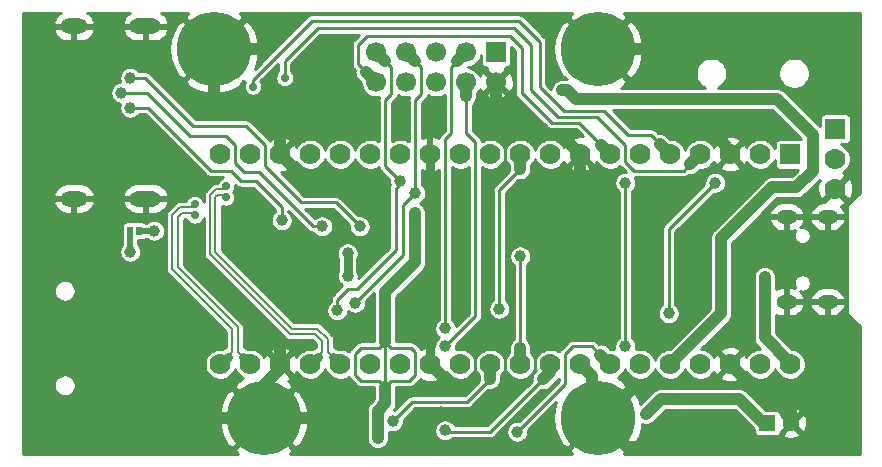
<source format=gbr>
G04 #@! TF.GenerationSoftware,KiCad,Pcbnew,5.1.0-rc2-unknown-036be7d~80~ubuntu16.04.1*
G04 #@! TF.CreationDate,2023-11-01T16:14:12+02:00*
G04 #@! TF.ProjectId,RP2040-PICO-PC_rev_D,52503230-3430-42d5-9049-434f2d50435f,D*
G04 #@! TF.SameCoordinates,Original*
G04 #@! TF.FileFunction,Copper,L2,Bot*
G04 #@! TF.FilePolarity,Positive*
%FSLAX46Y46*%
G04 Gerber Fmt 4.6, Leading zero omitted, Abs format (unit mm)*
G04 Created by KiCad (PCBNEW 5.1.0-rc2-unknown-036be7d~80~ubuntu16.04.1) date 2023-11-01 16:14:12*
%MOMM*%
%LPD*%
G04 APERTURE LIST*
%ADD10C,1.700000*%
%ADD11R,1.700000X1.700000*%
%ADD12C,1.778000*%
%ADD13R,1.778000X1.778000*%
%ADD14R,0.508000X0.762000*%
%ADD15C,1.200000*%
%ADD16C,6.300000*%
%ADD17C,1.400000*%
%ADD18R,1.400000X1.400000*%
%ADD19O,2.700000X1.300000*%
%ADD20O,2.300000X1.300000*%
%ADD21O,1.800000X1.200000*%
%ADD22C,1.000000*%
%ADD23C,0.700000*%
%ADD24C,0.762000*%
%ADD25C,0.254000*%
%ADD26C,1.016000*%
%ADD27C,0.889000*%
%ADD28C,0.508000*%
%ADD29C,0.203200*%
G04 APERTURE END LIST*
D10*
X149098000Y-107442000D03*
X149098000Y-104902000D03*
X151638000Y-107442000D03*
X151638000Y-104902000D03*
X154178000Y-107442000D03*
X154178000Y-104902000D03*
X156718000Y-107442000D03*
X156718000Y-104902000D03*
X159258000Y-107442000D03*
D11*
X159258000Y-104902000D03*
D12*
X187960000Y-116459000D03*
X187960000Y-113919000D03*
D13*
X187960000Y-111379000D03*
D14*
X128270000Y-120015000D03*
X129032000Y-120015000D03*
D15*
X165481000Y-104648000D03*
X170307000Y-104648000D03*
X169545000Y-106299000D03*
X166243000Y-106426000D03*
X169545000Y-102997000D03*
X166243000Y-102997000D03*
X167894000Y-107061000D03*
X167894000Y-102235000D03*
D16*
X167894000Y-104648000D03*
D17*
X184261760Y-136288780D03*
D18*
X182232300Y-136291320D03*
D15*
X132969000Y-104648000D03*
X137795000Y-104648000D03*
X137033000Y-106299000D03*
X133731000Y-106426000D03*
X137033000Y-102997000D03*
X133731000Y-102997000D03*
X135382000Y-107061000D03*
X135382000Y-102235000D03*
D16*
X135382000Y-104648000D03*
D15*
X137160000Y-135890000D03*
X141986000Y-135890000D03*
X141224000Y-137541000D03*
X137922000Y-137668000D03*
X141224000Y-134239000D03*
X137922000Y-134239000D03*
X139573000Y-138303000D03*
X139573000Y-133477000D03*
D16*
X139573000Y-135890000D03*
D15*
X165481000Y-135890000D03*
X170307000Y-135890000D03*
X169545000Y-137541000D03*
X166243000Y-137668000D03*
X169545000Y-134239000D03*
X166243000Y-134239000D03*
X167894000Y-138303000D03*
X167894000Y-133477000D03*
D16*
X167894000Y-135890000D03*
D12*
X173990000Y-131318000D03*
X179070000Y-131318000D03*
X143510000Y-131318000D03*
X158750000Y-131318000D03*
X158750000Y-113538000D03*
X143510000Y-113538000D03*
X156210000Y-131318000D03*
X179070000Y-113538000D03*
X146050000Y-113538000D03*
X171450000Y-113538000D03*
X176530000Y-113538000D03*
X184150000Y-131318000D03*
X151130000Y-113538000D03*
X135890000Y-113538000D03*
X171450000Y-131318000D03*
X173990000Y-113538000D03*
X153670000Y-113538000D03*
X140970000Y-113538000D03*
X138430000Y-113538000D03*
X163830000Y-131318000D03*
X138430000Y-131318000D03*
X176530000Y-131318000D03*
X151130000Y-131318000D03*
X146050000Y-131318000D03*
X148590000Y-131318000D03*
X140970000Y-131318000D03*
D13*
X184150000Y-113538000D03*
D12*
X181610000Y-113538000D03*
X168910000Y-113538000D03*
X156210000Y-113538000D03*
X135890000Y-131318000D03*
X153670000Y-131318000D03*
X148590000Y-113538000D03*
X181610000Y-131318000D03*
X161290000Y-131318000D03*
X161290000Y-113538000D03*
X163830000Y-113538000D03*
X166370000Y-131318000D03*
X166370000Y-113538000D03*
X168910000Y-131318000D03*
D19*
X129568000Y-102682000D03*
X129568000Y-117282000D03*
D20*
X123518000Y-117282000D03*
X123518000Y-102682000D03*
D21*
X187321000Y-126028000D03*
X183851000Y-126028000D03*
X183851000Y-118828000D03*
X187321000Y-118828000D03*
D22*
X157607000Y-136144000D03*
X171323000Y-138430000D03*
X176276000Y-126873000D03*
X162433000Y-129032000D03*
X157353000Y-129159000D03*
X143891000Y-109093000D03*
X158496000Y-120269000D03*
X165862000Y-121920000D03*
X126746000Y-132969000D03*
X128016000Y-137922000D03*
X122174000Y-128778000D03*
X123190000Y-110109000D03*
X123190000Y-114427000D03*
X155956000Y-133604000D03*
X148463000Y-110109000D03*
X156246340Y-138020393D03*
X174752000Y-112014000D03*
X182753000Y-104013000D03*
X184023000Y-104013000D03*
X182245000Y-121031000D03*
X182245000Y-119634000D03*
X189230000Y-131191000D03*
X176911000Y-135636000D03*
X144907000Y-136652000D03*
X162052000Y-138303000D03*
X160020000Y-132969000D03*
X154559000Y-135382000D03*
X131572000Y-125730000D03*
X127889000Y-114808000D03*
X128651000Y-112522000D03*
X127762000Y-110998000D03*
X151638000Y-126492000D03*
X156337000Y-120269000D03*
X151130000Y-110109000D03*
X176530000Y-120650000D03*
X153924000Y-121920000D03*
X153924000Y-120396000D03*
X132207000Y-107442000D03*
X131572000Y-128016000D03*
X137668000Y-118364000D03*
X120523000Y-112141000D03*
X120523000Y-107188000D03*
X123317000Y-105029000D03*
X120142000Y-123444000D03*
X127000000Y-123698000D03*
X120396000Y-133985000D03*
X120142000Y-138303000D03*
X131064000Y-134366000D03*
X146939000Y-138176000D03*
X187071000Y-122174000D03*
X189230000Y-105918000D03*
X144653000Y-104394000D03*
X163195000Y-102235000D03*
X178308000Y-101981000D03*
X180594000Y-106680000D03*
X186944000Y-107569000D03*
X163830000Y-121920000D03*
X173990000Y-116332000D03*
X164719000Y-115697000D03*
X180848000Y-116078000D03*
X169291000Y-118491000D03*
X149098000Y-121920000D03*
X149733000Y-120904000D03*
X189230000Y-108839000D03*
X141859000Y-102362000D03*
X140589000Y-102362000D03*
X139573000Y-109093000D03*
X146685000Y-106172000D03*
X136779000Y-126111000D03*
X181991000Y-123952000D03*
X181991000Y-125349000D03*
X146685000Y-121920000D03*
X146685000Y-123825000D03*
X130302000Y-120015000D03*
X171958000Y-135509000D03*
X178308000Y-125222000D03*
X149860000Y-125222000D03*
X149225000Y-137541000D03*
X178308000Y-126492000D03*
X152400000Y-118491000D03*
X164846000Y-108077000D03*
X165989000Y-108839000D03*
X150495000Y-136144000D03*
D23*
X133731000Y-117760000D03*
X136398000Y-116236000D03*
X133731000Y-118714000D03*
X136398000Y-117190000D03*
D22*
X154940000Y-128270000D03*
X154940000Y-129794000D03*
D23*
X138660000Y-107799000D03*
D22*
X170180000Y-115951000D03*
X170180000Y-129794000D03*
X177800000Y-115951000D03*
X173863000Y-127000000D03*
D23*
X141351000Y-107061000D03*
D22*
X161290000Y-122174000D03*
X152400000Y-116840000D03*
X147320000Y-126111000D03*
X151130000Y-115824000D03*
X145796000Y-126746000D03*
X159512000Y-126619000D03*
X154940000Y-136906000D03*
X161036000Y-137033000D03*
X127508000Y-108331000D03*
X144526000Y-119634000D03*
X128270000Y-107061000D03*
X147701000Y-119634000D03*
X128270000Y-109601000D03*
X141097000Y-119126000D03*
X128270000Y-121793000D03*
D24*
X153670000Y-131318000D02*
X153670000Y-113538000D01*
D25*
X153670000Y-113538000D02*
X154305000Y-113538000D01*
D26*
X166370000Y-121412000D02*
X165862000Y-121920000D01*
X166370000Y-113538000D02*
X166370000Y-121412000D01*
X176022000Y-104648000D02*
X167894000Y-104648000D01*
X176657000Y-104013000D02*
X176022000Y-104648000D01*
X182753000Y-104013000D02*
X176657000Y-104013000D01*
D27*
X179070000Y-113157000D02*
X179070000Y-113538000D01*
X177673000Y-111760000D02*
X179070000Y-113157000D01*
X175006000Y-111760000D02*
X177673000Y-111760000D01*
X174752000Y-112014000D02*
X175006000Y-111760000D01*
D26*
X181864000Y-134112000D02*
X179070000Y-131318000D01*
X183515000Y-134112000D02*
X181864000Y-134112000D01*
X184261760Y-134858760D02*
X183515000Y-134112000D01*
X184261760Y-136288780D02*
X184261760Y-134858760D01*
X167894000Y-135890000D02*
X170307000Y-138303000D01*
X170307000Y-138303000D02*
X173736000Y-138303000D01*
X167894000Y-135890000D02*
X168275000Y-135890000D01*
X168275000Y-135890000D02*
X170942000Y-133223000D01*
X153670000Y-131318000D02*
X155956000Y-133604000D01*
D28*
X156464000Y-136144000D02*
X157607000Y-136144000D01*
X155702000Y-135382000D02*
X156464000Y-136144000D01*
X154559000Y-135382000D02*
X155702000Y-135382000D01*
D25*
X160020000Y-132969000D02*
X160020000Y-129921000D01*
X160020000Y-132969000D02*
X161417000Y-132969000D01*
X161417000Y-132969000D02*
X162560000Y-131826000D01*
X162560000Y-131826000D02*
X162560000Y-130429000D01*
X155956000Y-133604000D02*
X157480000Y-132080000D01*
X157480000Y-132080000D02*
X157480000Y-130556000D01*
D26*
X139573000Y-135890000D02*
X131826000Y-135890000D01*
X144145000Y-135890000D02*
X144907000Y-136652000D01*
X139573000Y-135890000D02*
X144145000Y-135890000D01*
X140970000Y-131699000D02*
X140970000Y-131318000D01*
X139573000Y-133096000D02*
X140970000Y-131699000D01*
X139573000Y-135890000D02*
X139573000Y-133096000D01*
X140970000Y-110236000D02*
X140970000Y-113538000D01*
X167386000Y-132334000D02*
X166370000Y-131318000D01*
X167386000Y-135382000D02*
X167386000Y-132334000D01*
X167894000Y-135890000D02*
X167386000Y-135382000D01*
D28*
X183851000Y-126028000D02*
X183851000Y-123997000D01*
X153670000Y-113538000D02*
X153670000Y-111379000D01*
D26*
X143129000Y-115697000D02*
X140970000Y-113538000D01*
X149098000Y-118618000D02*
X146177000Y-115697000D01*
X149098000Y-121920000D02*
X149098000Y-118618000D01*
X146177000Y-115697000D02*
X143129000Y-115697000D01*
X159258000Y-107442000D02*
X159258000Y-110236000D01*
X159258000Y-110236000D02*
X160020000Y-110998000D01*
D25*
X160020000Y-110998000D02*
X160020000Y-114554000D01*
D26*
X135382000Y-104648000D02*
X135382000Y-108585000D01*
X135382000Y-104648000D02*
X139573000Y-104648000D01*
X137287000Y-126111000D02*
X136779000Y-126111000D01*
X140970000Y-129794000D02*
X137287000Y-126111000D01*
X140970000Y-131318000D02*
X140970000Y-129794000D01*
X163195000Y-111887000D02*
X164719000Y-111887000D01*
X162306000Y-110998000D02*
X163195000Y-111887000D01*
X164719000Y-111887000D02*
X166370000Y-113538000D01*
X160020000Y-110998000D02*
X162306000Y-110998000D01*
X184150000Y-131191000D02*
X181991000Y-129032000D01*
X181991000Y-129032000D02*
X181991000Y-123952000D01*
X184150000Y-131318000D02*
X184150000Y-131191000D01*
D24*
X146685000Y-123825000D02*
X146685000Y-121920000D01*
D28*
X130302000Y-120015000D02*
X129032000Y-120015000D01*
D26*
X181884320Y-136291320D02*
X182232300Y-136291320D01*
X179832000Y-134239000D02*
X181884320Y-136291320D01*
X173228000Y-134239000D02*
X179832000Y-134239000D01*
X171958000Y-135509000D02*
X173228000Y-134239000D01*
X149860000Y-125222000D02*
X149860000Y-129413000D01*
X149225000Y-135255000D02*
X149860000Y-134620000D01*
X149225000Y-137541000D02*
X149225000Y-135255000D01*
D25*
X151892000Y-132715000D02*
X152400000Y-132207000D01*
X150368000Y-132715000D02*
X151892000Y-132715000D01*
X152019000Y-129921000D02*
X150368000Y-129921000D01*
X152400000Y-132207000D02*
X152400000Y-130302000D01*
X150368000Y-129921000D02*
X149860000Y-129413000D01*
X152400000Y-130302000D02*
X152019000Y-129921000D01*
X149860000Y-133223000D02*
X150368000Y-132715000D01*
X149352000Y-129921000D02*
X149860000Y-129413000D01*
X147828000Y-129921000D02*
X149352000Y-129921000D01*
X147320000Y-130429000D02*
X147828000Y-129921000D01*
X147320000Y-132207000D02*
X147320000Y-130429000D01*
X149860000Y-129413000D02*
X149860000Y-133223000D01*
X149860000Y-133223000D02*
X149352000Y-132715000D01*
X149352000Y-132715000D02*
X147828000Y-132715000D01*
X147828000Y-132715000D02*
X147320000Y-132207000D01*
D26*
X149860000Y-134620000D02*
X149860000Y-133223000D01*
X178308000Y-127000000D02*
X173990000Y-131318000D01*
X178308000Y-126492000D02*
X178308000Y-127000000D01*
X178308000Y-125222000D02*
X178308000Y-126492000D01*
X152400000Y-118491000D02*
X152400000Y-122682000D01*
X152400000Y-122682000D02*
X149860000Y-125222000D01*
X165227000Y-108077000D02*
X164846000Y-108077000D01*
X165989000Y-108839000D02*
X165227000Y-108077000D01*
X178308000Y-120650000D02*
X178308000Y-125222000D01*
X182626000Y-116332000D02*
X178308000Y-120650000D01*
X165989000Y-108839000D02*
X183007000Y-108839000D01*
X186055000Y-114935000D02*
X184658000Y-116332000D01*
X183007000Y-108839000D02*
X186055000Y-111887000D01*
X184658000Y-116332000D02*
X182626000Y-116332000D01*
X186055000Y-111887000D02*
X186055000Y-114935000D01*
X158750000Y-131318000D02*
X158750000Y-132575235D01*
D25*
X156832235Y-134493000D02*
X158750000Y-132575235D01*
X152146000Y-134493000D02*
X156832235Y-134493000D01*
X150495000Y-136144000D02*
X152146000Y-134493000D01*
D24*
X135890000Y-131318000D02*
X136525000Y-130683000D01*
D29*
X136931400Y-130276600D02*
X136525000Y-130683000D01*
X136931400Y-128364690D02*
X136931400Y-130276600D01*
X131851400Y-123284690D02*
X136931400Y-128364690D01*
X131851400Y-118650310D02*
X131851400Y-123284690D01*
X132493310Y-118008400D02*
X131851400Y-118650310D01*
X133731000Y-117760000D02*
X133482600Y-118008400D01*
X133482600Y-118008400D02*
X132493310Y-118008400D01*
D24*
X143510000Y-131318000D02*
X144145000Y-130683000D01*
D29*
X143923310Y-128752600D02*
X144551400Y-129380690D01*
X141764310Y-128752600D02*
X143923310Y-128752600D01*
X135026400Y-122014690D02*
X141764310Y-128752600D01*
X136398000Y-116236000D02*
X136149600Y-116484400D01*
X144551400Y-129380690D02*
X144551400Y-130276600D01*
X144551400Y-130276600D02*
X144145000Y-130683000D01*
X135541310Y-116484400D02*
X135026400Y-116999310D01*
X135026400Y-116999310D02*
X135026400Y-122014690D01*
X136149600Y-116484400D02*
X135541310Y-116484400D01*
D24*
X138430000Y-131318000D02*
X137795000Y-130683000D01*
D29*
X133482600Y-118465600D02*
X132682690Y-118465600D01*
X133731000Y-118714000D02*
X133482600Y-118465600D01*
X137388600Y-128175310D02*
X137388600Y-130276600D01*
X137388600Y-130276600D02*
X137795000Y-130683000D01*
X132682690Y-118465600D02*
X132308600Y-118839690D01*
X132308600Y-118839690D02*
X132308600Y-123095310D01*
X132308600Y-123095310D02*
X137388600Y-128175310D01*
D24*
X146050000Y-131318000D02*
X145415000Y-130683000D01*
D29*
X145008600Y-130276600D02*
X145415000Y-130683000D01*
X144112690Y-128295400D02*
X145008600Y-129191310D01*
X136398000Y-117190000D02*
X136149600Y-116941600D01*
X145008600Y-129191310D02*
X145008600Y-130276600D01*
X135730690Y-116941600D02*
X135483600Y-117188690D01*
X136149600Y-116941600D02*
X135730690Y-116941600D01*
X135483600Y-117188690D02*
X135483600Y-121825310D01*
X135483600Y-121825310D02*
X141953690Y-128295400D01*
X141953690Y-128295400D02*
X144112690Y-128295400D01*
D26*
X156718000Y-104902000D02*
X155956000Y-105664000D01*
D25*
X155448000Y-106172000D02*
X155956000Y-105664000D01*
X155448000Y-111760000D02*
X155448000Y-106172000D01*
X154940000Y-112268000D02*
X155448000Y-111760000D01*
X154940000Y-128270000D02*
X154940000Y-112268000D01*
D26*
X156718000Y-108585000D02*
X156718000Y-107442000D01*
D25*
X156718000Y-111760000D02*
X156718000Y-108585000D01*
X157480000Y-112522000D02*
X156718000Y-111760000D01*
X157480000Y-127254000D02*
X157480000Y-112522000D01*
X154940000Y-129794000D02*
X157480000Y-127254000D01*
D26*
X173990000Y-113538000D02*
X173101000Y-112649000D01*
D25*
X172339000Y-111887000D02*
X173101000Y-112649000D01*
X143637000Y-102235000D02*
X161163000Y-102235000D01*
X168402000Y-109855000D02*
X170434000Y-111887000D01*
X138660000Y-107799000D02*
X138660000Y-107212000D01*
X138660000Y-107212000D02*
X143637000Y-102235000D01*
X161163000Y-102235000D02*
X162941000Y-104013000D01*
X162941000Y-104013000D02*
X162941000Y-107823000D01*
X162941000Y-107823000D02*
X164973000Y-109855000D01*
X164973000Y-109855000D02*
X168402000Y-109855000D01*
X170434000Y-111887000D02*
X172339000Y-111887000D01*
X170180000Y-129794000D02*
X170180000Y-115951000D01*
X173863000Y-119888000D02*
X177800000Y-115951000D01*
X173863000Y-127000000D02*
X173863000Y-119888000D01*
D26*
X176530000Y-113538000D02*
X175704500Y-114363500D01*
D25*
X164465000Y-110363000D02*
X167767000Y-110363000D01*
X162179000Y-104267000D02*
X162179000Y-108077000D01*
X162179000Y-108077000D02*
X164465000Y-110363000D01*
X160782000Y-102870000D02*
X162179000Y-104267000D01*
X175133000Y-114935000D02*
X175704500Y-114363500D01*
X144145000Y-102870000D02*
X160782000Y-102870000D01*
X141351000Y-105664000D02*
X144145000Y-102870000D01*
X170180000Y-114173000D02*
X170942000Y-114935000D01*
X170942000Y-114935000D02*
X175133000Y-114935000D01*
X141351000Y-107061000D02*
X141351000Y-105664000D01*
X167767000Y-110363000D02*
X170180000Y-112776000D01*
X170180000Y-112776000D02*
X170180000Y-114173000D01*
D26*
X161290000Y-131318000D02*
X161290000Y-129921000D01*
D25*
X161290000Y-127000000D02*
X161290000Y-129921000D01*
X161290000Y-122174000D02*
X161290000Y-127000000D01*
D26*
X151638000Y-104902000D02*
X152400000Y-105664000D01*
D25*
X152908000Y-108458000D02*
X152908000Y-106172000D01*
X152908000Y-106172000D02*
X152400000Y-105664000D01*
X152400000Y-108966000D02*
X152908000Y-108458000D01*
X152400000Y-116840000D02*
X152400000Y-108966000D01*
X152400000Y-116840000D02*
X151384000Y-117856000D01*
X151384000Y-117856000D02*
X151384000Y-122047000D01*
X151384000Y-122047000D02*
X147320000Y-126111000D01*
D26*
X149098000Y-104902000D02*
X149860000Y-105664000D01*
D25*
X149860000Y-108966000D02*
X150368000Y-108458000D01*
X149860000Y-114554000D02*
X149860000Y-108966000D01*
X151130000Y-115824000D02*
X149860000Y-114554000D01*
X150368000Y-108458000D02*
X150368000Y-106172000D01*
X150368000Y-106172000D02*
X149860000Y-105664000D01*
X145796000Y-126746000D02*
X145796000Y-125857000D01*
X146685000Y-124968000D02*
X147447000Y-124968000D01*
X145796000Y-125857000D02*
X146685000Y-124968000D01*
X147447000Y-124968000D02*
X150749000Y-121666000D01*
X151130000Y-116078000D02*
X150749000Y-116459000D01*
X151130000Y-115824000D02*
X151130000Y-116078000D01*
X150749000Y-121666000D02*
X150749000Y-116459000D01*
D26*
X161290000Y-114808000D02*
X161290000Y-113538000D01*
D25*
X159512000Y-116586000D02*
X161290000Y-114808000D01*
X159512000Y-126619000D02*
X159512000Y-116586000D01*
X155067000Y-137033000D02*
X158750000Y-137033000D01*
X154940000Y-136906000D02*
X155067000Y-137033000D01*
D26*
X163830000Y-131953000D02*
X163195000Y-132588000D01*
X163830000Y-131318000D02*
X163830000Y-131953000D01*
D25*
X158750000Y-137033000D02*
X163195000Y-132588000D01*
D26*
X168910000Y-113538000D02*
X168148000Y-112776000D01*
X149098000Y-107442000D02*
X148209000Y-106553000D01*
D25*
X147574000Y-105918000D02*
X148209000Y-106553000D01*
X147574000Y-104267000D02*
X147574000Y-105918000D01*
X148336000Y-103505000D02*
X147574000Y-104267000D01*
X160401000Y-103505000D02*
X148336000Y-103505000D01*
X161417000Y-104521000D02*
X160401000Y-103505000D01*
X168148000Y-112776000D02*
X166243000Y-110871000D01*
X166243000Y-110871000D02*
X163957000Y-110871000D01*
X163957000Y-110871000D02*
X161417000Y-108331000D01*
X161417000Y-108331000D02*
X161417000Y-104521000D01*
D26*
X168910000Y-131318000D02*
X168084500Y-130492500D01*
D25*
X167386000Y-129794000D02*
X168084500Y-130492500D01*
X161036000Y-137033000D02*
X165100000Y-132969000D01*
X165100000Y-132969000D02*
X165100000Y-130429000D01*
X165100000Y-130429000D02*
X165735000Y-129794000D01*
X165735000Y-129794000D02*
X167386000Y-129794000D01*
X137922000Y-115062000D02*
X137160000Y-114300000D01*
X139192000Y-115062000D02*
X137922000Y-115062000D01*
X143764000Y-119634000D02*
X139192000Y-115062000D01*
X137160000Y-114300000D02*
X137160000Y-112776000D01*
X144526000Y-119634000D02*
X143764000Y-119634000D01*
X137160000Y-112776000D02*
X136398000Y-112014000D01*
X136398000Y-112014000D02*
X133350000Y-112014000D01*
X133350000Y-112014000D02*
X129667000Y-108331000D01*
X129667000Y-108331000D02*
X127508000Y-108331000D01*
X139700000Y-114554000D02*
X139700000Y-112776000D01*
X139700000Y-112776000D02*
X138049000Y-111125000D01*
X129540000Y-107061000D02*
X128270000Y-107061000D01*
X142748000Y-117602000D02*
X139700000Y-114554000D01*
X145669000Y-117602000D02*
X142748000Y-117602000D01*
X147701000Y-119634000D02*
X145669000Y-117602000D01*
X138049000Y-111125000D02*
X133604000Y-111125000D01*
X133604000Y-111125000D02*
X129540000Y-107061000D01*
X136779000Y-114935000D02*
X135128000Y-114935000D01*
X138938000Y-115824000D02*
X137668000Y-115824000D01*
X135128000Y-114935000D02*
X129794000Y-109601000D01*
X141097000Y-117983000D02*
X138938000Y-115824000D01*
X129794000Y-109601000D02*
X128270000Y-109601000D01*
X137668000Y-115824000D02*
X136779000Y-114935000D01*
X141097000Y-119126000D02*
X141097000Y-117983000D01*
D28*
X128270000Y-120015000D02*
X128270000Y-121793000D01*
D25*
G36*
X122198495Y-101684118D02*
G01*
X122019564Y-101863170D01*
X121879003Y-102073689D01*
X121782213Y-102307585D01*
X121774901Y-102356529D01*
X121898933Y-102555000D01*
X123391000Y-102555000D01*
X123391000Y-102535000D01*
X123645000Y-102535000D01*
X123645000Y-102555000D01*
X125137067Y-102555000D01*
X125261099Y-102356529D01*
X125253787Y-102307585D01*
X125156997Y-102073689D01*
X125016436Y-101863170D01*
X124837505Y-101684118D01*
X124650090Y-101558800D01*
X128235910Y-101558800D01*
X128048495Y-101684118D01*
X127869564Y-101863170D01*
X127729003Y-102073689D01*
X127632213Y-102307585D01*
X127624901Y-102356529D01*
X127748933Y-102555000D01*
X129441000Y-102555000D01*
X129441000Y-102535000D01*
X129695000Y-102535000D01*
X129695000Y-102555000D01*
X131387067Y-102555000D01*
X131511099Y-102356529D01*
X131503787Y-102307585D01*
X131406997Y-102073689D01*
X131266436Y-101863170D01*
X131087505Y-101684118D01*
X130900090Y-101558800D01*
X133206105Y-101558800D01*
X132896271Y-101982666D01*
X135382000Y-104468395D01*
X137867729Y-101982666D01*
X137557895Y-101558800D01*
X165718105Y-101558800D01*
X165408271Y-101982666D01*
X167894000Y-104468395D01*
X170379729Y-101982666D01*
X170069895Y-101558800D01*
X190041201Y-101558800D01*
X190041200Y-116852804D01*
X189134569Y-117677015D01*
X189102958Y-117702957D01*
X189076477Y-117735224D01*
X189048494Y-117766192D01*
X189041623Y-117777694D01*
X189033128Y-117788046D01*
X189013456Y-117824849D01*
X188992047Y-117860691D01*
X188987552Y-117873312D01*
X188981240Y-117885122D01*
X188969128Y-117925048D01*
X188955120Y-117964385D01*
X188953174Y-117977644D01*
X188949287Y-117990456D01*
X188945198Y-118031969D01*
X188939132Y-118073292D01*
X188941201Y-118114149D01*
X188941200Y-126785871D01*
X188939132Y-126826708D01*
X188945196Y-126868013D01*
X188949286Y-126909543D01*
X188953174Y-126922361D01*
X188955120Y-126935615D01*
X188969124Y-126974938D01*
X188981239Y-127014877D01*
X188987553Y-127026691D01*
X188992047Y-127039309D01*
X189013449Y-127075138D01*
X189033127Y-127111954D01*
X189041626Y-127122310D01*
X189048494Y-127133808D01*
X189076466Y-127164764D01*
X189102957Y-127197043D01*
X189134578Y-127222994D01*
X190041201Y-128047197D01*
X190041200Y-138941200D01*
X170097672Y-138941200D01*
X170379729Y-138555334D01*
X167894000Y-136069605D01*
X165408271Y-138555334D01*
X165690328Y-138941200D01*
X141776672Y-138941200D01*
X142058729Y-138555334D01*
X139573000Y-136069605D01*
X137087271Y-138555334D01*
X137369328Y-138941200D01*
X119158800Y-138941200D01*
X119158800Y-135867668D01*
X135769751Y-135867668D01*
X135838473Y-136610074D01*
X136050710Y-137324809D01*
X136398308Y-137984404D01*
X136423121Y-138021540D01*
X136907666Y-138375729D01*
X136967415Y-138315980D01*
X137072236Y-138338159D01*
X137742395Y-137668000D01*
X137728253Y-137653858D01*
X137907858Y-137474253D01*
X137922000Y-137488395D01*
X138592159Y-136818236D01*
X138569980Y-136713415D01*
X139393395Y-135890000D01*
X139752605Y-135890000D01*
X142238334Y-138375729D01*
X142722879Y-138021540D01*
X143078198Y-137366073D01*
X143298814Y-136653880D01*
X143376249Y-135912332D01*
X143307527Y-135169926D01*
X143095290Y-134455191D01*
X142747692Y-133795596D01*
X142722879Y-133758460D01*
X142238334Y-133404271D01*
X139752605Y-135890000D01*
X139393395Y-135890000D01*
X136907666Y-133404271D01*
X136423121Y-133758460D01*
X136067802Y-134413927D01*
X135847186Y-135126120D01*
X135769751Y-135867668D01*
X119158800Y-135867668D01*
X119158800Y-133004226D01*
X121801000Y-133004226D01*
X121801000Y-133187774D01*
X121836808Y-133367796D01*
X121907049Y-133537373D01*
X122009023Y-133689988D01*
X122138812Y-133819777D01*
X122291427Y-133921751D01*
X122461004Y-133991992D01*
X122641026Y-134027800D01*
X122824574Y-134027800D01*
X123004596Y-133991992D01*
X123174173Y-133921751D01*
X123326788Y-133819777D01*
X123456577Y-133689988D01*
X123558551Y-133537373D01*
X123628792Y-133367796D01*
X123664600Y-133187774D01*
X123664600Y-133004226D01*
X123628792Y-132824204D01*
X123558551Y-132654627D01*
X123456577Y-132502012D01*
X123326788Y-132372223D01*
X123174173Y-132270249D01*
X123004596Y-132200008D01*
X122824574Y-132164200D01*
X122641026Y-132164200D01*
X122461004Y-132200008D01*
X122291427Y-132270249D01*
X122138812Y-132372223D01*
X122009023Y-132502012D01*
X121907049Y-132654627D01*
X121836808Y-132824204D01*
X121801000Y-133004226D01*
X119158800Y-133004226D01*
X119158800Y-125003226D01*
X121801000Y-125003226D01*
X121801000Y-125186774D01*
X121836808Y-125366796D01*
X121907049Y-125536373D01*
X122009023Y-125688988D01*
X122138812Y-125818777D01*
X122291427Y-125920751D01*
X122461004Y-125990992D01*
X122641026Y-126026800D01*
X122824574Y-126026800D01*
X123004596Y-125990992D01*
X123174173Y-125920751D01*
X123326788Y-125818777D01*
X123456577Y-125688988D01*
X123558551Y-125536373D01*
X123628792Y-125366796D01*
X123664600Y-125186774D01*
X123664600Y-125003226D01*
X123628792Y-124823204D01*
X123558551Y-124653627D01*
X123456577Y-124501012D01*
X123326788Y-124371223D01*
X123174173Y-124269249D01*
X123004596Y-124199008D01*
X122824574Y-124163200D01*
X122641026Y-124163200D01*
X122461004Y-124199008D01*
X122291427Y-124269249D01*
X122138812Y-124371223D01*
X122009023Y-124501012D01*
X121907049Y-124653627D01*
X121836808Y-124823204D01*
X121801000Y-125003226D01*
X119158800Y-125003226D01*
X119158800Y-121701226D01*
X127338200Y-121701226D01*
X127338200Y-121884774D01*
X127374008Y-122064796D01*
X127444249Y-122234373D01*
X127546223Y-122386988D01*
X127676012Y-122516777D01*
X127828627Y-122618751D01*
X127998204Y-122688992D01*
X128178226Y-122724800D01*
X128361774Y-122724800D01*
X128541796Y-122688992D01*
X128711373Y-122618751D01*
X128863988Y-122516777D01*
X128993777Y-122386988D01*
X129095751Y-122234373D01*
X129165992Y-122064796D01*
X129201800Y-121884774D01*
X129201800Y-121701226D01*
X129165992Y-121521204D01*
X129095751Y-121351627D01*
X128993777Y-121199012D01*
X128955800Y-121161035D01*
X128955800Y-120829889D01*
X129286000Y-120829889D01*
X129370648Y-120821552D01*
X129452042Y-120796861D01*
X129527056Y-120756766D01*
X129592806Y-120702806D01*
X129594452Y-120700800D01*
X129670035Y-120700800D01*
X129708012Y-120738777D01*
X129860627Y-120840751D01*
X130030204Y-120910992D01*
X130210226Y-120946800D01*
X130393774Y-120946800D01*
X130573796Y-120910992D01*
X130743373Y-120840751D01*
X130895988Y-120738777D01*
X131025777Y-120608988D01*
X131127751Y-120456373D01*
X131197992Y-120286796D01*
X131233800Y-120106774D01*
X131233800Y-119923226D01*
X131197992Y-119743204D01*
X131127751Y-119573627D01*
X131025777Y-119421012D01*
X130895988Y-119291223D01*
X130743373Y-119189249D01*
X130573796Y-119119008D01*
X130393774Y-119083200D01*
X130210226Y-119083200D01*
X130030204Y-119119008D01*
X129860627Y-119189249D01*
X129708012Y-119291223D01*
X129670035Y-119329200D01*
X129594452Y-119329200D01*
X129592806Y-119327194D01*
X129527056Y-119273234D01*
X129452042Y-119233139D01*
X129370648Y-119208448D01*
X129286000Y-119200111D01*
X128778000Y-119200111D01*
X128693352Y-119208448D01*
X128651000Y-119221296D01*
X128608648Y-119208448D01*
X128524000Y-119200111D01*
X128016000Y-119200111D01*
X127931352Y-119208448D01*
X127849958Y-119233139D01*
X127774944Y-119273234D01*
X127709194Y-119327194D01*
X127655234Y-119392944D01*
X127615139Y-119467958D01*
X127590448Y-119549352D01*
X127582111Y-119634000D01*
X127582111Y-120396000D01*
X127584200Y-120417213D01*
X127584201Y-121161034D01*
X127546223Y-121199012D01*
X127444249Y-121351627D01*
X127374008Y-121521204D01*
X127338200Y-121701226D01*
X119158800Y-121701226D01*
X119158800Y-117607471D01*
X121774901Y-117607471D01*
X121782213Y-117656415D01*
X121879003Y-117890311D01*
X122019564Y-118100830D01*
X122198495Y-118279882D01*
X122408919Y-118420585D01*
X122642749Y-118517533D01*
X122891000Y-118567000D01*
X123391000Y-118567000D01*
X123391000Y-117409000D01*
X123645000Y-117409000D01*
X123645000Y-118567000D01*
X124145000Y-118567000D01*
X124393251Y-118517533D01*
X124627081Y-118420585D01*
X124837505Y-118279882D01*
X125016436Y-118100830D01*
X125156997Y-117890311D01*
X125253787Y-117656415D01*
X125261099Y-117607471D01*
X127624901Y-117607471D01*
X127632213Y-117656415D01*
X127729003Y-117890311D01*
X127869564Y-118100830D01*
X128048495Y-118279882D01*
X128258919Y-118420585D01*
X128492749Y-118517533D01*
X128741000Y-118567000D01*
X129441000Y-118567000D01*
X129441000Y-117409000D01*
X129695000Y-117409000D01*
X129695000Y-118567000D01*
X130395000Y-118567000D01*
X130643251Y-118517533D01*
X130877081Y-118420585D01*
X131087505Y-118279882D01*
X131266436Y-118100830D01*
X131406997Y-117890311D01*
X131503787Y-117656415D01*
X131511099Y-117607471D01*
X131387067Y-117409000D01*
X129695000Y-117409000D01*
X129441000Y-117409000D01*
X127748933Y-117409000D01*
X127624901Y-117607471D01*
X125261099Y-117607471D01*
X125137067Y-117409000D01*
X123645000Y-117409000D01*
X123391000Y-117409000D01*
X121898933Y-117409000D01*
X121774901Y-117607471D01*
X119158800Y-117607471D01*
X119158800Y-116956529D01*
X121774901Y-116956529D01*
X121898933Y-117155000D01*
X123391000Y-117155000D01*
X123391000Y-117135000D01*
X123645000Y-117135000D01*
X123645000Y-117155000D01*
X125137067Y-117155000D01*
X125261099Y-116956529D01*
X127624901Y-116956529D01*
X127748933Y-117155000D01*
X129441000Y-117155000D01*
X129441000Y-117135000D01*
X129695000Y-117135000D01*
X129695000Y-117155000D01*
X131387067Y-117155000D01*
X131511099Y-116956529D01*
X131503787Y-116907585D01*
X131406997Y-116673689D01*
X131266436Y-116463170D01*
X131087505Y-116284118D01*
X130877081Y-116143415D01*
X130643251Y-116046467D01*
X130395000Y-115997000D01*
X128741000Y-115997000D01*
X128492749Y-116046467D01*
X128258919Y-116143415D01*
X128048495Y-116284118D01*
X127869564Y-116463170D01*
X127729003Y-116673689D01*
X127632213Y-116907585D01*
X127624901Y-116956529D01*
X125261099Y-116956529D01*
X125253787Y-116907585D01*
X125156997Y-116673689D01*
X125016436Y-116463170D01*
X124837505Y-116284118D01*
X124627081Y-116143415D01*
X124393251Y-116046467D01*
X124145000Y-115997000D01*
X122891000Y-115997000D01*
X122642749Y-116046467D01*
X122408919Y-116143415D01*
X122198495Y-116284118D01*
X122019564Y-116463170D01*
X121879003Y-116673689D01*
X121782213Y-116907585D01*
X121774901Y-116956529D01*
X119158800Y-116956529D01*
X119158800Y-108239226D01*
X126576200Y-108239226D01*
X126576200Y-108422774D01*
X126612008Y-108602796D01*
X126682249Y-108772373D01*
X126784223Y-108924988D01*
X126914012Y-109054777D01*
X127066627Y-109156751D01*
X127236204Y-109226992D01*
X127402633Y-109260096D01*
X127374008Y-109329204D01*
X127338200Y-109509226D01*
X127338200Y-109692774D01*
X127374008Y-109872796D01*
X127444249Y-110042373D01*
X127546223Y-110194988D01*
X127676012Y-110324777D01*
X127828627Y-110426751D01*
X127998204Y-110496992D01*
X128178226Y-110532800D01*
X128361774Y-110532800D01*
X128541796Y-110496992D01*
X128711373Y-110426751D01*
X128863988Y-110324777D01*
X128993777Y-110194988D01*
X129017289Y-110159800D01*
X129562538Y-110159800D01*
X134713462Y-115310725D01*
X134730957Y-115332043D01*
X134816046Y-115401873D01*
X134913122Y-115453761D01*
X135018456Y-115485714D01*
X135100556Y-115493800D01*
X135100557Y-115493800D01*
X135127999Y-115496503D01*
X135155441Y-115493800D01*
X136146887Y-115493800D01*
X136027679Y-115543178D01*
X135899631Y-115628736D01*
X135790736Y-115737631D01*
X135705178Y-115865679D01*
X135669837Y-115951000D01*
X135567504Y-115951000D01*
X135541310Y-115948420D01*
X135515116Y-115951000D01*
X135515115Y-115951000D01*
X135436745Y-115958719D01*
X135336199Y-115989219D01*
X135243535Y-116038749D01*
X135162315Y-116105405D01*
X135145617Y-116125752D01*
X134667755Y-116603614D01*
X134647405Y-116620315D01*
X134580749Y-116701535D01*
X134531219Y-116794200D01*
X134500719Y-116894746D01*
X134493000Y-116973116D01*
X134493000Y-116973123D01*
X134490421Y-116999310D01*
X134493000Y-117025497D01*
X134493000Y-117583458D01*
X134482756Y-117531957D01*
X134423822Y-117389679D01*
X134338264Y-117261631D01*
X134229369Y-117152736D01*
X134101321Y-117067178D01*
X133959043Y-117008244D01*
X133808001Y-116978200D01*
X133653999Y-116978200D01*
X133502957Y-117008244D01*
X133360679Y-117067178D01*
X133232631Y-117152736D01*
X133123736Y-117261631D01*
X133038178Y-117389679D01*
X133002837Y-117475000D01*
X132519497Y-117475000D01*
X132493310Y-117472421D01*
X132467123Y-117475000D01*
X132467115Y-117475000D01*
X132388745Y-117482719D01*
X132288199Y-117513219D01*
X132195535Y-117562749D01*
X132114315Y-117629405D01*
X132097617Y-117649752D01*
X131492755Y-118254614D01*
X131472405Y-118271315D01*
X131405749Y-118352535D01*
X131356219Y-118445200D01*
X131325719Y-118545746D01*
X131318000Y-118624116D01*
X131318000Y-118624123D01*
X131315421Y-118650310D01*
X131318000Y-118676497D01*
X131318001Y-123258493D01*
X131315421Y-123284690D01*
X131325719Y-123389254D01*
X131356219Y-123489800D01*
X131390110Y-123553204D01*
X131405750Y-123582465D01*
X131412337Y-123590491D01*
X131455707Y-123643338D01*
X131455710Y-123643341D01*
X131472406Y-123663685D01*
X131492750Y-123680381D01*
X136398000Y-128585632D01*
X136398001Y-129878776D01*
X136365663Y-129881961D01*
X136212450Y-129928438D01*
X136071248Y-130003912D01*
X136067850Y-130006701D01*
X136020087Y-129997200D01*
X135759913Y-129997200D01*
X135504737Y-130047957D01*
X135264366Y-130147522D01*
X135048039Y-130292067D01*
X134864067Y-130476039D01*
X134719522Y-130692366D01*
X134619957Y-130932737D01*
X134569200Y-131187913D01*
X134569200Y-131448087D01*
X134619957Y-131703263D01*
X134719522Y-131943634D01*
X134864067Y-132159961D01*
X135048039Y-132343933D01*
X135264366Y-132488478D01*
X135504737Y-132588043D01*
X135759913Y-132638800D01*
X136020087Y-132638800D01*
X136275263Y-132588043D01*
X136515634Y-132488478D01*
X136731961Y-132343933D01*
X136915933Y-132159961D01*
X137060478Y-131943634D01*
X137160000Y-131703367D01*
X137259522Y-131943634D01*
X137404067Y-132159961D01*
X137588039Y-132343933D01*
X137804366Y-132488478D01*
X137862965Y-132512751D01*
X137478596Y-132715308D01*
X137441460Y-132740121D01*
X137087271Y-133224666D01*
X139573000Y-135710395D01*
X142058729Y-133224666D01*
X141704540Y-132740121D01*
X141629392Y-132699384D01*
X141764273Y-132627289D01*
X141846626Y-132374231D01*
X140970000Y-131497605D01*
X140955858Y-131511748D01*
X140776253Y-131332143D01*
X140790395Y-131318000D01*
X139913769Y-130441374D01*
X139660711Y-130523727D01*
X139588467Y-130674391D01*
X139455933Y-130476039D01*
X139271961Y-130292067D01*
X139226617Y-130261769D01*
X140093374Y-130261769D01*
X140970000Y-131138395D01*
X141846626Y-130261769D01*
X141764273Y-130008711D01*
X141493582Y-129878914D01*
X141202770Y-129804420D01*
X140903012Y-129788092D01*
X140605829Y-129830557D01*
X140322641Y-129930184D01*
X140175727Y-130008711D01*
X140093374Y-130261769D01*
X139226617Y-130261769D01*
X139055634Y-130147522D01*
X138815263Y-130047957D01*
X138560087Y-129997200D01*
X138299913Y-129997200D01*
X138252149Y-130006701D01*
X138248751Y-130003912D01*
X138107549Y-129928438D01*
X137954336Y-129881962D01*
X137922000Y-129878777D01*
X137922000Y-128201497D01*
X137924579Y-128175310D01*
X137922000Y-128149123D01*
X137922000Y-128149115D01*
X137914281Y-128070745D01*
X137883781Y-127970199D01*
X137834251Y-127877535D01*
X137767595Y-127796315D01*
X137747251Y-127779619D01*
X132842000Y-122874369D01*
X132842000Y-119060631D01*
X132903632Y-118999000D01*
X133002837Y-118999000D01*
X133038178Y-119084321D01*
X133123736Y-119212369D01*
X133232631Y-119321264D01*
X133360679Y-119406822D01*
X133502957Y-119465756D01*
X133653999Y-119495800D01*
X133808001Y-119495800D01*
X133959043Y-119465756D01*
X134101321Y-119406822D01*
X134229369Y-119321264D01*
X134338264Y-119212369D01*
X134423822Y-119084321D01*
X134482756Y-118942043D01*
X134493000Y-118890541D01*
X134493001Y-121988493D01*
X134490421Y-122014690D01*
X134500719Y-122119254D01*
X134531219Y-122219800D01*
X134563547Y-122280280D01*
X134580750Y-122312465D01*
X134587337Y-122320491D01*
X134630707Y-122373338D01*
X134630710Y-122373341D01*
X134647406Y-122393685D01*
X134667750Y-122410381D01*
X141368614Y-129111245D01*
X141385315Y-129131595D01*
X141466535Y-129198251D01*
X141559199Y-129247781D01*
X141659745Y-129278281D01*
X141738115Y-129286000D01*
X141738116Y-129286000D01*
X141764310Y-129288580D01*
X141790504Y-129286000D01*
X143702369Y-129286000D01*
X144018000Y-129601632D01*
X144018000Y-129878776D01*
X143985663Y-129881961D01*
X143832450Y-129928438D01*
X143691248Y-130003912D01*
X143687850Y-130006701D01*
X143640087Y-129997200D01*
X143379913Y-129997200D01*
X143124737Y-130047957D01*
X142884366Y-130147522D01*
X142668039Y-130292067D01*
X142484067Y-130476039D01*
X142356137Y-130667500D01*
X142279289Y-130523727D01*
X142026231Y-130441374D01*
X141149605Y-131318000D01*
X142026231Y-132194626D01*
X142279289Y-132112273D01*
X142351533Y-131961609D01*
X142484067Y-132159961D01*
X142668039Y-132343933D01*
X142884366Y-132488478D01*
X143124737Y-132588043D01*
X143379913Y-132638800D01*
X143640087Y-132638800D01*
X143895263Y-132588043D01*
X144135634Y-132488478D01*
X144351961Y-132343933D01*
X144535933Y-132159961D01*
X144680478Y-131943634D01*
X144780000Y-131703367D01*
X144879522Y-131943634D01*
X145024067Y-132159961D01*
X145208039Y-132343933D01*
X145424366Y-132488478D01*
X145664737Y-132588043D01*
X145919913Y-132638800D01*
X146180087Y-132638800D01*
X146435263Y-132588043D01*
X146675634Y-132488478D01*
X146796869Y-132407471D01*
X146801239Y-132421877D01*
X146853127Y-132518954D01*
X146922957Y-132604043D01*
X146944281Y-132621543D01*
X147413457Y-133090719D01*
X147430957Y-133112043D01*
X147516046Y-133181873D01*
X147613122Y-133233761D01*
X147718456Y-133265714D01*
X147800556Y-133273800D01*
X147800557Y-133273800D01*
X147827999Y-133276503D01*
X147855441Y-133273800D01*
X148920201Y-133273800D01*
X148920200Y-134230723D01*
X148593110Y-134557814D01*
X148557247Y-134587246D01*
X148527817Y-134623107D01*
X148439804Y-134730349D01*
X148352538Y-134893614D01*
X148298799Y-135070767D01*
X148280654Y-135255000D01*
X148285201Y-135301167D01*
X148285200Y-137587166D01*
X148298798Y-137725232D01*
X148352537Y-137902385D01*
X148439804Y-138065651D01*
X148557246Y-138208754D01*
X148700349Y-138326196D01*
X148863614Y-138413463D01*
X149040767Y-138467202D01*
X149225000Y-138485347D01*
X149409232Y-138467202D01*
X149586385Y-138413463D01*
X149749651Y-138326196D01*
X149892754Y-138208754D01*
X150010196Y-138065651D01*
X150097463Y-137902386D01*
X150151202Y-137725233D01*
X150164800Y-137587167D01*
X150164800Y-137015800D01*
X150223204Y-137039992D01*
X150403226Y-137075800D01*
X150586774Y-137075800D01*
X150766796Y-137039992D01*
X150936373Y-136969751D01*
X151088988Y-136867777D01*
X151218777Y-136737988D01*
X151320751Y-136585373D01*
X151390992Y-136415796D01*
X151426800Y-136235774D01*
X151426800Y-136052226D01*
X151418544Y-136010719D01*
X152377463Y-135051800D01*
X156804793Y-135051800D01*
X156832235Y-135054503D01*
X156859677Y-135051800D01*
X156859679Y-135051800D01*
X156941779Y-135043714D01*
X157047113Y-135011761D01*
X157144189Y-134959873D01*
X157229278Y-134890043D01*
X157246778Y-134868719D01*
X158609730Y-133505767D01*
X158750000Y-133519582D01*
X158934233Y-133501437D01*
X159111386Y-133447698D01*
X159274651Y-133360431D01*
X159417754Y-133242989D01*
X159535196Y-133099886D01*
X159622463Y-132936621D01*
X159676202Y-132759468D01*
X159689800Y-132621402D01*
X159689800Y-132246094D01*
X159775933Y-132159961D01*
X159920478Y-131943634D01*
X160020000Y-131703367D01*
X160119522Y-131943634D01*
X160264067Y-132159961D01*
X160448039Y-132343933D01*
X160664366Y-132488478D01*
X160904737Y-132588043D01*
X161159913Y-132638800D01*
X161420087Y-132638800D01*
X161675263Y-132588043D01*
X161915634Y-132488478D01*
X162131961Y-132343933D01*
X162315933Y-132159961D01*
X162460478Y-131943634D01*
X162560000Y-131703367D01*
X162615813Y-131838111D01*
X162497817Y-131956107D01*
X162409804Y-132063349D01*
X162322538Y-132226614D01*
X162268799Y-132403767D01*
X162250654Y-132588000D01*
X162264469Y-132728269D01*
X158518538Y-136474200D01*
X155769716Y-136474200D01*
X155765751Y-136464627D01*
X155663777Y-136312012D01*
X155533988Y-136182223D01*
X155381373Y-136080249D01*
X155211796Y-136010008D01*
X155031774Y-135974200D01*
X154848226Y-135974200D01*
X154668204Y-136010008D01*
X154498627Y-136080249D01*
X154346012Y-136182223D01*
X154216223Y-136312012D01*
X154114249Y-136464627D01*
X154044008Y-136634204D01*
X154008200Y-136814226D01*
X154008200Y-136997774D01*
X154044008Y-137177796D01*
X154114249Y-137347373D01*
X154216223Y-137499988D01*
X154346012Y-137629777D01*
X154498627Y-137731751D01*
X154668204Y-137801992D01*
X154848226Y-137837800D01*
X155031774Y-137837800D01*
X155211796Y-137801992D01*
X155381373Y-137731751D01*
X155533988Y-137629777D01*
X155571965Y-137591800D01*
X158722558Y-137591800D01*
X158750000Y-137594503D01*
X158777442Y-137591800D01*
X158777444Y-137591800D01*
X158859544Y-137583714D01*
X158964878Y-137551761D01*
X159061954Y-137499873D01*
X159147043Y-137430043D01*
X159164543Y-137408719D01*
X163054731Y-133518531D01*
X163195000Y-133532346D01*
X163379233Y-133514201D01*
X163556386Y-133460462D01*
X163719651Y-133373196D01*
X163826893Y-133285183D01*
X164461895Y-132650183D01*
X164497754Y-132620754D01*
X164537800Y-132571958D01*
X164541200Y-132567815D01*
X164541200Y-132737537D01*
X161169282Y-136109456D01*
X161127774Y-136101200D01*
X160944226Y-136101200D01*
X160764204Y-136137008D01*
X160594627Y-136207249D01*
X160442012Y-136309223D01*
X160312223Y-136439012D01*
X160210249Y-136591627D01*
X160140008Y-136761204D01*
X160104200Y-136941226D01*
X160104200Y-137124774D01*
X160140008Y-137304796D01*
X160210249Y-137474373D01*
X160312223Y-137626988D01*
X160442012Y-137756777D01*
X160594627Y-137858751D01*
X160764204Y-137928992D01*
X160944226Y-137964800D01*
X161127774Y-137964800D01*
X161307796Y-137928992D01*
X161477373Y-137858751D01*
X161629988Y-137756777D01*
X161759777Y-137626988D01*
X161861751Y-137474373D01*
X161931992Y-137304796D01*
X161967800Y-137124774D01*
X161967800Y-136941226D01*
X161959544Y-136899718D01*
X164363430Y-134495833D01*
X164168186Y-135126120D01*
X164090751Y-135867668D01*
X164159473Y-136610074D01*
X164371710Y-137324809D01*
X164719308Y-137984404D01*
X164744121Y-138021540D01*
X165228666Y-138375729D01*
X165288415Y-138315980D01*
X165393236Y-138338159D01*
X166063395Y-137668000D01*
X166049253Y-137653858D01*
X166228858Y-137474253D01*
X166243000Y-137488395D01*
X166913159Y-136818236D01*
X166890980Y-136713415D01*
X167714395Y-135890000D01*
X168073605Y-135890000D01*
X170559334Y-138375729D01*
X171043879Y-138021540D01*
X171399198Y-137366073D01*
X171619814Y-136653880D01*
X171646675Y-136396648D01*
X171773767Y-136435201D01*
X171958000Y-136453346D01*
X172142233Y-136435201D01*
X172319386Y-136381462D01*
X172482651Y-136294196D01*
X172589893Y-136206183D01*
X173617278Y-135178800D01*
X179442724Y-135178800D01*
X181098411Y-136834489D01*
X181098411Y-136991320D01*
X181106748Y-137075968D01*
X181131439Y-137157362D01*
X181171534Y-137232376D01*
X181225494Y-137298126D01*
X181291244Y-137352086D01*
X181366258Y-137392181D01*
X181447652Y-137416872D01*
X181532300Y-137425209D01*
X182932300Y-137425209D01*
X183016948Y-137416872D01*
X183098342Y-137392181D01*
X183173356Y-137352086D01*
X183239106Y-137298126D01*
X183293066Y-137232376D01*
X183304999Y-137210049D01*
X183520096Y-137210049D01*
X183579557Y-137443817D01*
X183818002Y-137554714D01*
X184073500Y-137616963D01*
X184336233Y-137628170D01*
X184596104Y-137587905D01*
X184843126Y-137497715D01*
X184943963Y-137443817D01*
X185003424Y-137210049D01*
X184261760Y-136468385D01*
X183520096Y-137210049D01*
X183304999Y-137210049D01*
X183333161Y-137157362D01*
X183357852Y-137075968D01*
X183364722Y-137006213D01*
X184082155Y-136288780D01*
X184441365Y-136288780D01*
X185183029Y-137030444D01*
X185416797Y-136970983D01*
X185527694Y-136732538D01*
X185589943Y-136477040D01*
X185601150Y-136214307D01*
X185560885Y-135954436D01*
X185470695Y-135707414D01*
X185416797Y-135606577D01*
X185183029Y-135547116D01*
X184441365Y-136288780D01*
X184082155Y-136288780D01*
X183364167Y-135570792D01*
X183357852Y-135506672D01*
X183333161Y-135425278D01*
X183302285Y-135367511D01*
X183520096Y-135367511D01*
X184261760Y-136109175D01*
X185003424Y-135367511D01*
X184943963Y-135133743D01*
X184705518Y-135022846D01*
X184450020Y-134960597D01*
X184187287Y-134949390D01*
X183927416Y-134989655D01*
X183680394Y-135079845D01*
X183579557Y-135133743D01*
X183520096Y-135367511D01*
X183302285Y-135367511D01*
X183293066Y-135350264D01*
X183239106Y-135284514D01*
X183173356Y-135230554D01*
X183098342Y-135190459D01*
X183016948Y-135165768D01*
X182932300Y-135157431D01*
X182079509Y-135157431D01*
X180529191Y-133607115D01*
X180499754Y-133571246D01*
X180356651Y-133453804D01*
X180193386Y-133366537D01*
X180016233Y-133312798D01*
X179878167Y-133299200D01*
X179878157Y-133299200D01*
X179832000Y-133294654D01*
X179785843Y-133299200D01*
X173274156Y-133299200D01*
X173227999Y-133294654D01*
X173181842Y-133299200D01*
X173181833Y-133299200D01*
X173043767Y-133312798D01*
X172866614Y-133366537D01*
X172703349Y-133453804D01*
X172703347Y-133453805D01*
X172703348Y-133453805D01*
X172607646Y-133532346D01*
X172560246Y-133571246D01*
X172530818Y-133607105D01*
X171477294Y-134660630D01*
X171416290Y-134455191D01*
X171068692Y-133795596D01*
X171043879Y-133758460D01*
X170559334Y-133404271D01*
X168073605Y-135890000D01*
X167714395Y-135890000D01*
X167700253Y-135875858D01*
X167879858Y-135696253D01*
X167894000Y-135710395D01*
X170379729Y-133224666D01*
X170025540Y-132740121D01*
X169547142Y-132480789D01*
X169751961Y-132343933D01*
X169935933Y-132159961D01*
X170080478Y-131943634D01*
X170180000Y-131703367D01*
X170279522Y-131943634D01*
X170424067Y-132159961D01*
X170608039Y-132343933D01*
X170824366Y-132488478D01*
X171064737Y-132588043D01*
X171319913Y-132638800D01*
X171580087Y-132638800D01*
X171835263Y-132588043D01*
X172075634Y-132488478D01*
X172291961Y-132343933D01*
X172475933Y-132159961D01*
X172620478Y-131943634D01*
X172720000Y-131703367D01*
X172819522Y-131943634D01*
X172964067Y-132159961D01*
X173148039Y-132343933D01*
X173364366Y-132488478D01*
X173604737Y-132588043D01*
X173859913Y-132638800D01*
X174120087Y-132638800D01*
X174375263Y-132588043D01*
X174615634Y-132488478D01*
X174831961Y-132343933D01*
X175015933Y-132159961D01*
X175160478Y-131943634D01*
X175260000Y-131703367D01*
X175359522Y-131943634D01*
X175504067Y-132159961D01*
X175688039Y-132343933D01*
X175904366Y-132488478D01*
X176144737Y-132588043D01*
X176399913Y-132638800D01*
X176660087Y-132638800D01*
X176915263Y-132588043D01*
X177155634Y-132488478D01*
X177326616Y-132374231D01*
X178193374Y-132374231D01*
X178275727Y-132627289D01*
X178546418Y-132757086D01*
X178837230Y-132831580D01*
X179136988Y-132847908D01*
X179434171Y-132805443D01*
X179717359Y-132705816D01*
X179864273Y-132627289D01*
X179946626Y-132374231D01*
X179070000Y-131497605D01*
X178193374Y-132374231D01*
X177326616Y-132374231D01*
X177371961Y-132343933D01*
X177555933Y-132159961D01*
X177683863Y-131968500D01*
X177760711Y-132112273D01*
X178013769Y-132194626D01*
X178890395Y-131318000D01*
X179249605Y-131318000D01*
X180126231Y-132194626D01*
X180379289Y-132112273D01*
X180451533Y-131961609D01*
X180584067Y-132159961D01*
X180768039Y-132343933D01*
X180984366Y-132488478D01*
X181224737Y-132588043D01*
X181479913Y-132638800D01*
X181740087Y-132638800D01*
X181995263Y-132588043D01*
X182235634Y-132488478D01*
X182451961Y-132343933D01*
X182635933Y-132159961D01*
X182780478Y-131943634D01*
X182880000Y-131703367D01*
X182979522Y-131943634D01*
X183124067Y-132159961D01*
X183308039Y-132343933D01*
X183524366Y-132488478D01*
X183764737Y-132588043D01*
X184019913Y-132638800D01*
X184280087Y-132638800D01*
X184535263Y-132588043D01*
X184775634Y-132488478D01*
X184991961Y-132343933D01*
X185175933Y-132159961D01*
X185320478Y-131943634D01*
X185420043Y-131703263D01*
X185470800Y-131448087D01*
X185470800Y-131187913D01*
X185420043Y-130932737D01*
X185320478Y-130692366D01*
X185175933Y-130476039D01*
X184991961Y-130292067D01*
X184775634Y-130147522D01*
X184535263Y-130047957D01*
X184286566Y-129998489D01*
X182930800Y-128642724D01*
X182930800Y-127099986D01*
X182961054Y-127120390D01*
X183185504Y-127214493D01*
X183424000Y-127263000D01*
X183724000Y-127263000D01*
X183724000Y-126155000D01*
X183978000Y-126155000D01*
X183978000Y-127263000D01*
X184278000Y-127263000D01*
X184516496Y-127214493D01*
X184740946Y-127120390D01*
X184942725Y-126984307D01*
X185114078Y-126811474D01*
X185248421Y-126608533D01*
X185340591Y-126383282D01*
X185344462Y-126345609D01*
X185827538Y-126345609D01*
X185831409Y-126383282D01*
X185923579Y-126608533D01*
X186057922Y-126811474D01*
X186229275Y-126984307D01*
X186431054Y-127120390D01*
X186655504Y-127214493D01*
X186894000Y-127263000D01*
X187194000Y-127263000D01*
X187194000Y-126155000D01*
X187448000Y-126155000D01*
X187448000Y-127263000D01*
X187748000Y-127263000D01*
X187986496Y-127214493D01*
X188210946Y-127120390D01*
X188412725Y-126984307D01*
X188584078Y-126811474D01*
X188718421Y-126608533D01*
X188810591Y-126383282D01*
X188814462Y-126345609D01*
X188689731Y-126155000D01*
X187448000Y-126155000D01*
X187194000Y-126155000D01*
X185952269Y-126155000D01*
X185827538Y-126345609D01*
X185344462Y-126345609D01*
X185219731Y-126155000D01*
X183978000Y-126155000D01*
X183724000Y-126155000D01*
X183704000Y-126155000D01*
X183704000Y-125901000D01*
X183724000Y-125901000D01*
X183724000Y-125881000D01*
X183978000Y-125881000D01*
X183978000Y-125901000D01*
X185219731Y-125901000D01*
X185344462Y-125710391D01*
X185827538Y-125710391D01*
X185952269Y-125901000D01*
X187194000Y-125901000D01*
X187194000Y-125881000D01*
X187448000Y-125881000D01*
X187448000Y-125901000D01*
X188689731Y-125901000D01*
X188814462Y-125710391D01*
X188810591Y-125672718D01*
X188718421Y-125447467D01*
X188584078Y-125244526D01*
X188412725Y-125071693D01*
X188210946Y-124935610D01*
X187986496Y-124841507D01*
X187748000Y-124793000D01*
X186894000Y-124793000D01*
X186655504Y-124841507D01*
X186431054Y-124935610D01*
X186229275Y-125071693D01*
X186057922Y-125244526D01*
X185923579Y-125447467D01*
X185831409Y-125672718D01*
X185827538Y-125710391D01*
X185344462Y-125710391D01*
X185340591Y-125672718D01*
X185248421Y-125447467D01*
X185114078Y-125244526D01*
X185013165Y-125142741D01*
X185098924Y-125159800D01*
X185243076Y-125159800D01*
X185384458Y-125131677D01*
X185517637Y-125076513D01*
X185637495Y-124996426D01*
X185739426Y-124894495D01*
X185819513Y-124774637D01*
X185874677Y-124641458D01*
X185902800Y-124500076D01*
X185902800Y-124355924D01*
X185874677Y-124214542D01*
X185819513Y-124081363D01*
X185739426Y-123961505D01*
X185637495Y-123859574D01*
X185517637Y-123779487D01*
X185384458Y-123724323D01*
X185243076Y-123696200D01*
X185098924Y-123696200D01*
X184957542Y-123724323D01*
X184824363Y-123779487D01*
X184704505Y-123859574D01*
X184602574Y-123961505D01*
X184522487Y-124081363D01*
X184467323Y-124214542D01*
X184439200Y-124355924D01*
X184439200Y-124500076D01*
X184467323Y-124641458D01*
X184522487Y-124774637D01*
X184586888Y-124871020D01*
X184516496Y-124841507D01*
X184278000Y-124793000D01*
X183424000Y-124793000D01*
X183185504Y-124841507D01*
X182961054Y-124935610D01*
X182930800Y-124956014D01*
X182930800Y-123905833D01*
X182917202Y-123767767D01*
X182863463Y-123590614D01*
X182776196Y-123427349D01*
X182658754Y-123284246D01*
X182515651Y-123166804D01*
X182352386Y-123079537D01*
X182175233Y-123025798D01*
X181991000Y-123007653D01*
X181806768Y-123025798D01*
X181629615Y-123079537D01*
X181466350Y-123166804D01*
X181323247Y-123284246D01*
X181205805Y-123427349D01*
X181118538Y-123590614D01*
X181064799Y-123767767D01*
X181051201Y-123905833D01*
X181051200Y-128985843D01*
X181046654Y-129032000D01*
X181051200Y-129078157D01*
X181051200Y-129078166D01*
X181064798Y-129216232D01*
X181118537Y-129393385D01*
X181205804Y-129556651D01*
X181323246Y-129699754D01*
X181359115Y-129729191D01*
X181627124Y-129997200D01*
X181479913Y-129997200D01*
X181224737Y-130047957D01*
X180984366Y-130147522D01*
X180768039Y-130292067D01*
X180584067Y-130476039D01*
X180456137Y-130667500D01*
X180379289Y-130523727D01*
X180126231Y-130441374D01*
X179249605Y-131318000D01*
X178890395Y-131318000D01*
X178013769Y-130441374D01*
X177760711Y-130523727D01*
X177688467Y-130674391D01*
X177555933Y-130476039D01*
X177371961Y-130292067D01*
X177326617Y-130261769D01*
X178193374Y-130261769D01*
X179070000Y-131138395D01*
X179946626Y-130261769D01*
X179864273Y-130008711D01*
X179593582Y-129878914D01*
X179302770Y-129804420D01*
X179003012Y-129788092D01*
X178705829Y-129830557D01*
X178422641Y-129930184D01*
X178275727Y-130008711D01*
X178193374Y-130261769D01*
X177326617Y-130261769D01*
X177155634Y-130147522D01*
X176915263Y-130047957D01*
X176660087Y-129997200D01*
X176639877Y-129997200D01*
X178939896Y-127697182D01*
X178975754Y-127667754D01*
X179006963Y-127629726D01*
X179093196Y-127524652D01*
X179161404Y-127397043D01*
X179180463Y-127361386D01*
X179234202Y-127184233D01*
X179247800Y-127046167D01*
X179247800Y-127046158D01*
X179252346Y-127000001D01*
X179247800Y-126953844D01*
X179247800Y-121039276D01*
X181141468Y-119145609D01*
X182357538Y-119145609D01*
X182361409Y-119183282D01*
X182453579Y-119408533D01*
X182587922Y-119611474D01*
X182759275Y-119784307D01*
X182961054Y-119920390D01*
X183185504Y-120014493D01*
X183424000Y-120063000D01*
X183724000Y-120063000D01*
X183724000Y-118955000D01*
X183978000Y-118955000D01*
X183978000Y-120063000D01*
X184278000Y-120063000D01*
X184516496Y-120014493D01*
X184586888Y-119984980D01*
X184522487Y-120081363D01*
X184467323Y-120214542D01*
X184439200Y-120355924D01*
X184439200Y-120500076D01*
X184467323Y-120641458D01*
X184522487Y-120774637D01*
X184602574Y-120894495D01*
X184704505Y-120996426D01*
X184824363Y-121076513D01*
X184957542Y-121131677D01*
X185098924Y-121159800D01*
X185243076Y-121159800D01*
X185384458Y-121131677D01*
X185517637Y-121076513D01*
X185637495Y-120996426D01*
X185739426Y-120894495D01*
X185819513Y-120774637D01*
X185874677Y-120641458D01*
X185902800Y-120500076D01*
X185902800Y-120355924D01*
X185874677Y-120214542D01*
X185819513Y-120081363D01*
X185739426Y-119961505D01*
X185637495Y-119859574D01*
X185517637Y-119779487D01*
X185384458Y-119724323D01*
X185243076Y-119696200D01*
X185098924Y-119696200D01*
X185013165Y-119713259D01*
X185114078Y-119611474D01*
X185248421Y-119408533D01*
X185340591Y-119183282D01*
X185344462Y-119145609D01*
X185827538Y-119145609D01*
X185831409Y-119183282D01*
X185923579Y-119408533D01*
X186057922Y-119611474D01*
X186229275Y-119784307D01*
X186431054Y-119920390D01*
X186655504Y-120014493D01*
X186894000Y-120063000D01*
X187194000Y-120063000D01*
X187194000Y-118955000D01*
X187448000Y-118955000D01*
X187448000Y-120063000D01*
X187748000Y-120063000D01*
X187986496Y-120014493D01*
X188210946Y-119920390D01*
X188412725Y-119784307D01*
X188584078Y-119611474D01*
X188718421Y-119408533D01*
X188810591Y-119183282D01*
X188814462Y-119145609D01*
X188689731Y-118955000D01*
X187448000Y-118955000D01*
X187194000Y-118955000D01*
X185952269Y-118955000D01*
X185827538Y-119145609D01*
X185344462Y-119145609D01*
X185219731Y-118955000D01*
X183978000Y-118955000D01*
X183724000Y-118955000D01*
X182482269Y-118955000D01*
X182357538Y-119145609D01*
X181141468Y-119145609D01*
X181776686Y-118510391D01*
X182357538Y-118510391D01*
X182482269Y-118701000D01*
X183724000Y-118701000D01*
X183724000Y-118681000D01*
X183978000Y-118681000D01*
X183978000Y-118701000D01*
X185219731Y-118701000D01*
X185344462Y-118510391D01*
X185827538Y-118510391D01*
X185952269Y-118701000D01*
X187194000Y-118701000D01*
X187194000Y-118681000D01*
X187448000Y-118681000D01*
X187448000Y-118701000D01*
X188689731Y-118701000D01*
X188814462Y-118510391D01*
X188810591Y-118472718D01*
X188718421Y-118247467D01*
X188584078Y-118044526D01*
X188444771Y-117904015D01*
X188607359Y-117846816D01*
X188754273Y-117768289D01*
X188836626Y-117515231D01*
X187960000Y-116638605D01*
X187083374Y-117515231D01*
X187108682Y-117593000D01*
X186894000Y-117593000D01*
X186655504Y-117641507D01*
X186431054Y-117735610D01*
X186229275Y-117871693D01*
X186057922Y-118044526D01*
X185923579Y-118247467D01*
X185831409Y-118472718D01*
X185827538Y-118510391D01*
X185344462Y-118510391D01*
X185340591Y-118472718D01*
X185248421Y-118247467D01*
X185114078Y-118044526D01*
X184942725Y-117871693D01*
X184740946Y-117735610D01*
X184516496Y-117641507D01*
X184278000Y-117593000D01*
X183424000Y-117593000D01*
X183185504Y-117641507D01*
X182961054Y-117735610D01*
X182759275Y-117871693D01*
X182587922Y-118044526D01*
X182453579Y-118247467D01*
X182361409Y-118472718D01*
X182357538Y-118510391D01*
X181776686Y-118510391D01*
X183015278Y-117271800D01*
X184611843Y-117271800D01*
X184658000Y-117276346D01*
X184704157Y-117271800D01*
X184704167Y-117271800D01*
X184842233Y-117258202D01*
X185019386Y-117204463D01*
X185182651Y-117117196D01*
X185325754Y-116999754D01*
X185355191Y-116963885D01*
X186647358Y-115671720D01*
X186520914Y-115935418D01*
X186446420Y-116226230D01*
X186430092Y-116525988D01*
X186472557Y-116823171D01*
X186572184Y-117106359D01*
X186650711Y-117253273D01*
X186903769Y-117335626D01*
X187780395Y-116459000D01*
X188139605Y-116459000D01*
X189016231Y-117335626D01*
X189269289Y-117253273D01*
X189399086Y-116982582D01*
X189473580Y-116691770D01*
X189489908Y-116392012D01*
X189447443Y-116094829D01*
X189347816Y-115811641D01*
X189269289Y-115664727D01*
X189016231Y-115582374D01*
X188139605Y-116459000D01*
X187780395Y-116459000D01*
X187766253Y-116444858D01*
X187945858Y-116265253D01*
X187960000Y-116279395D01*
X188836626Y-115402769D01*
X188754273Y-115149711D01*
X188603609Y-115077467D01*
X188801961Y-114944933D01*
X188985933Y-114760961D01*
X189130478Y-114544634D01*
X189230043Y-114304263D01*
X189280800Y-114049087D01*
X189280800Y-113788913D01*
X189230043Y-113533737D01*
X189130478Y-113293366D01*
X188985933Y-113077039D01*
X188801961Y-112893067D01*
X188585634Y-112748522D01*
X188473052Y-112701889D01*
X188849000Y-112701889D01*
X188933648Y-112693552D01*
X189015042Y-112668861D01*
X189090056Y-112628766D01*
X189155806Y-112574806D01*
X189209766Y-112509056D01*
X189249861Y-112434042D01*
X189274552Y-112352648D01*
X189282889Y-112268000D01*
X189282889Y-110490000D01*
X189274552Y-110405352D01*
X189249861Y-110323958D01*
X189209766Y-110248944D01*
X189155806Y-110183194D01*
X189090056Y-110129234D01*
X189015042Y-110089139D01*
X188933648Y-110064448D01*
X188849000Y-110056111D01*
X187071000Y-110056111D01*
X186986352Y-110064448D01*
X186904958Y-110089139D01*
X186829944Y-110129234D01*
X186764194Y-110183194D01*
X186710234Y-110248944D01*
X186670139Y-110323958D01*
X186645448Y-110405352D01*
X186637111Y-110490000D01*
X186637111Y-111140034D01*
X183704191Y-108207115D01*
X183674754Y-108171246D01*
X183531651Y-108053804D01*
X183368386Y-107966537D01*
X183191233Y-107912798D01*
X183053167Y-107899200D01*
X183053157Y-107899200D01*
X183007000Y-107894654D01*
X182960843Y-107899200D01*
X178019753Y-107899200D01*
X178113844Y-107860226D01*
X178331973Y-107714477D01*
X178517477Y-107528973D01*
X178663226Y-107310844D01*
X178763620Y-107068472D01*
X178814800Y-106811171D01*
X178814800Y-106548829D01*
X183151200Y-106548829D01*
X183151200Y-106811171D01*
X183202380Y-107068472D01*
X183302774Y-107310844D01*
X183448523Y-107528973D01*
X183634027Y-107714477D01*
X183852156Y-107860226D01*
X184094528Y-107960620D01*
X184351829Y-108011800D01*
X184614171Y-108011800D01*
X184871472Y-107960620D01*
X185113844Y-107860226D01*
X185331973Y-107714477D01*
X185517477Y-107528973D01*
X185663226Y-107310844D01*
X185763620Y-107068472D01*
X185814800Y-106811171D01*
X185814800Y-106548829D01*
X185763620Y-106291528D01*
X185663226Y-106049156D01*
X185517477Y-105831027D01*
X185331973Y-105645523D01*
X185113844Y-105499774D01*
X184871472Y-105399380D01*
X184614171Y-105348200D01*
X184351829Y-105348200D01*
X184094528Y-105399380D01*
X183852156Y-105499774D01*
X183634027Y-105645523D01*
X183448523Y-105831027D01*
X183302774Y-106049156D01*
X183202380Y-106291528D01*
X183151200Y-106548829D01*
X178814800Y-106548829D01*
X178763620Y-106291528D01*
X178663226Y-106049156D01*
X178517477Y-105831027D01*
X178331973Y-105645523D01*
X178113844Y-105499774D01*
X177871472Y-105399380D01*
X177614171Y-105348200D01*
X177351829Y-105348200D01*
X177094528Y-105399380D01*
X176852156Y-105499774D01*
X176634027Y-105645523D01*
X176448523Y-105831027D01*
X176302774Y-106049156D01*
X176202380Y-106291528D01*
X176151200Y-106548829D01*
X176151200Y-106811171D01*
X176202380Y-107068472D01*
X176302774Y-107310844D01*
X176448523Y-107528973D01*
X176634027Y-107714477D01*
X176852156Y-107860226D01*
X176946247Y-107899200D01*
X169843224Y-107899200D01*
X169988404Y-107822692D01*
X170025540Y-107797879D01*
X170379729Y-107313334D01*
X167894000Y-104827605D01*
X167879858Y-104841748D01*
X167700253Y-104662143D01*
X167714395Y-104648000D01*
X168073605Y-104648000D01*
X170559334Y-107133729D01*
X171043879Y-106779540D01*
X171399198Y-106124073D01*
X171619814Y-105411880D01*
X171697249Y-104670332D01*
X171628527Y-103927926D01*
X171416290Y-103213191D01*
X171068692Y-102553596D01*
X171043879Y-102516460D01*
X170559334Y-102162271D01*
X168073605Y-104648000D01*
X167714395Y-104648000D01*
X165228666Y-102162271D01*
X164744121Y-102516460D01*
X164388802Y-103171927D01*
X164168186Y-103884120D01*
X164090751Y-104625668D01*
X164159473Y-105368074D01*
X164371710Y-106082809D01*
X164719308Y-106742404D01*
X164744121Y-106779540D01*
X165227226Y-107132676D01*
X165227000Y-107132654D01*
X165180843Y-107137200D01*
X164799833Y-107137200D01*
X164661767Y-107150798D01*
X164484614Y-107204537D01*
X164321349Y-107291804D01*
X164178246Y-107409246D01*
X164060804Y-107552349D01*
X163973537Y-107715614D01*
X163919798Y-107892767D01*
X163909149Y-108000887D01*
X163499800Y-107591538D01*
X163499800Y-104040444D01*
X163502503Y-104013000D01*
X163491714Y-103903455D01*
X163459761Y-103798122D01*
X163407873Y-103701045D01*
X163355537Y-103637274D01*
X163338043Y-103615957D01*
X163316725Y-103598462D01*
X161577543Y-101859281D01*
X161560043Y-101837957D01*
X161474954Y-101768127D01*
X161377878Y-101716239D01*
X161272544Y-101684286D01*
X161190444Y-101676200D01*
X161190442Y-101676200D01*
X161163000Y-101673497D01*
X161135558Y-101676200D01*
X143664442Y-101676200D01*
X143637000Y-101673497D01*
X143609558Y-101676200D01*
X143609556Y-101676200D01*
X143527456Y-101684286D01*
X143422122Y-101716239D01*
X143325046Y-101768127D01*
X143239957Y-101837957D01*
X143222462Y-101859275D01*
X138803778Y-106277959D01*
X138887198Y-106124073D01*
X139107814Y-105411880D01*
X139185249Y-104670332D01*
X139116527Y-103927926D01*
X138904290Y-103213191D01*
X138556692Y-102553596D01*
X138531879Y-102516460D01*
X138047334Y-102162271D01*
X135561605Y-104648000D01*
X135575748Y-104662143D01*
X135396143Y-104841748D01*
X135382000Y-104827605D01*
X132896271Y-107313334D01*
X133250460Y-107797879D01*
X133905927Y-108153198D01*
X134618120Y-108373814D01*
X135359668Y-108451249D01*
X136102074Y-108382527D01*
X136816809Y-108170290D01*
X137476404Y-107822692D01*
X137513540Y-107797879D01*
X137867728Y-107313336D01*
X137973544Y-107419152D01*
X137967178Y-107428679D01*
X137908244Y-107570957D01*
X137878200Y-107721999D01*
X137878200Y-107876001D01*
X137908244Y-108027043D01*
X137967178Y-108169321D01*
X138052736Y-108297369D01*
X138161631Y-108406264D01*
X138289679Y-108491822D01*
X138431957Y-108550756D01*
X138582999Y-108580800D01*
X138737001Y-108580800D01*
X138888043Y-108550756D01*
X139030321Y-108491822D01*
X139158369Y-108406264D01*
X139267264Y-108297369D01*
X139352822Y-108169321D01*
X139411756Y-108027043D01*
X139441800Y-107876001D01*
X139441800Y-107721999D01*
X139411756Y-107570957D01*
X139352822Y-107428679D01*
X139305062Y-107357200D01*
X140792201Y-105870062D01*
X140792200Y-106514167D01*
X140743736Y-106562631D01*
X140658178Y-106690679D01*
X140599244Y-106832957D01*
X140569200Y-106983999D01*
X140569200Y-107138001D01*
X140599244Y-107289043D01*
X140658178Y-107431321D01*
X140743736Y-107559369D01*
X140852631Y-107668264D01*
X140980679Y-107753822D01*
X141122957Y-107812756D01*
X141273999Y-107842800D01*
X141428001Y-107842800D01*
X141579043Y-107812756D01*
X141721321Y-107753822D01*
X141849369Y-107668264D01*
X141958264Y-107559369D01*
X142043822Y-107431321D01*
X142102756Y-107289043D01*
X142132800Y-107138001D01*
X142132800Y-106983999D01*
X142102756Y-106832957D01*
X142043822Y-106690679D01*
X141958264Y-106562631D01*
X141909800Y-106514167D01*
X141909800Y-105895462D01*
X144376463Y-103428800D01*
X147621937Y-103428800D01*
X147198281Y-103852457D01*
X147176957Y-103869957D01*
X147107127Y-103955046D01*
X147055239Y-104052123D01*
X147023286Y-104157457D01*
X147015723Y-104234246D01*
X147012497Y-104267000D01*
X147015200Y-104294442D01*
X147015201Y-105890548D01*
X147012497Y-105918000D01*
X147023287Y-106027544D01*
X147055239Y-106132877D01*
X147102108Y-106220562D01*
X147107128Y-106229954D01*
X147176958Y-106315043D01*
X147198276Y-106332538D01*
X147278469Y-106412731D01*
X147264654Y-106553000D01*
X147282799Y-106737233D01*
X147336538Y-106914386D01*
X147423804Y-107077651D01*
X147511817Y-107184893D01*
X147816200Y-107489277D01*
X147816200Y-107568246D01*
X147865459Y-107815887D01*
X147962084Y-108049160D01*
X148102361Y-108259100D01*
X148280900Y-108437639D01*
X148490840Y-108577916D01*
X148724113Y-108674541D01*
X148971754Y-108723800D01*
X149224246Y-108723800D01*
X149371500Y-108694509D01*
X149341239Y-108751123D01*
X149309287Y-108856456D01*
X149298497Y-108966000D01*
X149301201Y-108993452D01*
X149301200Y-112424696D01*
X149215634Y-112367522D01*
X148975263Y-112267957D01*
X148720087Y-112217200D01*
X148459913Y-112217200D01*
X148204737Y-112267957D01*
X147964366Y-112367522D01*
X147748039Y-112512067D01*
X147564067Y-112696039D01*
X147419522Y-112912366D01*
X147320000Y-113152633D01*
X147220478Y-112912366D01*
X147075933Y-112696039D01*
X146891961Y-112512067D01*
X146675634Y-112367522D01*
X146435263Y-112267957D01*
X146180087Y-112217200D01*
X145919913Y-112217200D01*
X145664737Y-112267957D01*
X145424366Y-112367522D01*
X145208039Y-112512067D01*
X145024067Y-112696039D01*
X144879522Y-112912366D01*
X144780000Y-113152633D01*
X144680478Y-112912366D01*
X144535933Y-112696039D01*
X144351961Y-112512067D01*
X144135634Y-112367522D01*
X143895263Y-112267957D01*
X143640087Y-112217200D01*
X143379913Y-112217200D01*
X143124737Y-112267957D01*
X142884366Y-112367522D01*
X142668039Y-112512067D01*
X142484067Y-112696039D01*
X142356137Y-112887500D01*
X142279289Y-112743727D01*
X142026231Y-112661374D01*
X141149605Y-113538000D01*
X142026231Y-114414626D01*
X142279289Y-114332273D01*
X142351533Y-114181609D01*
X142484067Y-114379961D01*
X142668039Y-114563933D01*
X142884366Y-114708478D01*
X143124737Y-114808043D01*
X143379913Y-114858800D01*
X143640087Y-114858800D01*
X143895263Y-114808043D01*
X144135634Y-114708478D01*
X144351961Y-114563933D01*
X144535933Y-114379961D01*
X144680478Y-114163634D01*
X144780000Y-113923367D01*
X144879522Y-114163634D01*
X145024067Y-114379961D01*
X145208039Y-114563933D01*
X145424366Y-114708478D01*
X145664737Y-114808043D01*
X145919913Y-114858800D01*
X146180087Y-114858800D01*
X146435263Y-114808043D01*
X146675634Y-114708478D01*
X146891961Y-114563933D01*
X147075933Y-114379961D01*
X147220478Y-114163634D01*
X147320000Y-113923367D01*
X147419522Y-114163634D01*
X147564067Y-114379961D01*
X147748039Y-114563933D01*
X147964366Y-114708478D01*
X148204737Y-114808043D01*
X148459913Y-114858800D01*
X148720087Y-114858800D01*
X148975263Y-114808043D01*
X149215634Y-114708478D01*
X149307656Y-114646991D01*
X149309286Y-114663543D01*
X149341239Y-114768877D01*
X149393127Y-114865954D01*
X149462957Y-114951043D01*
X149484281Y-114968543D01*
X150206456Y-115690718D01*
X150198200Y-115732226D01*
X150198200Y-115915774D01*
X150234008Y-116095796D01*
X150266977Y-116175391D01*
X150230239Y-116244123D01*
X150198287Y-116349456D01*
X150187497Y-116459000D01*
X150190201Y-116486452D01*
X150190200Y-121434538D01*
X147594164Y-124030574D01*
X147616800Y-123916774D01*
X147616800Y-123733226D01*
X147580992Y-123553204D01*
X147510751Y-123383627D01*
X147497800Y-123364244D01*
X147497800Y-122380756D01*
X147510751Y-122361373D01*
X147580992Y-122191796D01*
X147616800Y-122011774D01*
X147616800Y-121828226D01*
X147580992Y-121648204D01*
X147510751Y-121478627D01*
X147408777Y-121326012D01*
X147278988Y-121196223D01*
X147126373Y-121094249D01*
X146956796Y-121024008D01*
X146776774Y-120988200D01*
X146593226Y-120988200D01*
X146413204Y-121024008D01*
X146243627Y-121094249D01*
X146091012Y-121196223D01*
X145961223Y-121326012D01*
X145859249Y-121478627D01*
X145789008Y-121648204D01*
X145753200Y-121828226D01*
X145753200Y-122011774D01*
X145789008Y-122191796D01*
X145859249Y-122361373D01*
X145872201Y-122380757D01*
X145872200Y-123364244D01*
X145859249Y-123383627D01*
X145789008Y-123553204D01*
X145753200Y-123733226D01*
X145753200Y-123916774D01*
X145789008Y-124096796D01*
X145859249Y-124266373D01*
X145961223Y-124418988D01*
X146091012Y-124548777D01*
X146224660Y-124638077D01*
X145420276Y-125442462D01*
X145398958Y-125459957D01*
X145381463Y-125481275D01*
X145329128Y-125545046D01*
X145277239Y-125642123D01*
X145252703Y-125723008D01*
X145245287Y-125747456D01*
X145238537Y-125815988D01*
X145234497Y-125857000D01*
X145237200Y-125884442D01*
X145237200Y-125998711D01*
X145202012Y-126022223D01*
X145072223Y-126152012D01*
X144970249Y-126304627D01*
X144900008Y-126474204D01*
X144864200Y-126654226D01*
X144864200Y-126837774D01*
X144900008Y-127017796D01*
X144970249Y-127187373D01*
X145072223Y-127339988D01*
X145202012Y-127469777D01*
X145354627Y-127571751D01*
X145524204Y-127641992D01*
X145704226Y-127677800D01*
X145887774Y-127677800D01*
X146067796Y-127641992D01*
X146237373Y-127571751D01*
X146389988Y-127469777D01*
X146519777Y-127339988D01*
X146621751Y-127187373D01*
X146691992Y-127017796D01*
X146727800Y-126837774D01*
X146727800Y-126835972D01*
X146878627Y-126936751D01*
X147048204Y-127006992D01*
X147228226Y-127042800D01*
X147411774Y-127042800D01*
X147591796Y-127006992D01*
X147761373Y-126936751D01*
X147913988Y-126834777D01*
X148043777Y-126704988D01*
X148145751Y-126552373D01*
X148215992Y-126382796D01*
X148251800Y-126202774D01*
X148251800Y-126019226D01*
X148243544Y-125977718D01*
X148920200Y-125301062D01*
X148920201Y-129362200D01*
X147855441Y-129362200D01*
X147827999Y-129359497D01*
X147800557Y-129362200D01*
X147800556Y-129362200D01*
X147718456Y-129370286D01*
X147613122Y-129402239D01*
X147516046Y-129454127D01*
X147430957Y-129523957D01*
X147413457Y-129545281D01*
X146944276Y-130014462D01*
X146922958Y-130031957D01*
X146905463Y-130053275D01*
X146853128Y-130117046D01*
X146801239Y-130214123D01*
X146796869Y-130228529D01*
X146675634Y-130147522D01*
X146435263Y-130047957D01*
X146180087Y-129997200D01*
X145919913Y-129997200D01*
X145872149Y-130006701D01*
X145868751Y-130003912D01*
X145727549Y-129928438D01*
X145574336Y-129881962D01*
X145542000Y-129878777D01*
X145542000Y-129217496D01*
X145544579Y-129191309D01*
X145542000Y-129165122D01*
X145542000Y-129165115D01*
X145534281Y-129086745D01*
X145503781Y-128986199D01*
X145454251Y-128893535D01*
X145428606Y-128862287D01*
X145404293Y-128832661D01*
X145404291Y-128832659D01*
X145387595Y-128812315D01*
X145367251Y-128795619D01*
X144508385Y-127936754D01*
X144491685Y-127916405D01*
X144410465Y-127849749D01*
X144317801Y-127800219D01*
X144217255Y-127769719D01*
X144138885Y-127762000D01*
X144138877Y-127762000D01*
X144112690Y-127759421D01*
X144086503Y-127762000D01*
X142174632Y-127762000D01*
X136017000Y-121604369D01*
X136017000Y-117875687D01*
X136027679Y-117882822D01*
X136169957Y-117941756D01*
X136320999Y-117971800D01*
X136475001Y-117971800D01*
X136626043Y-117941756D01*
X136768321Y-117882822D01*
X136896369Y-117797264D01*
X137005264Y-117688369D01*
X137090822Y-117560321D01*
X137149756Y-117418043D01*
X137179800Y-117267001D01*
X137179800Y-117112999D01*
X137149756Y-116961957D01*
X137090822Y-116819679D01*
X137019542Y-116713000D01*
X137090822Y-116606321D01*
X137149756Y-116464043D01*
X137179800Y-116313001D01*
X137179800Y-116158999D01*
X137171622Y-116117885D01*
X137253462Y-116199725D01*
X137270957Y-116221043D01*
X137292273Y-116238536D01*
X137292274Y-116238537D01*
X137356045Y-116290873D01*
X137432991Y-116332001D01*
X137453122Y-116342761D01*
X137558456Y-116374714D01*
X137640556Y-116382800D01*
X137640558Y-116382800D01*
X137668000Y-116385503D01*
X137695442Y-116382800D01*
X138706538Y-116382800D01*
X140538201Y-118214464D01*
X140538201Y-118378711D01*
X140503012Y-118402223D01*
X140373223Y-118532012D01*
X140271249Y-118684627D01*
X140201008Y-118854204D01*
X140165200Y-119034226D01*
X140165200Y-119217774D01*
X140201008Y-119397796D01*
X140271249Y-119567373D01*
X140373223Y-119719988D01*
X140503012Y-119849777D01*
X140655627Y-119951751D01*
X140825204Y-120021992D01*
X141005226Y-120057800D01*
X141188774Y-120057800D01*
X141368796Y-120021992D01*
X141538373Y-119951751D01*
X141690988Y-119849777D01*
X141820777Y-119719988D01*
X141922751Y-119567373D01*
X141992992Y-119397796D01*
X142028800Y-119217774D01*
X142028800Y-119034226D01*
X141992992Y-118854204D01*
X141922751Y-118684627D01*
X141820777Y-118532012D01*
X141690988Y-118402223D01*
X141655800Y-118378711D01*
X141655800Y-118316062D01*
X143349457Y-120009719D01*
X143366957Y-120031043D01*
X143452046Y-120100873D01*
X143549122Y-120152761D01*
X143654456Y-120184714D01*
X143736556Y-120192800D01*
X143736557Y-120192800D01*
X143763999Y-120195503D01*
X143779497Y-120193976D01*
X143802223Y-120227988D01*
X143932012Y-120357777D01*
X144084627Y-120459751D01*
X144254204Y-120529992D01*
X144434226Y-120565800D01*
X144617774Y-120565800D01*
X144797796Y-120529992D01*
X144967373Y-120459751D01*
X145119988Y-120357777D01*
X145249777Y-120227988D01*
X145351751Y-120075373D01*
X145421992Y-119905796D01*
X145457800Y-119725774D01*
X145457800Y-119542226D01*
X145421992Y-119362204D01*
X145351751Y-119192627D01*
X145249777Y-119040012D01*
X145119988Y-118910223D01*
X144967373Y-118808249D01*
X144797796Y-118738008D01*
X144617774Y-118702200D01*
X144434226Y-118702200D01*
X144254204Y-118738008D01*
X144084627Y-118808249D01*
X143932012Y-118910223D01*
X143881249Y-118960987D01*
X143081062Y-118160800D01*
X145437538Y-118160800D01*
X146777456Y-119500719D01*
X146769200Y-119542226D01*
X146769200Y-119725774D01*
X146805008Y-119905796D01*
X146875249Y-120075373D01*
X146977223Y-120227988D01*
X147107012Y-120357777D01*
X147259627Y-120459751D01*
X147429204Y-120529992D01*
X147609226Y-120565800D01*
X147792774Y-120565800D01*
X147972796Y-120529992D01*
X148142373Y-120459751D01*
X148294988Y-120357777D01*
X148424777Y-120227988D01*
X148526751Y-120075373D01*
X148596992Y-119905796D01*
X148632800Y-119725774D01*
X148632800Y-119542226D01*
X148596992Y-119362204D01*
X148526751Y-119192627D01*
X148424777Y-119040012D01*
X148294988Y-118910223D01*
X148142373Y-118808249D01*
X147972796Y-118738008D01*
X147792774Y-118702200D01*
X147609226Y-118702200D01*
X147567719Y-118710456D01*
X146083543Y-117226281D01*
X146066043Y-117204957D01*
X145980954Y-117135127D01*
X145883878Y-117083239D01*
X145778544Y-117051286D01*
X145696444Y-117043200D01*
X145696442Y-117043200D01*
X145669000Y-117040497D01*
X145641558Y-117043200D01*
X142979463Y-117043200D01*
X141002280Y-115066017D01*
X141036988Y-115067908D01*
X141334171Y-115025443D01*
X141617359Y-114925816D01*
X141764273Y-114847289D01*
X141846626Y-114594231D01*
X140970000Y-113717605D01*
X140955858Y-113731748D01*
X140776253Y-113552143D01*
X140790395Y-113538000D01*
X140776253Y-113523858D01*
X140955858Y-113344253D01*
X140970000Y-113358395D01*
X141846626Y-112481769D01*
X141764273Y-112228711D01*
X141493582Y-112098914D01*
X141202770Y-112024420D01*
X140903012Y-112008092D01*
X140605829Y-112050557D01*
X140322641Y-112150184D01*
X140175727Y-112228711D01*
X140118374Y-112404949D01*
X140114537Y-112400274D01*
X140097043Y-112378957D01*
X140075725Y-112361462D01*
X138463543Y-110749281D01*
X138446043Y-110727957D01*
X138360954Y-110658127D01*
X138263878Y-110606239D01*
X138158544Y-110574286D01*
X138076444Y-110566200D01*
X138076442Y-110566200D01*
X138049000Y-110563497D01*
X138021558Y-110566200D01*
X133835463Y-110566200D01*
X129954543Y-106685281D01*
X129937043Y-106663957D01*
X129851954Y-106594127D01*
X129754878Y-106542239D01*
X129649544Y-106510286D01*
X129567444Y-106502200D01*
X129567442Y-106502200D01*
X129540000Y-106499497D01*
X129512558Y-106502200D01*
X129017289Y-106502200D01*
X128993777Y-106467012D01*
X128863988Y-106337223D01*
X128711373Y-106235249D01*
X128541796Y-106165008D01*
X128361774Y-106129200D01*
X128178226Y-106129200D01*
X127998204Y-106165008D01*
X127828627Y-106235249D01*
X127676012Y-106337223D01*
X127546223Y-106467012D01*
X127444249Y-106619627D01*
X127374008Y-106789204D01*
X127338200Y-106969226D01*
X127338200Y-107152774D01*
X127374008Y-107332796D01*
X127402633Y-107401904D01*
X127236204Y-107435008D01*
X127066627Y-107505249D01*
X126914012Y-107607223D01*
X126784223Y-107737012D01*
X126682249Y-107889627D01*
X126612008Y-108059204D01*
X126576200Y-108239226D01*
X119158800Y-108239226D01*
X119158800Y-104625668D01*
X131578751Y-104625668D01*
X131647473Y-105368074D01*
X131859710Y-106082809D01*
X132207308Y-106742404D01*
X132232121Y-106779540D01*
X132716666Y-107133729D01*
X132776415Y-107073980D01*
X132881236Y-107096159D01*
X133551395Y-106426000D01*
X133537253Y-106411858D01*
X133716858Y-106232253D01*
X133731000Y-106246395D01*
X134401159Y-105576236D01*
X134378980Y-105471415D01*
X135202395Y-104648000D01*
X132716666Y-102162271D01*
X132232121Y-102516460D01*
X131876802Y-103171927D01*
X131656186Y-103884120D01*
X131578751Y-104625668D01*
X119158800Y-104625668D01*
X119158800Y-103007471D01*
X121774901Y-103007471D01*
X121782213Y-103056415D01*
X121879003Y-103290311D01*
X122019564Y-103500830D01*
X122198495Y-103679882D01*
X122408919Y-103820585D01*
X122642749Y-103917533D01*
X122891000Y-103967000D01*
X123391000Y-103967000D01*
X123391000Y-102809000D01*
X123645000Y-102809000D01*
X123645000Y-103967000D01*
X124145000Y-103967000D01*
X124393251Y-103917533D01*
X124627081Y-103820585D01*
X124837505Y-103679882D01*
X125016436Y-103500830D01*
X125156997Y-103290311D01*
X125253787Y-103056415D01*
X125261099Y-103007471D01*
X127624901Y-103007471D01*
X127632213Y-103056415D01*
X127729003Y-103290311D01*
X127869564Y-103500830D01*
X128048495Y-103679882D01*
X128258919Y-103820585D01*
X128492749Y-103917533D01*
X128741000Y-103967000D01*
X129441000Y-103967000D01*
X129441000Y-102809000D01*
X129695000Y-102809000D01*
X129695000Y-103967000D01*
X130395000Y-103967000D01*
X130643251Y-103917533D01*
X130877081Y-103820585D01*
X131087505Y-103679882D01*
X131266436Y-103500830D01*
X131406997Y-103290311D01*
X131503787Y-103056415D01*
X131511099Y-103007471D01*
X131387067Y-102809000D01*
X129695000Y-102809000D01*
X129441000Y-102809000D01*
X127748933Y-102809000D01*
X127624901Y-103007471D01*
X125261099Y-103007471D01*
X125137067Y-102809000D01*
X123645000Y-102809000D01*
X123391000Y-102809000D01*
X121898933Y-102809000D01*
X121774901Y-103007471D01*
X119158800Y-103007471D01*
X119158800Y-101558800D01*
X122385910Y-101558800D01*
X122198495Y-101684118D01*
X122198495Y-101684118D01*
G37*
X122198495Y-101684118D02*
X122019564Y-101863170D01*
X121879003Y-102073689D01*
X121782213Y-102307585D01*
X121774901Y-102356529D01*
X121898933Y-102555000D01*
X123391000Y-102555000D01*
X123391000Y-102535000D01*
X123645000Y-102535000D01*
X123645000Y-102555000D01*
X125137067Y-102555000D01*
X125261099Y-102356529D01*
X125253787Y-102307585D01*
X125156997Y-102073689D01*
X125016436Y-101863170D01*
X124837505Y-101684118D01*
X124650090Y-101558800D01*
X128235910Y-101558800D01*
X128048495Y-101684118D01*
X127869564Y-101863170D01*
X127729003Y-102073689D01*
X127632213Y-102307585D01*
X127624901Y-102356529D01*
X127748933Y-102555000D01*
X129441000Y-102555000D01*
X129441000Y-102535000D01*
X129695000Y-102535000D01*
X129695000Y-102555000D01*
X131387067Y-102555000D01*
X131511099Y-102356529D01*
X131503787Y-102307585D01*
X131406997Y-102073689D01*
X131266436Y-101863170D01*
X131087505Y-101684118D01*
X130900090Y-101558800D01*
X133206105Y-101558800D01*
X132896271Y-101982666D01*
X135382000Y-104468395D01*
X137867729Y-101982666D01*
X137557895Y-101558800D01*
X165718105Y-101558800D01*
X165408271Y-101982666D01*
X167894000Y-104468395D01*
X170379729Y-101982666D01*
X170069895Y-101558800D01*
X190041201Y-101558800D01*
X190041200Y-116852804D01*
X189134569Y-117677015D01*
X189102958Y-117702957D01*
X189076477Y-117735224D01*
X189048494Y-117766192D01*
X189041623Y-117777694D01*
X189033128Y-117788046D01*
X189013456Y-117824849D01*
X188992047Y-117860691D01*
X188987552Y-117873312D01*
X188981240Y-117885122D01*
X188969128Y-117925048D01*
X188955120Y-117964385D01*
X188953174Y-117977644D01*
X188949287Y-117990456D01*
X188945198Y-118031969D01*
X188939132Y-118073292D01*
X188941201Y-118114149D01*
X188941200Y-126785871D01*
X188939132Y-126826708D01*
X188945196Y-126868013D01*
X188949286Y-126909543D01*
X188953174Y-126922361D01*
X188955120Y-126935615D01*
X188969124Y-126974938D01*
X188981239Y-127014877D01*
X188987553Y-127026691D01*
X188992047Y-127039309D01*
X189013449Y-127075138D01*
X189033127Y-127111954D01*
X189041626Y-127122310D01*
X189048494Y-127133808D01*
X189076466Y-127164764D01*
X189102957Y-127197043D01*
X189134578Y-127222994D01*
X190041201Y-128047197D01*
X190041200Y-138941200D01*
X170097672Y-138941200D01*
X170379729Y-138555334D01*
X167894000Y-136069605D01*
X165408271Y-138555334D01*
X165690328Y-138941200D01*
X141776672Y-138941200D01*
X142058729Y-138555334D01*
X139573000Y-136069605D01*
X137087271Y-138555334D01*
X137369328Y-138941200D01*
X119158800Y-138941200D01*
X119158800Y-135867668D01*
X135769751Y-135867668D01*
X135838473Y-136610074D01*
X136050710Y-137324809D01*
X136398308Y-137984404D01*
X136423121Y-138021540D01*
X136907666Y-138375729D01*
X136967415Y-138315980D01*
X137072236Y-138338159D01*
X137742395Y-137668000D01*
X137728253Y-137653858D01*
X137907858Y-137474253D01*
X137922000Y-137488395D01*
X138592159Y-136818236D01*
X138569980Y-136713415D01*
X139393395Y-135890000D01*
X139752605Y-135890000D01*
X142238334Y-138375729D01*
X142722879Y-138021540D01*
X143078198Y-137366073D01*
X143298814Y-136653880D01*
X143376249Y-135912332D01*
X143307527Y-135169926D01*
X143095290Y-134455191D01*
X142747692Y-133795596D01*
X142722879Y-133758460D01*
X142238334Y-133404271D01*
X139752605Y-135890000D01*
X139393395Y-135890000D01*
X136907666Y-133404271D01*
X136423121Y-133758460D01*
X136067802Y-134413927D01*
X135847186Y-135126120D01*
X135769751Y-135867668D01*
X119158800Y-135867668D01*
X119158800Y-133004226D01*
X121801000Y-133004226D01*
X121801000Y-133187774D01*
X121836808Y-133367796D01*
X121907049Y-133537373D01*
X122009023Y-133689988D01*
X122138812Y-133819777D01*
X122291427Y-133921751D01*
X122461004Y-133991992D01*
X122641026Y-134027800D01*
X122824574Y-134027800D01*
X123004596Y-133991992D01*
X123174173Y-133921751D01*
X123326788Y-133819777D01*
X123456577Y-133689988D01*
X123558551Y-133537373D01*
X123628792Y-133367796D01*
X123664600Y-133187774D01*
X123664600Y-133004226D01*
X123628792Y-132824204D01*
X123558551Y-132654627D01*
X123456577Y-132502012D01*
X123326788Y-132372223D01*
X123174173Y-132270249D01*
X123004596Y-132200008D01*
X122824574Y-132164200D01*
X122641026Y-132164200D01*
X122461004Y-132200008D01*
X122291427Y-132270249D01*
X122138812Y-132372223D01*
X122009023Y-132502012D01*
X121907049Y-132654627D01*
X121836808Y-132824204D01*
X121801000Y-133004226D01*
X119158800Y-133004226D01*
X119158800Y-125003226D01*
X121801000Y-125003226D01*
X121801000Y-125186774D01*
X121836808Y-125366796D01*
X121907049Y-125536373D01*
X122009023Y-125688988D01*
X122138812Y-125818777D01*
X122291427Y-125920751D01*
X122461004Y-125990992D01*
X122641026Y-126026800D01*
X122824574Y-126026800D01*
X123004596Y-125990992D01*
X123174173Y-125920751D01*
X123326788Y-125818777D01*
X123456577Y-125688988D01*
X123558551Y-125536373D01*
X123628792Y-125366796D01*
X123664600Y-125186774D01*
X123664600Y-125003226D01*
X123628792Y-124823204D01*
X123558551Y-124653627D01*
X123456577Y-124501012D01*
X123326788Y-124371223D01*
X123174173Y-124269249D01*
X123004596Y-124199008D01*
X122824574Y-124163200D01*
X122641026Y-124163200D01*
X122461004Y-124199008D01*
X122291427Y-124269249D01*
X122138812Y-124371223D01*
X122009023Y-124501012D01*
X121907049Y-124653627D01*
X121836808Y-124823204D01*
X121801000Y-125003226D01*
X119158800Y-125003226D01*
X119158800Y-121701226D01*
X127338200Y-121701226D01*
X127338200Y-121884774D01*
X127374008Y-122064796D01*
X127444249Y-122234373D01*
X127546223Y-122386988D01*
X127676012Y-122516777D01*
X127828627Y-122618751D01*
X127998204Y-122688992D01*
X128178226Y-122724800D01*
X128361774Y-122724800D01*
X128541796Y-122688992D01*
X128711373Y-122618751D01*
X128863988Y-122516777D01*
X128993777Y-122386988D01*
X129095751Y-122234373D01*
X129165992Y-122064796D01*
X129201800Y-121884774D01*
X129201800Y-121701226D01*
X129165992Y-121521204D01*
X129095751Y-121351627D01*
X128993777Y-121199012D01*
X128955800Y-121161035D01*
X128955800Y-120829889D01*
X129286000Y-120829889D01*
X129370648Y-120821552D01*
X129452042Y-120796861D01*
X129527056Y-120756766D01*
X129592806Y-120702806D01*
X129594452Y-120700800D01*
X129670035Y-120700800D01*
X129708012Y-120738777D01*
X129860627Y-120840751D01*
X130030204Y-120910992D01*
X130210226Y-120946800D01*
X130393774Y-120946800D01*
X130573796Y-120910992D01*
X130743373Y-120840751D01*
X130895988Y-120738777D01*
X131025777Y-120608988D01*
X131127751Y-120456373D01*
X131197992Y-120286796D01*
X131233800Y-120106774D01*
X131233800Y-119923226D01*
X131197992Y-119743204D01*
X131127751Y-119573627D01*
X131025777Y-119421012D01*
X130895988Y-119291223D01*
X130743373Y-119189249D01*
X130573796Y-119119008D01*
X130393774Y-119083200D01*
X130210226Y-119083200D01*
X130030204Y-119119008D01*
X129860627Y-119189249D01*
X129708012Y-119291223D01*
X129670035Y-119329200D01*
X129594452Y-119329200D01*
X129592806Y-119327194D01*
X129527056Y-119273234D01*
X129452042Y-119233139D01*
X129370648Y-119208448D01*
X129286000Y-119200111D01*
X128778000Y-119200111D01*
X128693352Y-119208448D01*
X128651000Y-119221296D01*
X128608648Y-119208448D01*
X128524000Y-119200111D01*
X128016000Y-119200111D01*
X127931352Y-119208448D01*
X127849958Y-119233139D01*
X127774944Y-119273234D01*
X127709194Y-119327194D01*
X127655234Y-119392944D01*
X127615139Y-119467958D01*
X127590448Y-119549352D01*
X127582111Y-119634000D01*
X127582111Y-120396000D01*
X127584200Y-120417213D01*
X127584201Y-121161034D01*
X127546223Y-121199012D01*
X127444249Y-121351627D01*
X127374008Y-121521204D01*
X127338200Y-121701226D01*
X119158800Y-121701226D01*
X119158800Y-117607471D01*
X121774901Y-117607471D01*
X121782213Y-117656415D01*
X121879003Y-117890311D01*
X122019564Y-118100830D01*
X122198495Y-118279882D01*
X122408919Y-118420585D01*
X122642749Y-118517533D01*
X122891000Y-118567000D01*
X123391000Y-118567000D01*
X123391000Y-117409000D01*
X123645000Y-117409000D01*
X123645000Y-118567000D01*
X124145000Y-118567000D01*
X124393251Y-118517533D01*
X124627081Y-118420585D01*
X124837505Y-118279882D01*
X125016436Y-118100830D01*
X125156997Y-117890311D01*
X125253787Y-117656415D01*
X125261099Y-117607471D01*
X127624901Y-117607471D01*
X127632213Y-117656415D01*
X127729003Y-117890311D01*
X127869564Y-118100830D01*
X128048495Y-118279882D01*
X128258919Y-118420585D01*
X128492749Y-118517533D01*
X128741000Y-118567000D01*
X129441000Y-118567000D01*
X129441000Y-117409000D01*
X129695000Y-117409000D01*
X129695000Y-118567000D01*
X130395000Y-118567000D01*
X130643251Y-118517533D01*
X130877081Y-118420585D01*
X131087505Y-118279882D01*
X131266436Y-118100830D01*
X131406997Y-117890311D01*
X131503787Y-117656415D01*
X131511099Y-117607471D01*
X131387067Y-117409000D01*
X129695000Y-117409000D01*
X129441000Y-117409000D01*
X127748933Y-117409000D01*
X127624901Y-117607471D01*
X125261099Y-117607471D01*
X125137067Y-117409000D01*
X123645000Y-117409000D01*
X123391000Y-117409000D01*
X121898933Y-117409000D01*
X121774901Y-117607471D01*
X119158800Y-117607471D01*
X119158800Y-116956529D01*
X121774901Y-116956529D01*
X121898933Y-117155000D01*
X123391000Y-117155000D01*
X123391000Y-117135000D01*
X123645000Y-117135000D01*
X123645000Y-117155000D01*
X125137067Y-117155000D01*
X125261099Y-116956529D01*
X127624901Y-116956529D01*
X127748933Y-117155000D01*
X129441000Y-117155000D01*
X129441000Y-117135000D01*
X129695000Y-117135000D01*
X129695000Y-117155000D01*
X131387067Y-117155000D01*
X131511099Y-116956529D01*
X131503787Y-116907585D01*
X131406997Y-116673689D01*
X131266436Y-116463170D01*
X131087505Y-116284118D01*
X130877081Y-116143415D01*
X130643251Y-116046467D01*
X130395000Y-115997000D01*
X128741000Y-115997000D01*
X128492749Y-116046467D01*
X128258919Y-116143415D01*
X128048495Y-116284118D01*
X127869564Y-116463170D01*
X127729003Y-116673689D01*
X127632213Y-116907585D01*
X127624901Y-116956529D01*
X125261099Y-116956529D01*
X125253787Y-116907585D01*
X125156997Y-116673689D01*
X125016436Y-116463170D01*
X124837505Y-116284118D01*
X124627081Y-116143415D01*
X124393251Y-116046467D01*
X124145000Y-115997000D01*
X122891000Y-115997000D01*
X122642749Y-116046467D01*
X122408919Y-116143415D01*
X122198495Y-116284118D01*
X122019564Y-116463170D01*
X121879003Y-116673689D01*
X121782213Y-116907585D01*
X121774901Y-116956529D01*
X119158800Y-116956529D01*
X119158800Y-108239226D01*
X126576200Y-108239226D01*
X126576200Y-108422774D01*
X126612008Y-108602796D01*
X126682249Y-108772373D01*
X126784223Y-108924988D01*
X126914012Y-109054777D01*
X127066627Y-109156751D01*
X127236204Y-109226992D01*
X127402633Y-109260096D01*
X127374008Y-109329204D01*
X127338200Y-109509226D01*
X127338200Y-109692774D01*
X127374008Y-109872796D01*
X127444249Y-110042373D01*
X127546223Y-110194988D01*
X127676012Y-110324777D01*
X127828627Y-110426751D01*
X127998204Y-110496992D01*
X128178226Y-110532800D01*
X128361774Y-110532800D01*
X128541796Y-110496992D01*
X128711373Y-110426751D01*
X128863988Y-110324777D01*
X128993777Y-110194988D01*
X129017289Y-110159800D01*
X129562538Y-110159800D01*
X134713462Y-115310725D01*
X134730957Y-115332043D01*
X134816046Y-115401873D01*
X134913122Y-115453761D01*
X135018456Y-115485714D01*
X135100556Y-115493800D01*
X135100557Y-115493800D01*
X135127999Y-115496503D01*
X135155441Y-115493800D01*
X136146887Y-115493800D01*
X136027679Y-115543178D01*
X135899631Y-115628736D01*
X135790736Y-115737631D01*
X135705178Y-115865679D01*
X135669837Y-115951000D01*
X135567504Y-115951000D01*
X135541310Y-115948420D01*
X135515116Y-115951000D01*
X135515115Y-115951000D01*
X135436745Y-115958719D01*
X135336199Y-115989219D01*
X135243535Y-116038749D01*
X135162315Y-116105405D01*
X135145617Y-116125752D01*
X134667755Y-116603614D01*
X134647405Y-116620315D01*
X134580749Y-116701535D01*
X134531219Y-116794200D01*
X134500719Y-116894746D01*
X134493000Y-116973116D01*
X134493000Y-116973123D01*
X134490421Y-116999310D01*
X134493000Y-117025497D01*
X134493000Y-117583458D01*
X134482756Y-117531957D01*
X134423822Y-117389679D01*
X134338264Y-117261631D01*
X134229369Y-117152736D01*
X134101321Y-117067178D01*
X133959043Y-117008244D01*
X133808001Y-116978200D01*
X133653999Y-116978200D01*
X133502957Y-117008244D01*
X133360679Y-117067178D01*
X133232631Y-117152736D01*
X133123736Y-117261631D01*
X133038178Y-117389679D01*
X133002837Y-117475000D01*
X132519497Y-117475000D01*
X132493310Y-117472421D01*
X132467123Y-117475000D01*
X132467115Y-117475000D01*
X132388745Y-117482719D01*
X132288199Y-117513219D01*
X132195535Y-117562749D01*
X132114315Y-117629405D01*
X132097617Y-117649752D01*
X131492755Y-118254614D01*
X131472405Y-118271315D01*
X131405749Y-118352535D01*
X131356219Y-118445200D01*
X131325719Y-118545746D01*
X131318000Y-118624116D01*
X131318000Y-118624123D01*
X131315421Y-118650310D01*
X131318000Y-118676497D01*
X131318001Y-123258493D01*
X131315421Y-123284690D01*
X131325719Y-123389254D01*
X131356219Y-123489800D01*
X131390110Y-123553204D01*
X131405750Y-123582465D01*
X131412337Y-123590491D01*
X131455707Y-123643338D01*
X131455710Y-123643341D01*
X131472406Y-123663685D01*
X131492750Y-123680381D01*
X136398000Y-128585632D01*
X136398001Y-129878776D01*
X136365663Y-129881961D01*
X136212450Y-129928438D01*
X136071248Y-130003912D01*
X136067850Y-130006701D01*
X136020087Y-129997200D01*
X135759913Y-129997200D01*
X135504737Y-130047957D01*
X135264366Y-130147522D01*
X135048039Y-130292067D01*
X134864067Y-130476039D01*
X134719522Y-130692366D01*
X134619957Y-130932737D01*
X134569200Y-131187913D01*
X134569200Y-131448087D01*
X134619957Y-131703263D01*
X134719522Y-131943634D01*
X134864067Y-132159961D01*
X135048039Y-132343933D01*
X135264366Y-132488478D01*
X135504737Y-132588043D01*
X135759913Y-132638800D01*
X136020087Y-132638800D01*
X136275263Y-132588043D01*
X136515634Y-132488478D01*
X136731961Y-132343933D01*
X136915933Y-132159961D01*
X137060478Y-131943634D01*
X137160000Y-131703367D01*
X137259522Y-131943634D01*
X137404067Y-132159961D01*
X137588039Y-132343933D01*
X137804366Y-132488478D01*
X137862965Y-132512751D01*
X137478596Y-132715308D01*
X137441460Y-132740121D01*
X137087271Y-133224666D01*
X139573000Y-135710395D01*
X142058729Y-133224666D01*
X141704540Y-132740121D01*
X141629392Y-132699384D01*
X141764273Y-132627289D01*
X141846626Y-132374231D01*
X140970000Y-131497605D01*
X140955858Y-131511748D01*
X140776253Y-131332143D01*
X140790395Y-131318000D01*
X139913769Y-130441374D01*
X139660711Y-130523727D01*
X139588467Y-130674391D01*
X139455933Y-130476039D01*
X139271961Y-130292067D01*
X139226617Y-130261769D01*
X140093374Y-130261769D01*
X140970000Y-131138395D01*
X141846626Y-130261769D01*
X141764273Y-130008711D01*
X141493582Y-129878914D01*
X141202770Y-129804420D01*
X140903012Y-129788092D01*
X140605829Y-129830557D01*
X140322641Y-129930184D01*
X140175727Y-130008711D01*
X140093374Y-130261769D01*
X139226617Y-130261769D01*
X139055634Y-130147522D01*
X138815263Y-130047957D01*
X138560087Y-129997200D01*
X138299913Y-129997200D01*
X138252149Y-130006701D01*
X138248751Y-130003912D01*
X138107549Y-129928438D01*
X137954336Y-129881962D01*
X137922000Y-129878777D01*
X137922000Y-128201497D01*
X137924579Y-128175310D01*
X137922000Y-128149123D01*
X137922000Y-128149115D01*
X137914281Y-128070745D01*
X137883781Y-127970199D01*
X137834251Y-127877535D01*
X137767595Y-127796315D01*
X137747251Y-127779619D01*
X132842000Y-122874369D01*
X132842000Y-119060631D01*
X132903632Y-118999000D01*
X133002837Y-118999000D01*
X133038178Y-119084321D01*
X133123736Y-119212369D01*
X133232631Y-119321264D01*
X133360679Y-119406822D01*
X133502957Y-119465756D01*
X133653999Y-119495800D01*
X133808001Y-119495800D01*
X133959043Y-119465756D01*
X134101321Y-119406822D01*
X134229369Y-119321264D01*
X134338264Y-119212369D01*
X134423822Y-119084321D01*
X134482756Y-118942043D01*
X134493000Y-118890541D01*
X134493001Y-121988493D01*
X134490421Y-122014690D01*
X134500719Y-122119254D01*
X134531219Y-122219800D01*
X134563547Y-122280280D01*
X134580750Y-122312465D01*
X134587337Y-122320491D01*
X134630707Y-122373338D01*
X134630710Y-122373341D01*
X134647406Y-122393685D01*
X134667750Y-122410381D01*
X141368614Y-129111245D01*
X141385315Y-129131595D01*
X141466535Y-129198251D01*
X141559199Y-129247781D01*
X141659745Y-129278281D01*
X141738115Y-129286000D01*
X141738116Y-129286000D01*
X141764310Y-129288580D01*
X141790504Y-129286000D01*
X143702369Y-129286000D01*
X144018000Y-129601632D01*
X144018000Y-129878776D01*
X143985663Y-129881961D01*
X143832450Y-129928438D01*
X143691248Y-130003912D01*
X143687850Y-130006701D01*
X143640087Y-129997200D01*
X143379913Y-129997200D01*
X143124737Y-130047957D01*
X142884366Y-130147522D01*
X142668039Y-130292067D01*
X142484067Y-130476039D01*
X142356137Y-130667500D01*
X142279289Y-130523727D01*
X142026231Y-130441374D01*
X141149605Y-131318000D01*
X142026231Y-132194626D01*
X142279289Y-132112273D01*
X142351533Y-131961609D01*
X142484067Y-132159961D01*
X142668039Y-132343933D01*
X142884366Y-132488478D01*
X143124737Y-132588043D01*
X143379913Y-132638800D01*
X143640087Y-132638800D01*
X143895263Y-132588043D01*
X144135634Y-132488478D01*
X144351961Y-132343933D01*
X144535933Y-132159961D01*
X144680478Y-131943634D01*
X144780000Y-131703367D01*
X144879522Y-131943634D01*
X145024067Y-132159961D01*
X145208039Y-132343933D01*
X145424366Y-132488478D01*
X145664737Y-132588043D01*
X145919913Y-132638800D01*
X146180087Y-132638800D01*
X146435263Y-132588043D01*
X146675634Y-132488478D01*
X146796869Y-132407471D01*
X146801239Y-132421877D01*
X146853127Y-132518954D01*
X146922957Y-132604043D01*
X146944281Y-132621543D01*
X147413457Y-133090719D01*
X147430957Y-133112043D01*
X147516046Y-133181873D01*
X147613122Y-133233761D01*
X147718456Y-133265714D01*
X147800556Y-133273800D01*
X147800557Y-133273800D01*
X147827999Y-133276503D01*
X147855441Y-133273800D01*
X148920201Y-133273800D01*
X148920200Y-134230723D01*
X148593110Y-134557814D01*
X148557247Y-134587246D01*
X148527817Y-134623107D01*
X148439804Y-134730349D01*
X148352538Y-134893614D01*
X148298799Y-135070767D01*
X148280654Y-135255000D01*
X148285201Y-135301167D01*
X148285200Y-137587166D01*
X148298798Y-137725232D01*
X148352537Y-137902385D01*
X148439804Y-138065651D01*
X148557246Y-138208754D01*
X148700349Y-138326196D01*
X148863614Y-138413463D01*
X149040767Y-138467202D01*
X149225000Y-138485347D01*
X149409232Y-138467202D01*
X149586385Y-138413463D01*
X149749651Y-138326196D01*
X149892754Y-138208754D01*
X150010196Y-138065651D01*
X150097463Y-137902386D01*
X150151202Y-137725233D01*
X150164800Y-137587167D01*
X150164800Y-137015800D01*
X150223204Y-137039992D01*
X150403226Y-137075800D01*
X150586774Y-137075800D01*
X150766796Y-137039992D01*
X150936373Y-136969751D01*
X151088988Y-136867777D01*
X151218777Y-136737988D01*
X151320751Y-136585373D01*
X151390992Y-136415796D01*
X151426800Y-136235774D01*
X151426800Y-136052226D01*
X151418544Y-136010719D01*
X152377463Y-135051800D01*
X156804793Y-135051800D01*
X156832235Y-135054503D01*
X156859677Y-135051800D01*
X156859679Y-135051800D01*
X156941779Y-135043714D01*
X157047113Y-135011761D01*
X157144189Y-134959873D01*
X157229278Y-134890043D01*
X157246778Y-134868719D01*
X158609730Y-133505767D01*
X158750000Y-133519582D01*
X158934233Y-133501437D01*
X159111386Y-133447698D01*
X159274651Y-133360431D01*
X159417754Y-133242989D01*
X159535196Y-133099886D01*
X159622463Y-132936621D01*
X159676202Y-132759468D01*
X159689800Y-132621402D01*
X159689800Y-132246094D01*
X159775933Y-132159961D01*
X159920478Y-131943634D01*
X160020000Y-131703367D01*
X160119522Y-131943634D01*
X160264067Y-132159961D01*
X160448039Y-132343933D01*
X160664366Y-132488478D01*
X160904737Y-132588043D01*
X161159913Y-132638800D01*
X161420087Y-132638800D01*
X161675263Y-132588043D01*
X161915634Y-132488478D01*
X162131961Y-132343933D01*
X162315933Y-132159961D01*
X162460478Y-131943634D01*
X162560000Y-131703367D01*
X162615813Y-131838111D01*
X162497817Y-131956107D01*
X162409804Y-132063349D01*
X162322538Y-132226614D01*
X162268799Y-132403767D01*
X162250654Y-132588000D01*
X162264469Y-132728269D01*
X158518538Y-136474200D01*
X155769716Y-136474200D01*
X155765751Y-136464627D01*
X155663777Y-136312012D01*
X155533988Y-136182223D01*
X155381373Y-136080249D01*
X155211796Y-136010008D01*
X155031774Y-135974200D01*
X154848226Y-135974200D01*
X154668204Y-136010008D01*
X154498627Y-136080249D01*
X154346012Y-136182223D01*
X154216223Y-136312012D01*
X154114249Y-136464627D01*
X154044008Y-136634204D01*
X154008200Y-136814226D01*
X154008200Y-136997774D01*
X154044008Y-137177796D01*
X154114249Y-137347373D01*
X154216223Y-137499988D01*
X154346012Y-137629777D01*
X154498627Y-137731751D01*
X154668204Y-137801992D01*
X154848226Y-137837800D01*
X155031774Y-137837800D01*
X155211796Y-137801992D01*
X155381373Y-137731751D01*
X155533988Y-137629777D01*
X155571965Y-137591800D01*
X158722558Y-137591800D01*
X158750000Y-137594503D01*
X158777442Y-137591800D01*
X158777444Y-137591800D01*
X158859544Y-137583714D01*
X158964878Y-137551761D01*
X159061954Y-137499873D01*
X159147043Y-137430043D01*
X159164543Y-137408719D01*
X163054731Y-133518531D01*
X163195000Y-133532346D01*
X163379233Y-133514201D01*
X163556386Y-133460462D01*
X163719651Y-133373196D01*
X163826893Y-133285183D01*
X164461895Y-132650183D01*
X164497754Y-132620754D01*
X164537800Y-132571958D01*
X164541200Y-132567815D01*
X164541200Y-132737537D01*
X161169282Y-136109456D01*
X161127774Y-136101200D01*
X160944226Y-136101200D01*
X160764204Y-136137008D01*
X160594627Y-136207249D01*
X160442012Y-136309223D01*
X160312223Y-136439012D01*
X160210249Y-136591627D01*
X160140008Y-136761204D01*
X160104200Y-136941226D01*
X160104200Y-137124774D01*
X160140008Y-137304796D01*
X160210249Y-137474373D01*
X160312223Y-137626988D01*
X160442012Y-137756777D01*
X160594627Y-137858751D01*
X160764204Y-137928992D01*
X160944226Y-137964800D01*
X161127774Y-137964800D01*
X161307796Y-137928992D01*
X161477373Y-137858751D01*
X161629988Y-137756777D01*
X161759777Y-137626988D01*
X161861751Y-137474373D01*
X161931992Y-137304796D01*
X161967800Y-137124774D01*
X161967800Y-136941226D01*
X161959544Y-136899718D01*
X164363430Y-134495833D01*
X164168186Y-135126120D01*
X164090751Y-135867668D01*
X164159473Y-136610074D01*
X164371710Y-137324809D01*
X164719308Y-137984404D01*
X164744121Y-138021540D01*
X165228666Y-138375729D01*
X165288415Y-138315980D01*
X165393236Y-138338159D01*
X166063395Y-137668000D01*
X166049253Y-137653858D01*
X166228858Y-137474253D01*
X166243000Y-137488395D01*
X166913159Y-136818236D01*
X166890980Y-136713415D01*
X167714395Y-135890000D01*
X168073605Y-135890000D01*
X170559334Y-138375729D01*
X171043879Y-138021540D01*
X171399198Y-137366073D01*
X171619814Y-136653880D01*
X171646675Y-136396648D01*
X171773767Y-136435201D01*
X171958000Y-136453346D01*
X172142233Y-136435201D01*
X172319386Y-136381462D01*
X172482651Y-136294196D01*
X172589893Y-136206183D01*
X173617278Y-135178800D01*
X179442724Y-135178800D01*
X181098411Y-136834489D01*
X181098411Y-136991320D01*
X181106748Y-137075968D01*
X181131439Y-137157362D01*
X181171534Y-137232376D01*
X181225494Y-137298126D01*
X181291244Y-137352086D01*
X181366258Y-137392181D01*
X181447652Y-137416872D01*
X181532300Y-137425209D01*
X182932300Y-137425209D01*
X183016948Y-137416872D01*
X183098342Y-137392181D01*
X183173356Y-137352086D01*
X183239106Y-137298126D01*
X183293066Y-137232376D01*
X183304999Y-137210049D01*
X183520096Y-137210049D01*
X183579557Y-137443817D01*
X183818002Y-137554714D01*
X184073500Y-137616963D01*
X184336233Y-137628170D01*
X184596104Y-137587905D01*
X184843126Y-137497715D01*
X184943963Y-137443817D01*
X185003424Y-137210049D01*
X184261760Y-136468385D01*
X183520096Y-137210049D01*
X183304999Y-137210049D01*
X183333161Y-137157362D01*
X183357852Y-137075968D01*
X183364722Y-137006213D01*
X184082155Y-136288780D01*
X184441365Y-136288780D01*
X185183029Y-137030444D01*
X185416797Y-136970983D01*
X185527694Y-136732538D01*
X185589943Y-136477040D01*
X185601150Y-136214307D01*
X185560885Y-135954436D01*
X185470695Y-135707414D01*
X185416797Y-135606577D01*
X185183029Y-135547116D01*
X184441365Y-136288780D01*
X184082155Y-136288780D01*
X183364167Y-135570792D01*
X183357852Y-135506672D01*
X183333161Y-135425278D01*
X183302285Y-135367511D01*
X183520096Y-135367511D01*
X184261760Y-136109175D01*
X185003424Y-135367511D01*
X184943963Y-135133743D01*
X184705518Y-135022846D01*
X184450020Y-134960597D01*
X184187287Y-134949390D01*
X183927416Y-134989655D01*
X183680394Y-135079845D01*
X183579557Y-135133743D01*
X183520096Y-135367511D01*
X183302285Y-135367511D01*
X183293066Y-135350264D01*
X183239106Y-135284514D01*
X183173356Y-135230554D01*
X183098342Y-135190459D01*
X183016948Y-135165768D01*
X182932300Y-135157431D01*
X182079509Y-135157431D01*
X180529191Y-133607115D01*
X180499754Y-133571246D01*
X180356651Y-133453804D01*
X180193386Y-133366537D01*
X180016233Y-133312798D01*
X179878167Y-133299200D01*
X179878157Y-133299200D01*
X179832000Y-133294654D01*
X179785843Y-133299200D01*
X173274156Y-133299200D01*
X173227999Y-133294654D01*
X173181842Y-133299200D01*
X173181833Y-133299200D01*
X173043767Y-133312798D01*
X172866614Y-133366537D01*
X172703349Y-133453804D01*
X172703347Y-133453805D01*
X172703348Y-133453805D01*
X172607646Y-133532346D01*
X172560246Y-133571246D01*
X172530818Y-133607105D01*
X171477294Y-134660630D01*
X171416290Y-134455191D01*
X171068692Y-133795596D01*
X171043879Y-133758460D01*
X170559334Y-133404271D01*
X168073605Y-135890000D01*
X167714395Y-135890000D01*
X167700253Y-135875858D01*
X167879858Y-135696253D01*
X167894000Y-135710395D01*
X170379729Y-133224666D01*
X170025540Y-132740121D01*
X169547142Y-132480789D01*
X169751961Y-132343933D01*
X169935933Y-132159961D01*
X170080478Y-131943634D01*
X170180000Y-131703367D01*
X170279522Y-131943634D01*
X170424067Y-132159961D01*
X170608039Y-132343933D01*
X170824366Y-132488478D01*
X171064737Y-132588043D01*
X171319913Y-132638800D01*
X171580087Y-132638800D01*
X171835263Y-132588043D01*
X172075634Y-132488478D01*
X172291961Y-132343933D01*
X172475933Y-132159961D01*
X172620478Y-131943634D01*
X172720000Y-131703367D01*
X172819522Y-131943634D01*
X172964067Y-132159961D01*
X173148039Y-132343933D01*
X173364366Y-132488478D01*
X173604737Y-132588043D01*
X173859913Y-132638800D01*
X174120087Y-132638800D01*
X174375263Y-132588043D01*
X174615634Y-132488478D01*
X174831961Y-132343933D01*
X175015933Y-132159961D01*
X175160478Y-131943634D01*
X175260000Y-131703367D01*
X175359522Y-131943634D01*
X175504067Y-132159961D01*
X175688039Y-132343933D01*
X175904366Y-132488478D01*
X176144737Y-132588043D01*
X176399913Y-132638800D01*
X176660087Y-132638800D01*
X176915263Y-132588043D01*
X177155634Y-132488478D01*
X177326616Y-132374231D01*
X178193374Y-132374231D01*
X178275727Y-132627289D01*
X178546418Y-132757086D01*
X178837230Y-132831580D01*
X179136988Y-132847908D01*
X179434171Y-132805443D01*
X179717359Y-132705816D01*
X179864273Y-132627289D01*
X179946626Y-132374231D01*
X179070000Y-131497605D01*
X178193374Y-132374231D01*
X177326616Y-132374231D01*
X177371961Y-132343933D01*
X177555933Y-132159961D01*
X177683863Y-131968500D01*
X177760711Y-132112273D01*
X178013769Y-132194626D01*
X178890395Y-131318000D01*
X179249605Y-131318000D01*
X180126231Y-132194626D01*
X180379289Y-132112273D01*
X180451533Y-131961609D01*
X180584067Y-132159961D01*
X180768039Y-132343933D01*
X180984366Y-132488478D01*
X181224737Y-132588043D01*
X181479913Y-132638800D01*
X181740087Y-132638800D01*
X181995263Y-132588043D01*
X182235634Y-132488478D01*
X182451961Y-132343933D01*
X182635933Y-132159961D01*
X182780478Y-131943634D01*
X182880000Y-131703367D01*
X182979522Y-131943634D01*
X183124067Y-132159961D01*
X183308039Y-132343933D01*
X183524366Y-132488478D01*
X183764737Y-132588043D01*
X184019913Y-132638800D01*
X184280087Y-132638800D01*
X184535263Y-132588043D01*
X184775634Y-132488478D01*
X184991961Y-132343933D01*
X185175933Y-132159961D01*
X185320478Y-131943634D01*
X185420043Y-131703263D01*
X185470800Y-131448087D01*
X185470800Y-131187913D01*
X185420043Y-130932737D01*
X185320478Y-130692366D01*
X185175933Y-130476039D01*
X184991961Y-130292067D01*
X184775634Y-130147522D01*
X184535263Y-130047957D01*
X184286566Y-129998489D01*
X182930800Y-128642724D01*
X182930800Y-127099986D01*
X182961054Y-127120390D01*
X183185504Y-127214493D01*
X183424000Y-127263000D01*
X183724000Y-127263000D01*
X183724000Y-126155000D01*
X183978000Y-126155000D01*
X183978000Y-127263000D01*
X184278000Y-127263000D01*
X184516496Y-127214493D01*
X184740946Y-127120390D01*
X184942725Y-126984307D01*
X185114078Y-126811474D01*
X185248421Y-126608533D01*
X185340591Y-126383282D01*
X185344462Y-126345609D01*
X185827538Y-126345609D01*
X185831409Y-126383282D01*
X185923579Y-126608533D01*
X186057922Y-126811474D01*
X186229275Y-126984307D01*
X186431054Y-127120390D01*
X186655504Y-127214493D01*
X186894000Y-127263000D01*
X187194000Y-127263000D01*
X187194000Y-126155000D01*
X187448000Y-126155000D01*
X187448000Y-127263000D01*
X187748000Y-127263000D01*
X187986496Y-127214493D01*
X188210946Y-127120390D01*
X188412725Y-126984307D01*
X188584078Y-126811474D01*
X188718421Y-126608533D01*
X188810591Y-126383282D01*
X188814462Y-126345609D01*
X188689731Y-126155000D01*
X187448000Y-126155000D01*
X187194000Y-126155000D01*
X185952269Y-126155000D01*
X185827538Y-126345609D01*
X185344462Y-126345609D01*
X185219731Y-126155000D01*
X183978000Y-126155000D01*
X183724000Y-126155000D01*
X183704000Y-126155000D01*
X183704000Y-125901000D01*
X183724000Y-125901000D01*
X183724000Y-125881000D01*
X183978000Y-125881000D01*
X183978000Y-125901000D01*
X185219731Y-125901000D01*
X185344462Y-125710391D01*
X185827538Y-125710391D01*
X185952269Y-125901000D01*
X187194000Y-125901000D01*
X187194000Y-125881000D01*
X187448000Y-125881000D01*
X187448000Y-125901000D01*
X188689731Y-125901000D01*
X188814462Y-125710391D01*
X188810591Y-125672718D01*
X188718421Y-125447467D01*
X188584078Y-125244526D01*
X188412725Y-125071693D01*
X188210946Y-124935610D01*
X187986496Y-124841507D01*
X187748000Y-124793000D01*
X186894000Y-124793000D01*
X186655504Y-124841507D01*
X186431054Y-124935610D01*
X186229275Y-125071693D01*
X186057922Y-125244526D01*
X185923579Y-125447467D01*
X185831409Y-125672718D01*
X185827538Y-125710391D01*
X185344462Y-125710391D01*
X185340591Y-125672718D01*
X185248421Y-125447467D01*
X185114078Y-125244526D01*
X185013165Y-125142741D01*
X185098924Y-125159800D01*
X185243076Y-125159800D01*
X185384458Y-125131677D01*
X185517637Y-125076513D01*
X185637495Y-124996426D01*
X185739426Y-124894495D01*
X185819513Y-124774637D01*
X185874677Y-124641458D01*
X185902800Y-124500076D01*
X185902800Y-124355924D01*
X185874677Y-124214542D01*
X185819513Y-124081363D01*
X185739426Y-123961505D01*
X185637495Y-123859574D01*
X185517637Y-123779487D01*
X185384458Y-123724323D01*
X185243076Y-123696200D01*
X185098924Y-123696200D01*
X184957542Y-123724323D01*
X184824363Y-123779487D01*
X184704505Y-123859574D01*
X184602574Y-123961505D01*
X184522487Y-124081363D01*
X184467323Y-124214542D01*
X184439200Y-124355924D01*
X184439200Y-124500076D01*
X184467323Y-124641458D01*
X184522487Y-124774637D01*
X184586888Y-124871020D01*
X184516496Y-124841507D01*
X184278000Y-124793000D01*
X183424000Y-124793000D01*
X183185504Y-124841507D01*
X182961054Y-124935610D01*
X182930800Y-124956014D01*
X182930800Y-123905833D01*
X182917202Y-123767767D01*
X182863463Y-123590614D01*
X182776196Y-123427349D01*
X182658754Y-123284246D01*
X182515651Y-123166804D01*
X182352386Y-123079537D01*
X182175233Y-123025798D01*
X181991000Y-123007653D01*
X181806768Y-123025798D01*
X181629615Y-123079537D01*
X181466350Y-123166804D01*
X181323247Y-123284246D01*
X181205805Y-123427349D01*
X181118538Y-123590614D01*
X181064799Y-123767767D01*
X181051201Y-123905833D01*
X181051200Y-128985843D01*
X181046654Y-129032000D01*
X181051200Y-129078157D01*
X181051200Y-129078166D01*
X181064798Y-129216232D01*
X181118537Y-129393385D01*
X181205804Y-129556651D01*
X181323246Y-129699754D01*
X181359115Y-129729191D01*
X181627124Y-129997200D01*
X181479913Y-129997200D01*
X181224737Y-130047957D01*
X180984366Y-130147522D01*
X180768039Y-130292067D01*
X180584067Y-130476039D01*
X180456137Y-130667500D01*
X180379289Y-130523727D01*
X180126231Y-130441374D01*
X179249605Y-131318000D01*
X178890395Y-131318000D01*
X178013769Y-130441374D01*
X177760711Y-130523727D01*
X177688467Y-130674391D01*
X177555933Y-130476039D01*
X177371961Y-130292067D01*
X177326617Y-130261769D01*
X178193374Y-130261769D01*
X179070000Y-131138395D01*
X179946626Y-130261769D01*
X179864273Y-130008711D01*
X179593582Y-129878914D01*
X179302770Y-129804420D01*
X179003012Y-129788092D01*
X178705829Y-129830557D01*
X178422641Y-129930184D01*
X178275727Y-130008711D01*
X178193374Y-130261769D01*
X177326617Y-130261769D01*
X177155634Y-130147522D01*
X176915263Y-130047957D01*
X176660087Y-129997200D01*
X176639877Y-129997200D01*
X178939896Y-127697182D01*
X178975754Y-127667754D01*
X179006963Y-127629726D01*
X179093196Y-127524652D01*
X179161404Y-127397043D01*
X179180463Y-127361386D01*
X179234202Y-127184233D01*
X179247800Y-127046167D01*
X179247800Y-127046158D01*
X179252346Y-127000001D01*
X179247800Y-126953844D01*
X179247800Y-121039276D01*
X181141468Y-119145609D01*
X182357538Y-119145609D01*
X182361409Y-119183282D01*
X182453579Y-119408533D01*
X182587922Y-119611474D01*
X182759275Y-119784307D01*
X182961054Y-119920390D01*
X183185504Y-120014493D01*
X183424000Y-120063000D01*
X183724000Y-120063000D01*
X183724000Y-118955000D01*
X183978000Y-118955000D01*
X183978000Y-120063000D01*
X184278000Y-120063000D01*
X184516496Y-120014493D01*
X184586888Y-119984980D01*
X184522487Y-120081363D01*
X184467323Y-120214542D01*
X184439200Y-120355924D01*
X184439200Y-120500076D01*
X184467323Y-120641458D01*
X184522487Y-120774637D01*
X184602574Y-120894495D01*
X184704505Y-120996426D01*
X184824363Y-121076513D01*
X184957542Y-121131677D01*
X185098924Y-121159800D01*
X185243076Y-121159800D01*
X185384458Y-121131677D01*
X185517637Y-121076513D01*
X185637495Y-120996426D01*
X185739426Y-120894495D01*
X185819513Y-120774637D01*
X185874677Y-120641458D01*
X185902800Y-120500076D01*
X185902800Y-120355924D01*
X185874677Y-120214542D01*
X185819513Y-120081363D01*
X185739426Y-119961505D01*
X185637495Y-119859574D01*
X185517637Y-119779487D01*
X185384458Y-119724323D01*
X185243076Y-119696200D01*
X185098924Y-119696200D01*
X185013165Y-119713259D01*
X185114078Y-119611474D01*
X185248421Y-119408533D01*
X185340591Y-119183282D01*
X185344462Y-119145609D01*
X185827538Y-119145609D01*
X185831409Y-119183282D01*
X185923579Y-119408533D01*
X186057922Y-119611474D01*
X186229275Y-119784307D01*
X186431054Y-119920390D01*
X186655504Y-120014493D01*
X186894000Y-120063000D01*
X187194000Y-120063000D01*
X187194000Y-118955000D01*
X187448000Y-118955000D01*
X187448000Y-120063000D01*
X187748000Y-120063000D01*
X187986496Y-120014493D01*
X188210946Y-119920390D01*
X188412725Y-119784307D01*
X188584078Y-119611474D01*
X188718421Y-119408533D01*
X188810591Y-119183282D01*
X188814462Y-119145609D01*
X188689731Y-118955000D01*
X187448000Y-118955000D01*
X187194000Y-118955000D01*
X185952269Y-118955000D01*
X185827538Y-119145609D01*
X185344462Y-119145609D01*
X185219731Y-118955000D01*
X183978000Y-118955000D01*
X183724000Y-118955000D01*
X182482269Y-118955000D01*
X182357538Y-119145609D01*
X181141468Y-119145609D01*
X181776686Y-118510391D01*
X182357538Y-118510391D01*
X182482269Y-118701000D01*
X183724000Y-118701000D01*
X183724000Y-118681000D01*
X183978000Y-118681000D01*
X183978000Y-118701000D01*
X185219731Y-118701000D01*
X185344462Y-118510391D01*
X185827538Y-118510391D01*
X185952269Y-118701000D01*
X187194000Y-118701000D01*
X187194000Y-118681000D01*
X187448000Y-118681000D01*
X187448000Y-118701000D01*
X188689731Y-118701000D01*
X188814462Y-118510391D01*
X188810591Y-118472718D01*
X188718421Y-118247467D01*
X188584078Y-118044526D01*
X188444771Y-117904015D01*
X188607359Y-117846816D01*
X188754273Y-117768289D01*
X188836626Y-117515231D01*
X187960000Y-116638605D01*
X187083374Y-117515231D01*
X187108682Y-117593000D01*
X186894000Y-117593000D01*
X186655504Y-117641507D01*
X186431054Y-117735610D01*
X186229275Y-117871693D01*
X186057922Y-118044526D01*
X185923579Y-118247467D01*
X185831409Y-118472718D01*
X185827538Y-118510391D01*
X185344462Y-118510391D01*
X185340591Y-118472718D01*
X185248421Y-118247467D01*
X185114078Y-118044526D01*
X184942725Y-117871693D01*
X184740946Y-117735610D01*
X184516496Y-117641507D01*
X184278000Y-117593000D01*
X183424000Y-117593000D01*
X183185504Y-117641507D01*
X182961054Y-117735610D01*
X182759275Y-117871693D01*
X182587922Y-118044526D01*
X182453579Y-118247467D01*
X182361409Y-118472718D01*
X182357538Y-118510391D01*
X181776686Y-118510391D01*
X183015278Y-117271800D01*
X184611843Y-117271800D01*
X184658000Y-117276346D01*
X184704157Y-117271800D01*
X184704167Y-117271800D01*
X184842233Y-117258202D01*
X185019386Y-117204463D01*
X185182651Y-117117196D01*
X185325754Y-116999754D01*
X185355191Y-116963885D01*
X186647358Y-115671720D01*
X186520914Y-115935418D01*
X186446420Y-116226230D01*
X186430092Y-116525988D01*
X186472557Y-116823171D01*
X186572184Y-117106359D01*
X186650711Y-117253273D01*
X186903769Y-117335626D01*
X187780395Y-116459000D01*
X188139605Y-116459000D01*
X189016231Y-117335626D01*
X189269289Y-117253273D01*
X189399086Y-116982582D01*
X189473580Y-116691770D01*
X189489908Y-116392012D01*
X189447443Y-116094829D01*
X189347816Y-115811641D01*
X189269289Y-115664727D01*
X189016231Y-115582374D01*
X188139605Y-116459000D01*
X187780395Y-116459000D01*
X187766253Y-116444858D01*
X187945858Y-116265253D01*
X187960000Y-116279395D01*
X188836626Y-115402769D01*
X188754273Y-115149711D01*
X188603609Y-115077467D01*
X188801961Y-114944933D01*
X188985933Y-114760961D01*
X189130478Y-114544634D01*
X189230043Y-114304263D01*
X189280800Y-114049087D01*
X189280800Y-113788913D01*
X189230043Y-113533737D01*
X189130478Y-113293366D01*
X188985933Y-113077039D01*
X188801961Y-112893067D01*
X188585634Y-112748522D01*
X188473052Y-112701889D01*
X188849000Y-112701889D01*
X188933648Y-112693552D01*
X189015042Y-112668861D01*
X189090056Y-112628766D01*
X189155806Y-112574806D01*
X189209766Y-112509056D01*
X189249861Y-112434042D01*
X189274552Y-112352648D01*
X189282889Y-112268000D01*
X189282889Y-110490000D01*
X189274552Y-110405352D01*
X189249861Y-110323958D01*
X189209766Y-110248944D01*
X189155806Y-110183194D01*
X189090056Y-110129234D01*
X189015042Y-110089139D01*
X188933648Y-110064448D01*
X188849000Y-110056111D01*
X187071000Y-110056111D01*
X186986352Y-110064448D01*
X186904958Y-110089139D01*
X186829944Y-110129234D01*
X186764194Y-110183194D01*
X186710234Y-110248944D01*
X186670139Y-110323958D01*
X186645448Y-110405352D01*
X186637111Y-110490000D01*
X186637111Y-111140034D01*
X183704191Y-108207115D01*
X183674754Y-108171246D01*
X183531651Y-108053804D01*
X183368386Y-107966537D01*
X183191233Y-107912798D01*
X183053167Y-107899200D01*
X183053157Y-107899200D01*
X183007000Y-107894654D01*
X182960843Y-107899200D01*
X178019753Y-107899200D01*
X178113844Y-107860226D01*
X178331973Y-107714477D01*
X178517477Y-107528973D01*
X178663226Y-107310844D01*
X178763620Y-107068472D01*
X178814800Y-106811171D01*
X178814800Y-106548829D01*
X183151200Y-106548829D01*
X183151200Y-106811171D01*
X183202380Y-107068472D01*
X183302774Y-107310844D01*
X183448523Y-107528973D01*
X183634027Y-107714477D01*
X183852156Y-107860226D01*
X184094528Y-107960620D01*
X184351829Y-108011800D01*
X184614171Y-108011800D01*
X184871472Y-107960620D01*
X185113844Y-107860226D01*
X185331973Y-107714477D01*
X185517477Y-107528973D01*
X185663226Y-107310844D01*
X185763620Y-107068472D01*
X185814800Y-106811171D01*
X185814800Y-106548829D01*
X185763620Y-106291528D01*
X185663226Y-106049156D01*
X185517477Y-105831027D01*
X185331973Y-105645523D01*
X185113844Y-105499774D01*
X184871472Y-105399380D01*
X184614171Y-105348200D01*
X184351829Y-105348200D01*
X184094528Y-105399380D01*
X183852156Y-105499774D01*
X183634027Y-105645523D01*
X183448523Y-105831027D01*
X183302774Y-106049156D01*
X183202380Y-106291528D01*
X183151200Y-106548829D01*
X178814800Y-106548829D01*
X178763620Y-106291528D01*
X178663226Y-106049156D01*
X178517477Y-105831027D01*
X178331973Y-105645523D01*
X178113844Y-105499774D01*
X177871472Y-105399380D01*
X177614171Y-105348200D01*
X177351829Y-105348200D01*
X177094528Y-105399380D01*
X176852156Y-105499774D01*
X176634027Y-105645523D01*
X176448523Y-105831027D01*
X176302774Y-106049156D01*
X176202380Y-106291528D01*
X176151200Y-106548829D01*
X176151200Y-106811171D01*
X176202380Y-107068472D01*
X176302774Y-107310844D01*
X176448523Y-107528973D01*
X176634027Y-107714477D01*
X176852156Y-107860226D01*
X176946247Y-107899200D01*
X169843224Y-107899200D01*
X169988404Y-107822692D01*
X170025540Y-107797879D01*
X170379729Y-107313334D01*
X167894000Y-104827605D01*
X167879858Y-104841748D01*
X167700253Y-104662143D01*
X167714395Y-104648000D01*
X168073605Y-104648000D01*
X170559334Y-107133729D01*
X171043879Y-106779540D01*
X171399198Y-106124073D01*
X171619814Y-105411880D01*
X171697249Y-104670332D01*
X171628527Y-103927926D01*
X171416290Y-103213191D01*
X171068692Y-102553596D01*
X171043879Y-102516460D01*
X170559334Y-102162271D01*
X168073605Y-104648000D01*
X167714395Y-104648000D01*
X165228666Y-102162271D01*
X164744121Y-102516460D01*
X164388802Y-103171927D01*
X164168186Y-103884120D01*
X164090751Y-104625668D01*
X164159473Y-105368074D01*
X164371710Y-106082809D01*
X164719308Y-106742404D01*
X164744121Y-106779540D01*
X165227226Y-107132676D01*
X165227000Y-107132654D01*
X165180843Y-107137200D01*
X164799833Y-107137200D01*
X164661767Y-107150798D01*
X164484614Y-107204537D01*
X164321349Y-107291804D01*
X164178246Y-107409246D01*
X164060804Y-107552349D01*
X163973537Y-107715614D01*
X163919798Y-107892767D01*
X163909149Y-108000887D01*
X163499800Y-107591538D01*
X163499800Y-104040444D01*
X163502503Y-104013000D01*
X163491714Y-103903455D01*
X163459761Y-103798122D01*
X163407873Y-103701045D01*
X163355537Y-103637274D01*
X163338043Y-103615957D01*
X163316725Y-103598462D01*
X161577543Y-101859281D01*
X161560043Y-101837957D01*
X161474954Y-101768127D01*
X161377878Y-101716239D01*
X161272544Y-101684286D01*
X161190444Y-101676200D01*
X161190442Y-101676200D01*
X161163000Y-101673497D01*
X161135558Y-101676200D01*
X143664442Y-101676200D01*
X143637000Y-101673497D01*
X143609558Y-101676200D01*
X143609556Y-101676200D01*
X143527456Y-101684286D01*
X143422122Y-101716239D01*
X143325046Y-101768127D01*
X143239957Y-101837957D01*
X143222462Y-101859275D01*
X138803778Y-106277959D01*
X138887198Y-106124073D01*
X139107814Y-105411880D01*
X139185249Y-104670332D01*
X139116527Y-103927926D01*
X138904290Y-103213191D01*
X138556692Y-102553596D01*
X138531879Y-102516460D01*
X138047334Y-102162271D01*
X135561605Y-104648000D01*
X135575748Y-104662143D01*
X135396143Y-104841748D01*
X135382000Y-104827605D01*
X132896271Y-107313334D01*
X133250460Y-107797879D01*
X133905927Y-108153198D01*
X134618120Y-108373814D01*
X135359668Y-108451249D01*
X136102074Y-108382527D01*
X136816809Y-108170290D01*
X137476404Y-107822692D01*
X137513540Y-107797879D01*
X137867728Y-107313336D01*
X137973544Y-107419152D01*
X137967178Y-107428679D01*
X137908244Y-107570957D01*
X137878200Y-107721999D01*
X137878200Y-107876001D01*
X137908244Y-108027043D01*
X137967178Y-108169321D01*
X138052736Y-108297369D01*
X138161631Y-108406264D01*
X138289679Y-108491822D01*
X138431957Y-108550756D01*
X138582999Y-108580800D01*
X138737001Y-108580800D01*
X138888043Y-108550756D01*
X139030321Y-108491822D01*
X139158369Y-108406264D01*
X139267264Y-108297369D01*
X139352822Y-108169321D01*
X139411756Y-108027043D01*
X139441800Y-107876001D01*
X139441800Y-107721999D01*
X139411756Y-107570957D01*
X139352822Y-107428679D01*
X139305062Y-107357200D01*
X140792201Y-105870062D01*
X140792200Y-106514167D01*
X140743736Y-106562631D01*
X140658178Y-106690679D01*
X140599244Y-106832957D01*
X140569200Y-106983999D01*
X140569200Y-107138001D01*
X140599244Y-107289043D01*
X140658178Y-107431321D01*
X140743736Y-107559369D01*
X140852631Y-107668264D01*
X140980679Y-107753822D01*
X141122957Y-107812756D01*
X141273999Y-107842800D01*
X141428001Y-107842800D01*
X141579043Y-107812756D01*
X141721321Y-107753822D01*
X141849369Y-107668264D01*
X141958264Y-107559369D01*
X142043822Y-107431321D01*
X142102756Y-107289043D01*
X142132800Y-107138001D01*
X142132800Y-106983999D01*
X142102756Y-106832957D01*
X142043822Y-106690679D01*
X141958264Y-106562631D01*
X141909800Y-106514167D01*
X141909800Y-105895462D01*
X144376463Y-103428800D01*
X147621937Y-103428800D01*
X147198281Y-103852457D01*
X147176957Y-103869957D01*
X147107127Y-103955046D01*
X147055239Y-104052123D01*
X147023286Y-104157457D01*
X147015723Y-104234246D01*
X147012497Y-104267000D01*
X147015200Y-104294442D01*
X147015201Y-105890548D01*
X147012497Y-105918000D01*
X147023287Y-106027544D01*
X147055239Y-106132877D01*
X147102108Y-106220562D01*
X147107128Y-106229954D01*
X147176958Y-106315043D01*
X147198276Y-106332538D01*
X147278469Y-106412731D01*
X147264654Y-106553000D01*
X147282799Y-106737233D01*
X147336538Y-106914386D01*
X147423804Y-107077651D01*
X147511817Y-107184893D01*
X147816200Y-107489277D01*
X147816200Y-107568246D01*
X147865459Y-107815887D01*
X147962084Y-108049160D01*
X148102361Y-108259100D01*
X148280900Y-108437639D01*
X148490840Y-108577916D01*
X148724113Y-108674541D01*
X148971754Y-108723800D01*
X149224246Y-108723800D01*
X149371500Y-108694509D01*
X149341239Y-108751123D01*
X149309287Y-108856456D01*
X149298497Y-108966000D01*
X149301201Y-108993452D01*
X149301200Y-112424696D01*
X149215634Y-112367522D01*
X148975263Y-112267957D01*
X148720087Y-112217200D01*
X148459913Y-112217200D01*
X148204737Y-112267957D01*
X147964366Y-112367522D01*
X147748039Y-112512067D01*
X147564067Y-112696039D01*
X147419522Y-112912366D01*
X147320000Y-113152633D01*
X147220478Y-112912366D01*
X147075933Y-112696039D01*
X146891961Y-112512067D01*
X146675634Y-112367522D01*
X146435263Y-112267957D01*
X146180087Y-112217200D01*
X145919913Y-112217200D01*
X145664737Y-112267957D01*
X145424366Y-112367522D01*
X145208039Y-112512067D01*
X145024067Y-112696039D01*
X144879522Y-112912366D01*
X144780000Y-113152633D01*
X144680478Y-112912366D01*
X144535933Y-112696039D01*
X144351961Y-112512067D01*
X144135634Y-112367522D01*
X143895263Y-112267957D01*
X143640087Y-112217200D01*
X143379913Y-112217200D01*
X143124737Y-112267957D01*
X142884366Y-112367522D01*
X142668039Y-112512067D01*
X142484067Y-112696039D01*
X142356137Y-112887500D01*
X142279289Y-112743727D01*
X142026231Y-112661374D01*
X141149605Y-113538000D01*
X142026231Y-114414626D01*
X142279289Y-114332273D01*
X142351533Y-114181609D01*
X142484067Y-114379961D01*
X142668039Y-114563933D01*
X142884366Y-114708478D01*
X143124737Y-114808043D01*
X143379913Y-114858800D01*
X143640087Y-114858800D01*
X143895263Y-114808043D01*
X144135634Y-114708478D01*
X144351961Y-114563933D01*
X144535933Y-114379961D01*
X144680478Y-114163634D01*
X144780000Y-113923367D01*
X144879522Y-114163634D01*
X145024067Y-114379961D01*
X145208039Y-114563933D01*
X145424366Y-114708478D01*
X145664737Y-114808043D01*
X145919913Y-114858800D01*
X146180087Y-114858800D01*
X146435263Y-114808043D01*
X146675634Y-114708478D01*
X146891961Y-114563933D01*
X147075933Y-114379961D01*
X147220478Y-114163634D01*
X147320000Y-113923367D01*
X147419522Y-114163634D01*
X147564067Y-114379961D01*
X147748039Y-114563933D01*
X147964366Y-114708478D01*
X148204737Y-114808043D01*
X148459913Y-114858800D01*
X148720087Y-114858800D01*
X148975263Y-114808043D01*
X149215634Y-114708478D01*
X149307656Y-114646991D01*
X149309286Y-114663543D01*
X149341239Y-114768877D01*
X149393127Y-114865954D01*
X149462957Y-114951043D01*
X149484281Y-114968543D01*
X150206456Y-115690718D01*
X150198200Y-115732226D01*
X150198200Y-115915774D01*
X150234008Y-116095796D01*
X150266977Y-116175391D01*
X150230239Y-116244123D01*
X150198287Y-116349456D01*
X150187497Y-116459000D01*
X150190201Y-116486452D01*
X150190200Y-121434538D01*
X147594164Y-124030574D01*
X147616800Y-123916774D01*
X147616800Y-123733226D01*
X147580992Y-123553204D01*
X147510751Y-123383627D01*
X147497800Y-123364244D01*
X147497800Y-122380756D01*
X147510751Y-122361373D01*
X147580992Y-122191796D01*
X147616800Y-122011774D01*
X147616800Y-121828226D01*
X147580992Y-121648204D01*
X147510751Y-121478627D01*
X147408777Y-121326012D01*
X147278988Y-121196223D01*
X147126373Y-121094249D01*
X146956796Y-121024008D01*
X146776774Y-120988200D01*
X146593226Y-120988200D01*
X146413204Y-121024008D01*
X146243627Y-121094249D01*
X146091012Y-121196223D01*
X145961223Y-121326012D01*
X145859249Y-121478627D01*
X145789008Y-121648204D01*
X145753200Y-121828226D01*
X145753200Y-122011774D01*
X145789008Y-122191796D01*
X145859249Y-122361373D01*
X145872201Y-122380757D01*
X145872200Y-123364244D01*
X145859249Y-123383627D01*
X145789008Y-123553204D01*
X145753200Y-123733226D01*
X145753200Y-123916774D01*
X145789008Y-124096796D01*
X145859249Y-124266373D01*
X145961223Y-124418988D01*
X146091012Y-124548777D01*
X146224660Y-124638077D01*
X145420276Y-125442462D01*
X145398958Y-125459957D01*
X145381463Y-125481275D01*
X145329128Y-125545046D01*
X145277239Y-125642123D01*
X145252703Y-125723008D01*
X145245287Y-125747456D01*
X145238537Y-125815988D01*
X145234497Y-125857000D01*
X145237200Y-125884442D01*
X145237200Y-125998711D01*
X145202012Y-126022223D01*
X145072223Y-126152012D01*
X144970249Y-126304627D01*
X144900008Y-126474204D01*
X144864200Y-126654226D01*
X144864200Y-126837774D01*
X144900008Y-127017796D01*
X144970249Y-127187373D01*
X145072223Y-127339988D01*
X145202012Y-127469777D01*
X145354627Y-127571751D01*
X145524204Y-127641992D01*
X145704226Y-127677800D01*
X145887774Y-127677800D01*
X146067796Y-127641992D01*
X146237373Y-127571751D01*
X146389988Y-127469777D01*
X146519777Y-127339988D01*
X146621751Y-127187373D01*
X146691992Y-127017796D01*
X146727800Y-126837774D01*
X146727800Y-126835972D01*
X146878627Y-126936751D01*
X147048204Y-127006992D01*
X147228226Y-127042800D01*
X147411774Y-127042800D01*
X147591796Y-127006992D01*
X147761373Y-126936751D01*
X147913988Y-126834777D01*
X148043777Y-126704988D01*
X148145751Y-126552373D01*
X148215992Y-126382796D01*
X148251800Y-126202774D01*
X148251800Y-126019226D01*
X148243544Y-125977718D01*
X148920200Y-125301062D01*
X148920201Y-129362200D01*
X147855441Y-129362200D01*
X147827999Y-129359497D01*
X147800557Y-129362200D01*
X147800556Y-129362200D01*
X147718456Y-129370286D01*
X147613122Y-129402239D01*
X147516046Y-129454127D01*
X147430957Y-129523957D01*
X147413457Y-129545281D01*
X146944276Y-130014462D01*
X146922958Y-130031957D01*
X146905463Y-130053275D01*
X146853128Y-130117046D01*
X146801239Y-130214123D01*
X146796869Y-130228529D01*
X146675634Y-130147522D01*
X146435263Y-130047957D01*
X146180087Y-129997200D01*
X145919913Y-129997200D01*
X145872149Y-130006701D01*
X145868751Y-130003912D01*
X145727549Y-129928438D01*
X145574336Y-129881962D01*
X145542000Y-129878777D01*
X145542000Y-129217496D01*
X145544579Y-129191309D01*
X145542000Y-129165122D01*
X145542000Y-129165115D01*
X145534281Y-129086745D01*
X145503781Y-128986199D01*
X145454251Y-128893535D01*
X145428606Y-128862287D01*
X145404293Y-128832661D01*
X145404291Y-128832659D01*
X145387595Y-128812315D01*
X145367251Y-128795619D01*
X144508385Y-127936754D01*
X144491685Y-127916405D01*
X144410465Y-127849749D01*
X144317801Y-127800219D01*
X144217255Y-127769719D01*
X144138885Y-127762000D01*
X144138877Y-127762000D01*
X144112690Y-127759421D01*
X144086503Y-127762000D01*
X142174632Y-127762000D01*
X136017000Y-121604369D01*
X136017000Y-117875687D01*
X136027679Y-117882822D01*
X136169957Y-117941756D01*
X136320999Y-117971800D01*
X136475001Y-117971800D01*
X136626043Y-117941756D01*
X136768321Y-117882822D01*
X136896369Y-117797264D01*
X137005264Y-117688369D01*
X137090822Y-117560321D01*
X137149756Y-117418043D01*
X137179800Y-117267001D01*
X137179800Y-117112999D01*
X137149756Y-116961957D01*
X137090822Y-116819679D01*
X137019542Y-116713000D01*
X137090822Y-116606321D01*
X137149756Y-116464043D01*
X137179800Y-116313001D01*
X137179800Y-116158999D01*
X137171622Y-116117885D01*
X137253462Y-116199725D01*
X137270957Y-116221043D01*
X137292273Y-116238536D01*
X137292274Y-116238537D01*
X137356045Y-116290873D01*
X137432991Y-116332001D01*
X137453122Y-116342761D01*
X137558456Y-116374714D01*
X137640556Y-116382800D01*
X137640558Y-116382800D01*
X137668000Y-116385503D01*
X137695442Y-116382800D01*
X138706538Y-116382800D01*
X140538201Y-118214464D01*
X140538201Y-118378711D01*
X140503012Y-118402223D01*
X140373223Y-118532012D01*
X140271249Y-118684627D01*
X140201008Y-118854204D01*
X140165200Y-119034226D01*
X140165200Y-119217774D01*
X140201008Y-119397796D01*
X140271249Y-119567373D01*
X140373223Y-119719988D01*
X140503012Y-119849777D01*
X140655627Y-119951751D01*
X140825204Y-120021992D01*
X141005226Y-120057800D01*
X141188774Y-120057800D01*
X141368796Y-120021992D01*
X141538373Y-119951751D01*
X141690988Y-119849777D01*
X141820777Y-119719988D01*
X141922751Y-119567373D01*
X141992992Y-119397796D01*
X142028800Y-119217774D01*
X142028800Y-119034226D01*
X141992992Y-118854204D01*
X141922751Y-118684627D01*
X141820777Y-118532012D01*
X141690988Y-118402223D01*
X141655800Y-118378711D01*
X141655800Y-118316062D01*
X143349457Y-120009719D01*
X143366957Y-120031043D01*
X143452046Y-120100873D01*
X143549122Y-120152761D01*
X143654456Y-120184714D01*
X143736556Y-120192800D01*
X143736557Y-120192800D01*
X143763999Y-120195503D01*
X143779497Y-120193976D01*
X143802223Y-120227988D01*
X143932012Y-120357777D01*
X144084627Y-120459751D01*
X144254204Y-120529992D01*
X144434226Y-120565800D01*
X144617774Y-120565800D01*
X144797796Y-120529992D01*
X144967373Y-120459751D01*
X145119988Y-120357777D01*
X145249777Y-120227988D01*
X145351751Y-120075373D01*
X145421992Y-119905796D01*
X145457800Y-119725774D01*
X145457800Y-119542226D01*
X145421992Y-119362204D01*
X145351751Y-119192627D01*
X145249777Y-119040012D01*
X145119988Y-118910223D01*
X144967373Y-118808249D01*
X144797796Y-118738008D01*
X144617774Y-118702200D01*
X144434226Y-118702200D01*
X144254204Y-118738008D01*
X144084627Y-118808249D01*
X143932012Y-118910223D01*
X143881249Y-118960987D01*
X143081062Y-118160800D01*
X145437538Y-118160800D01*
X146777456Y-119500719D01*
X146769200Y-119542226D01*
X146769200Y-119725774D01*
X146805008Y-119905796D01*
X146875249Y-120075373D01*
X146977223Y-120227988D01*
X147107012Y-120357777D01*
X147259627Y-120459751D01*
X147429204Y-120529992D01*
X147609226Y-120565800D01*
X147792774Y-120565800D01*
X147972796Y-120529992D01*
X148142373Y-120459751D01*
X148294988Y-120357777D01*
X148424777Y-120227988D01*
X148526751Y-120075373D01*
X148596992Y-119905796D01*
X148632800Y-119725774D01*
X148632800Y-119542226D01*
X148596992Y-119362204D01*
X148526751Y-119192627D01*
X148424777Y-119040012D01*
X148294988Y-118910223D01*
X148142373Y-118808249D01*
X147972796Y-118738008D01*
X147792774Y-118702200D01*
X147609226Y-118702200D01*
X147567719Y-118710456D01*
X146083543Y-117226281D01*
X146066043Y-117204957D01*
X145980954Y-117135127D01*
X145883878Y-117083239D01*
X145778544Y-117051286D01*
X145696444Y-117043200D01*
X145696442Y-117043200D01*
X145669000Y-117040497D01*
X145641558Y-117043200D01*
X142979463Y-117043200D01*
X141002280Y-115066017D01*
X141036988Y-115067908D01*
X141334171Y-115025443D01*
X141617359Y-114925816D01*
X141764273Y-114847289D01*
X141846626Y-114594231D01*
X140970000Y-113717605D01*
X140955858Y-113731748D01*
X140776253Y-113552143D01*
X140790395Y-113538000D01*
X140776253Y-113523858D01*
X140955858Y-113344253D01*
X140970000Y-113358395D01*
X141846626Y-112481769D01*
X141764273Y-112228711D01*
X141493582Y-112098914D01*
X141202770Y-112024420D01*
X140903012Y-112008092D01*
X140605829Y-112050557D01*
X140322641Y-112150184D01*
X140175727Y-112228711D01*
X140118374Y-112404949D01*
X140114537Y-112400274D01*
X140097043Y-112378957D01*
X140075725Y-112361462D01*
X138463543Y-110749281D01*
X138446043Y-110727957D01*
X138360954Y-110658127D01*
X138263878Y-110606239D01*
X138158544Y-110574286D01*
X138076444Y-110566200D01*
X138076442Y-110566200D01*
X138049000Y-110563497D01*
X138021558Y-110566200D01*
X133835463Y-110566200D01*
X129954543Y-106685281D01*
X129937043Y-106663957D01*
X129851954Y-106594127D01*
X129754878Y-106542239D01*
X129649544Y-106510286D01*
X129567444Y-106502200D01*
X129567442Y-106502200D01*
X129540000Y-106499497D01*
X129512558Y-106502200D01*
X129017289Y-106502200D01*
X128993777Y-106467012D01*
X128863988Y-106337223D01*
X128711373Y-106235249D01*
X128541796Y-106165008D01*
X128361774Y-106129200D01*
X128178226Y-106129200D01*
X127998204Y-106165008D01*
X127828627Y-106235249D01*
X127676012Y-106337223D01*
X127546223Y-106467012D01*
X127444249Y-106619627D01*
X127374008Y-106789204D01*
X127338200Y-106969226D01*
X127338200Y-107152774D01*
X127374008Y-107332796D01*
X127402633Y-107401904D01*
X127236204Y-107435008D01*
X127066627Y-107505249D01*
X126914012Y-107607223D01*
X126784223Y-107737012D01*
X126682249Y-107889627D01*
X126612008Y-108059204D01*
X126576200Y-108239226D01*
X119158800Y-108239226D01*
X119158800Y-104625668D01*
X131578751Y-104625668D01*
X131647473Y-105368074D01*
X131859710Y-106082809D01*
X132207308Y-106742404D01*
X132232121Y-106779540D01*
X132716666Y-107133729D01*
X132776415Y-107073980D01*
X132881236Y-107096159D01*
X133551395Y-106426000D01*
X133537253Y-106411858D01*
X133716858Y-106232253D01*
X133731000Y-106246395D01*
X134401159Y-105576236D01*
X134378980Y-105471415D01*
X135202395Y-104648000D01*
X132716666Y-102162271D01*
X132232121Y-102516460D01*
X131876802Y-103171927D01*
X131656186Y-103884120D01*
X131578751Y-104625668D01*
X119158800Y-104625668D01*
X119158800Y-103007471D01*
X121774901Y-103007471D01*
X121782213Y-103056415D01*
X121879003Y-103290311D01*
X122019564Y-103500830D01*
X122198495Y-103679882D01*
X122408919Y-103820585D01*
X122642749Y-103917533D01*
X122891000Y-103967000D01*
X123391000Y-103967000D01*
X123391000Y-102809000D01*
X123645000Y-102809000D01*
X123645000Y-103967000D01*
X124145000Y-103967000D01*
X124393251Y-103917533D01*
X124627081Y-103820585D01*
X124837505Y-103679882D01*
X125016436Y-103500830D01*
X125156997Y-103290311D01*
X125253787Y-103056415D01*
X125261099Y-103007471D01*
X127624901Y-103007471D01*
X127632213Y-103056415D01*
X127729003Y-103290311D01*
X127869564Y-103500830D01*
X128048495Y-103679882D01*
X128258919Y-103820585D01*
X128492749Y-103917533D01*
X128741000Y-103967000D01*
X129441000Y-103967000D01*
X129441000Y-102809000D01*
X129695000Y-102809000D01*
X129695000Y-103967000D01*
X130395000Y-103967000D01*
X130643251Y-103917533D01*
X130877081Y-103820585D01*
X131087505Y-103679882D01*
X131266436Y-103500830D01*
X131406997Y-103290311D01*
X131503787Y-103056415D01*
X131511099Y-103007471D01*
X131387067Y-102809000D01*
X129695000Y-102809000D01*
X129441000Y-102809000D01*
X127748933Y-102809000D01*
X127624901Y-103007471D01*
X125261099Y-103007471D01*
X125137067Y-102809000D01*
X123645000Y-102809000D01*
X123391000Y-102809000D01*
X121898933Y-102809000D01*
X121774901Y-103007471D01*
X119158800Y-103007471D01*
X119158800Y-101558800D01*
X122385910Y-101558800D01*
X122198495Y-101684118D01*
G36*
X153863748Y-131303858D02*
G01*
X153849605Y-131318000D01*
X154726231Y-132194626D01*
X154979289Y-132112273D01*
X155051533Y-131961609D01*
X155184067Y-132159961D01*
X155368039Y-132343933D01*
X155584366Y-132488478D01*
X155824737Y-132588043D01*
X156079913Y-132638800D01*
X156340087Y-132638800D01*
X156595263Y-132588043D01*
X156835634Y-132488478D01*
X157051961Y-132343933D01*
X157235933Y-132159961D01*
X157380478Y-131943634D01*
X157480000Y-131703367D01*
X157579522Y-131943634D01*
X157724067Y-132159961D01*
X157810201Y-132246095D01*
X157810201Y-132621402D01*
X157819469Y-132715504D01*
X156600773Y-133934200D01*
X152173444Y-133934200D01*
X152146000Y-133931497D01*
X152036456Y-133942286D01*
X151931122Y-133974239D01*
X151834045Y-134026127D01*
X151799146Y-134054768D01*
X151748957Y-134095957D01*
X151731462Y-134117275D01*
X150628281Y-135220456D01*
X150589341Y-135212711D01*
X150645196Y-135144652D01*
X150732463Y-134981386D01*
X150759088Y-134893614D01*
X150786202Y-134804233D01*
X150799800Y-134666167D01*
X150799800Y-134666165D01*
X150804347Y-134620000D01*
X150799800Y-134573835D01*
X150799800Y-133273800D01*
X151864558Y-133273800D01*
X151892000Y-133276503D01*
X151919442Y-133273800D01*
X151919444Y-133273800D01*
X152001544Y-133265714D01*
X152106878Y-133233761D01*
X152203954Y-133181873D01*
X152289043Y-133112043D01*
X152306543Y-133090719D01*
X152775719Y-132621543D01*
X152797043Y-132604043D01*
X152847968Y-132541990D01*
X152875727Y-132627289D01*
X153146418Y-132757086D01*
X153437230Y-132831580D01*
X153736988Y-132847908D01*
X154034171Y-132805443D01*
X154317359Y-132705816D01*
X154464273Y-132627289D01*
X154546626Y-132374231D01*
X153670000Y-131497605D01*
X153655858Y-131511748D01*
X153476253Y-131332143D01*
X153490395Y-131318000D01*
X153476253Y-131303858D01*
X153655858Y-131124253D01*
X153670000Y-131138395D01*
X153684143Y-131124253D01*
X153863748Y-131303858D01*
X153863748Y-131303858D01*
G37*
X153863748Y-131303858D02*
X153849605Y-131318000D01*
X154726231Y-132194626D01*
X154979289Y-132112273D01*
X155051533Y-131961609D01*
X155184067Y-132159961D01*
X155368039Y-132343933D01*
X155584366Y-132488478D01*
X155824737Y-132588043D01*
X156079913Y-132638800D01*
X156340087Y-132638800D01*
X156595263Y-132588043D01*
X156835634Y-132488478D01*
X157051961Y-132343933D01*
X157235933Y-132159961D01*
X157380478Y-131943634D01*
X157480000Y-131703367D01*
X157579522Y-131943634D01*
X157724067Y-132159961D01*
X157810201Y-132246095D01*
X157810201Y-132621402D01*
X157819469Y-132715504D01*
X156600773Y-133934200D01*
X152173444Y-133934200D01*
X152146000Y-133931497D01*
X152036456Y-133942286D01*
X151931122Y-133974239D01*
X151834045Y-134026127D01*
X151799146Y-134054768D01*
X151748957Y-134095957D01*
X151731462Y-134117275D01*
X150628281Y-135220456D01*
X150589341Y-135212711D01*
X150645196Y-135144652D01*
X150732463Y-134981386D01*
X150759088Y-134893614D01*
X150786202Y-134804233D01*
X150799800Y-134666167D01*
X150799800Y-134666165D01*
X150804347Y-134620000D01*
X150799800Y-134573835D01*
X150799800Y-133273800D01*
X151864558Y-133273800D01*
X151892000Y-133276503D01*
X151919442Y-133273800D01*
X151919444Y-133273800D01*
X152001544Y-133265714D01*
X152106878Y-133233761D01*
X152203954Y-133181873D01*
X152289043Y-133112043D01*
X152306543Y-133090719D01*
X152775719Y-132621543D01*
X152797043Y-132604043D01*
X152847968Y-132541990D01*
X152875727Y-132627289D01*
X153146418Y-132757086D01*
X153437230Y-132831580D01*
X153736988Y-132847908D01*
X154034171Y-132805443D01*
X154317359Y-132705816D01*
X154464273Y-132627289D01*
X154546626Y-132374231D01*
X153670000Y-131497605D01*
X153655858Y-131511748D01*
X153476253Y-131332143D01*
X153490395Y-131318000D01*
X153476253Y-131303858D01*
X153655858Y-131124253D01*
X153670000Y-131138395D01*
X153684143Y-131124253D01*
X153863748Y-131303858D01*
G36*
X166563748Y-131303858D02*
G01*
X166549605Y-131318000D01*
X166563748Y-131332143D01*
X166384143Y-131511748D01*
X166370000Y-131497605D01*
X166355858Y-131511748D01*
X166176253Y-131332143D01*
X166190395Y-131318000D01*
X166176253Y-131303858D01*
X166355858Y-131124253D01*
X166370000Y-131138395D01*
X166384143Y-131124253D01*
X166563748Y-131303858D01*
X166563748Y-131303858D01*
G37*
X166563748Y-131303858D02*
X166549605Y-131318000D01*
X166563748Y-131332143D01*
X166384143Y-131511748D01*
X166370000Y-131497605D01*
X166355858Y-131511748D01*
X166176253Y-131332143D01*
X166190395Y-131318000D01*
X166176253Y-131303858D01*
X166355858Y-131124253D01*
X166370000Y-131138395D01*
X166384143Y-131124253D01*
X166563748Y-131303858D01*
G36*
X185055677Y-112216753D02*
G01*
X185039000Y-112215111D01*
X183261000Y-112215111D01*
X183176352Y-112223448D01*
X183094958Y-112248139D01*
X183019944Y-112288234D01*
X182954194Y-112342194D01*
X182900234Y-112407944D01*
X182860139Y-112482958D01*
X182835448Y-112564352D01*
X182827111Y-112649000D01*
X182827111Y-113024948D01*
X182780478Y-112912366D01*
X182635933Y-112696039D01*
X182451961Y-112512067D01*
X182235634Y-112367522D01*
X181995263Y-112267957D01*
X181740087Y-112217200D01*
X181479913Y-112217200D01*
X181224737Y-112267957D01*
X180984366Y-112367522D01*
X180768039Y-112512067D01*
X180584067Y-112696039D01*
X180456137Y-112887500D01*
X180379289Y-112743727D01*
X180126231Y-112661374D01*
X179249605Y-113538000D01*
X180126231Y-114414626D01*
X180379289Y-114332273D01*
X180451533Y-114181609D01*
X180584067Y-114379961D01*
X180768039Y-114563933D01*
X180984366Y-114708478D01*
X181224737Y-114808043D01*
X181479913Y-114858800D01*
X181740087Y-114858800D01*
X181995263Y-114808043D01*
X182235634Y-114708478D01*
X182451961Y-114563933D01*
X182635933Y-114379961D01*
X182780478Y-114163634D01*
X182827111Y-114051052D01*
X182827111Y-114427000D01*
X182835448Y-114511648D01*
X182860139Y-114593042D01*
X182900234Y-114668056D01*
X182954194Y-114733806D01*
X183019944Y-114787766D01*
X183094958Y-114827861D01*
X183176352Y-114852552D01*
X183261000Y-114860889D01*
X184800034Y-114860889D01*
X184268724Y-115392200D01*
X182672156Y-115392200D01*
X182625999Y-115387654D01*
X182579842Y-115392200D01*
X182579833Y-115392200D01*
X182441767Y-115405798D01*
X182264614Y-115459537D01*
X182195456Y-115496503D01*
X182101348Y-115546804D01*
X182011185Y-115620800D01*
X181958246Y-115664246D01*
X181928818Y-115700104D01*
X177676115Y-119952809D01*
X177640246Y-119982246D01*
X177522804Y-120125349D01*
X177435537Y-120288615D01*
X177381798Y-120465768D01*
X177368200Y-120603834D01*
X177368200Y-120603843D01*
X177363654Y-120650000D01*
X177368200Y-120696157D01*
X177368201Y-125175824D01*
X177368200Y-125175834D01*
X177368201Y-126445825D01*
X177368200Y-126445834D01*
X177368200Y-126610722D01*
X173981724Y-129997200D01*
X173859913Y-129997200D01*
X173604737Y-130047957D01*
X173364366Y-130147522D01*
X173148039Y-130292067D01*
X172964067Y-130476039D01*
X172819522Y-130692366D01*
X172720000Y-130932633D01*
X172620478Y-130692366D01*
X172475933Y-130476039D01*
X172291961Y-130292067D01*
X172075634Y-130147522D01*
X171835263Y-130047957D01*
X171580087Y-129997200D01*
X171319913Y-129997200D01*
X171080150Y-130044891D01*
X171111800Y-129885774D01*
X171111800Y-129702226D01*
X171075992Y-129522204D01*
X171005751Y-129352627D01*
X170903777Y-129200012D01*
X170773988Y-129070223D01*
X170738800Y-129046711D01*
X170738800Y-126908226D01*
X172931200Y-126908226D01*
X172931200Y-127091774D01*
X172967008Y-127271796D01*
X173037249Y-127441373D01*
X173139223Y-127593988D01*
X173269012Y-127723777D01*
X173421627Y-127825751D01*
X173591204Y-127895992D01*
X173771226Y-127931800D01*
X173954774Y-127931800D01*
X174134796Y-127895992D01*
X174304373Y-127825751D01*
X174456988Y-127723777D01*
X174586777Y-127593988D01*
X174688751Y-127441373D01*
X174758992Y-127271796D01*
X174794800Y-127091774D01*
X174794800Y-126908226D01*
X174758992Y-126728204D01*
X174688751Y-126558627D01*
X174586777Y-126406012D01*
X174456988Y-126276223D01*
X174421800Y-126252711D01*
X174421800Y-120119462D01*
X177666719Y-116874544D01*
X177708226Y-116882800D01*
X177891774Y-116882800D01*
X178071796Y-116846992D01*
X178241373Y-116776751D01*
X178393988Y-116674777D01*
X178523777Y-116544988D01*
X178625751Y-116392373D01*
X178695992Y-116222796D01*
X178731800Y-116042774D01*
X178731800Y-115859226D01*
X178695992Y-115679204D01*
X178625751Y-115509627D01*
X178523777Y-115357012D01*
X178393988Y-115227223D01*
X178241373Y-115125249D01*
X178071796Y-115055008D01*
X177891774Y-115019200D01*
X177708226Y-115019200D01*
X177528204Y-115055008D01*
X177358627Y-115125249D01*
X177206012Y-115227223D01*
X177076223Y-115357012D01*
X176974249Y-115509627D01*
X176904008Y-115679204D01*
X176868200Y-115859226D01*
X176868200Y-116042774D01*
X176876456Y-116084281D01*
X173487276Y-119473462D01*
X173465958Y-119490957D01*
X173448463Y-119512275D01*
X173396128Y-119576046D01*
X173344239Y-119673123D01*
X173312287Y-119778456D01*
X173301497Y-119888000D01*
X173304201Y-119915452D01*
X173304200Y-126252711D01*
X173269012Y-126276223D01*
X173139223Y-126406012D01*
X173037249Y-126558627D01*
X172967008Y-126728204D01*
X172931200Y-126908226D01*
X170738800Y-126908226D01*
X170738800Y-116698289D01*
X170773988Y-116674777D01*
X170903777Y-116544988D01*
X171005751Y-116392373D01*
X171075992Y-116222796D01*
X171111800Y-116042774D01*
X171111800Y-115859226D01*
X171075992Y-115679204D01*
X171005751Y-115509627D01*
X170995176Y-115493800D01*
X175105558Y-115493800D01*
X175133000Y-115496503D01*
X175160442Y-115493800D01*
X175160444Y-115493800D01*
X175242544Y-115485714D01*
X175347878Y-115453761D01*
X175444954Y-115401873D01*
X175530043Y-115332043D01*
X175547543Y-115310720D01*
X175564231Y-115294031D01*
X175704500Y-115307846D01*
X175888733Y-115289701D01*
X176065886Y-115235962D01*
X176229151Y-115148696D01*
X176336393Y-115060683D01*
X176538276Y-114858800D01*
X176660087Y-114858800D01*
X176915263Y-114808043D01*
X177155634Y-114708478D01*
X177326616Y-114594231D01*
X178193374Y-114594231D01*
X178275727Y-114847289D01*
X178546418Y-114977086D01*
X178837230Y-115051580D01*
X179136988Y-115067908D01*
X179434171Y-115025443D01*
X179717359Y-114925816D01*
X179864273Y-114847289D01*
X179946626Y-114594231D01*
X179070000Y-113717605D01*
X178193374Y-114594231D01*
X177326616Y-114594231D01*
X177371961Y-114563933D01*
X177555933Y-114379961D01*
X177683863Y-114188500D01*
X177760711Y-114332273D01*
X178013769Y-114414626D01*
X178890395Y-113538000D01*
X178013769Y-112661374D01*
X177760711Y-112743727D01*
X177688467Y-112894391D01*
X177555933Y-112696039D01*
X177371961Y-112512067D01*
X177326617Y-112481769D01*
X178193374Y-112481769D01*
X179070000Y-113358395D01*
X179946626Y-112481769D01*
X179864273Y-112228711D01*
X179593582Y-112098914D01*
X179302770Y-112024420D01*
X179003012Y-112008092D01*
X178705829Y-112050557D01*
X178422641Y-112150184D01*
X178275727Y-112228711D01*
X178193374Y-112481769D01*
X177326617Y-112481769D01*
X177155634Y-112367522D01*
X176915263Y-112267957D01*
X176660087Y-112217200D01*
X176399913Y-112217200D01*
X176144737Y-112267957D01*
X175904366Y-112367522D01*
X175688039Y-112512067D01*
X175504067Y-112696039D01*
X175359522Y-112912366D01*
X175260000Y-113152633D01*
X175160478Y-112912366D01*
X175015933Y-112696039D01*
X174831961Y-112512067D01*
X174615634Y-112367522D01*
X174375263Y-112267957D01*
X174120087Y-112217200D01*
X173998277Y-112217200D01*
X173732893Y-111951817D01*
X173625651Y-111863804D01*
X173462386Y-111776538D01*
X173285233Y-111722799D01*
X173101000Y-111704654D01*
X172960731Y-111718469D01*
X172753543Y-111511281D01*
X172736043Y-111489957D01*
X172650954Y-111420127D01*
X172553878Y-111368239D01*
X172448544Y-111336286D01*
X172366444Y-111328200D01*
X172366442Y-111328200D01*
X172339000Y-111325497D01*
X172311558Y-111328200D01*
X170665463Y-111328200D01*
X169116062Y-109778800D01*
X182617724Y-109778800D01*
X185055677Y-112216753D01*
X185055677Y-112216753D01*
G37*
X185055677Y-112216753D02*
X185039000Y-112215111D01*
X183261000Y-112215111D01*
X183176352Y-112223448D01*
X183094958Y-112248139D01*
X183019944Y-112288234D01*
X182954194Y-112342194D01*
X182900234Y-112407944D01*
X182860139Y-112482958D01*
X182835448Y-112564352D01*
X182827111Y-112649000D01*
X182827111Y-113024948D01*
X182780478Y-112912366D01*
X182635933Y-112696039D01*
X182451961Y-112512067D01*
X182235634Y-112367522D01*
X181995263Y-112267957D01*
X181740087Y-112217200D01*
X181479913Y-112217200D01*
X181224737Y-112267957D01*
X180984366Y-112367522D01*
X180768039Y-112512067D01*
X180584067Y-112696039D01*
X180456137Y-112887500D01*
X180379289Y-112743727D01*
X180126231Y-112661374D01*
X179249605Y-113538000D01*
X180126231Y-114414626D01*
X180379289Y-114332273D01*
X180451533Y-114181609D01*
X180584067Y-114379961D01*
X180768039Y-114563933D01*
X180984366Y-114708478D01*
X181224737Y-114808043D01*
X181479913Y-114858800D01*
X181740087Y-114858800D01*
X181995263Y-114808043D01*
X182235634Y-114708478D01*
X182451961Y-114563933D01*
X182635933Y-114379961D01*
X182780478Y-114163634D01*
X182827111Y-114051052D01*
X182827111Y-114427000D01*
X182835448Y-114511648D01*
X182860139Y-114593042D01*
X182900234Y-114668056D01*
X182954194Y-114733806D01*
X183019944Y-114787766D01*
X183094958Y-114827861D01*
X183176352Y-114852552D01*
X183261000Y-114860889D01*
X184800034Y-114860889D01*
X184268724Y-115392200D01*
X182672156Y-115392200D01*
X182625999Y-115387654D01*
X182579842Y-115392200D01*
X182579833Y-115392200D01*
X182441767Y-115405798D01*
X182264614Y-115459537D01*
X182195456Y-115496503D01*
X182101348Y-115546804D01*
X182011185Y-115620800D01*
X181958246Y-115664246D01*
X181928818Y-115700104D01*
X177676115Y-119952809D01*
X177640246Y-119982246D01*
X177522804Y-120125349D01*
X177435537Y-120288615D01*
X177381798Y-120465768D01*
X177368200Y-120603834D01*
X177368200Y-120603843D01*
X177363654Y-120650000D01*
X177368200Y-120696157D01*
X177368201Y-125175824D01*
X177368200Y-125175834D01*
X177368201Y-126445825D01*
X177368200Y-126445834D01*
X177368200Y-126610722D01*
X173981724Y-129997200D01*
X173859913Y-129997200D01*
X173604737Y-130047957D01*
X173364366Y-130147522D01*
X173148039Y-130292067D01*
X172964067Y-130476039D01*
X172819522Y-130692366D01*
X172720000Y-130932633D01*
X172620478Y-130692366D01*
X172475933Y-130476039D01*
X172291961Y-130292067D01*
X172075634Y-130147522D01*
X171835263Y-130047957D01*
X171580087Y-129997200D01*
X171319913Y-129997200D01*
X171080150Y-130044891D01*
X171111800Y-129885774D01*
X171111800Y-129702226D01*
X171075992Y-129522204D01*
X171005751Y-129352627D01*
X170903777Y-129200012D01*
X170773988Y-129070223D01*
X170738800Y-129046711D01*
X170738800Y-126908226D01*
X172931200Y-126908226D01*
X172931200Y-127091774D01*
X172967008Y-127271796D01*
X173037249Y-127441373D01*
X173139223Y-127593988D01*
X173269012Y-127723777D01*
X173421627Y-127825751D01*
X173591204Y-127895992D01*
X173771226Y-127931800D01*
X173954774Y-127931800D01*
X174134796Y-127895992D01*
X174304373Y-127825751D01*
X174456988Y-127723777D01*
X174586777Y-127593988D01*
X174688751Y-127441373D01*
X174758992Y-127271796D01*
X174794800Y-127091774D01*
X174794800Y-126908226D01*
X174758992Y-126728204D01*
X174688751Y-126558627D01*
X174586777Y-126406012D01*
X174456988Y-126276223D01*
X174421800Y-126252711D01*
X174421800Y-120119462D01*
X177666719Y-116874544D01*
X177708226Y-116882800D01*
X177891774Y-116882800D01*
X178071796Y-116846992D01*
X178241373Y-116776751D01*
X178393988Y-116674777D01*
X178523777Y-116544988D01*
X178625751Y-116392373D01*
X178695992Y-116222796D01*
X178731800Y-116042774D01*
X178731800Y-115859226D01*
X178695992Y-115679204D01*
X178625751Y-115509627D01*
X178523777Y-115357012D01*
X178393988Y-115227223D01*
X178241373Y-115125249D01*
X178071796Y-115055008D01*
X177891774Y-115019200D01*
X177708226Y-115019200D01*
X177528204Y-115055008D01*
X177358627Y-115125249D01*
X177206012Y-115227223D01*
X177076223Y-115357012D01*
X176974249Y-115509627D01*
X176904008Y-115679204D01*
X176868200Y-115859226D01*
X176868200Y-116042774D01*
X176876456Y-116084281D01*
X173487276Y-119473462D01*
X173465958Y-119490957D01*
X173448463Y-119512275D01*
X173396128Y-119576046D01*
X173344239Y-119673123D01*
X173312287Y-119778456D01*
X173301497Y-119888000D01*
X173304201Y-119915452D01*
X173304200Y-126252711D01*
X173269012Y-126276223D01*
X173139223Y-126406012D01*
X173037249Y-126558627D01*
X172967008Y-126728204D01*
X172931200Y-126908226D01*
X170738800Y-126908226D01*
X170738800Y-116698289D01*
X170773988Y-116674777D01*
X170903777Y-116544988D01*
X171005751Y-116392373D01*
X171075992Y-116222796D01*
X171111800Y-116042774D01*
X171111800Y-115859226D01*
X171075992Y-115679204D01*
X171005751Y-115509627D01*
X170995176Y-115493800D01*
X175105558Y-115493800D01*
X175133000Y-115496503D01*
X175160442Y-115493800D01*
X175160444Y-115493800D01*
X175242544Y-115485714D01*
X175347878Y-115453761D01*
X175444954Y-115401873D01*
X175530043Y-115332043D01*
X175547543Y-115310720D01*
X175564231Y-115294031D01*
X175704500Y-115307846D01*
X175888733Y-115289701D01*
X176065886Y-115235962D01*
X176229151Y-115148696D01*
X176336393Y-115060683D01*
X176538276Y-114858800D01*
X176660087Y-114858800D01*
X176915263Y-114808043D01*
X177155634Y-114708478D01*
X177326616Y-114594231D01*
X178193374Y-114594231D01*
X178275727Y-114847289D01*
X178546418Y-114977086D01*
X178837230Y-115051580D01*
X179136988Y-115067908D01*
X179434171Y-115025443D01*
X179717359Y-114925816D01*
X179864273Y-114847289D01*
X179946626Y-114594231D01*
X179070000Y-113717605D01*
X178193374Y-114594231D01*
X177326616Y-114594231D01*
X177371961Y-114563933D01*
X177555933Y-114379961D01*
X177683863Y-114188500D01*
X177760711Y-114332273D01*
X178013769Y-114414626D01*
X178890395Y-113538000D01*
X178013769Y-112661374D01*
X177760711Y-112743727D01*
X177688467Y-112894391D01*
X177555933Y-112696039D01*
X177371961Y-112512067D01*
X177326617Y-112481769D01*
X178193374Y-112481769D01*
X179070000Y-113358395D01*
X179946626Y-112481769D01*
X179864273Y-112228711D01*
X179593582Y-112098914D01*
X179302770Y-112024420D01*
X179003012Y-112008092D01*
X178705829Y-112050557D01*
X178422641Y-112150184D01*
X178275727Y-112228711D01*
X178193374Y-112481769D01*
X177326617Y-112481769D01*
X177155634Y-112367522D01*
X176915263Y-112267957D01*
X176660087Y-112217200D01*
X176399913Y-112217200D01*
X176144737Y-112267957D01*
X175904366Y-112367522D01*
X175688039Y-112512067D01*
X175504067Y-112696039D01*
X175359522Y-112912366D01*
X175260000Y-113152633D01*
X175160478Y-112912366D01*
X175015933Y-112696039D01*
X174831961Y-112512067D01*
X174615634Y-112367522D01*
X174375263Y-112267957D01*
X174120087Y-112217200D01*
X173998277Y-112217200D01*
X173732893Y-111951817D01*
X173625651Y-111863804D01*
X173462386Y-111776538D01*
X173285233Y-111722799D01*
X173101000Y-111704654D01*
X172960731Y-111718469D01*
X172753543Y-111511281D01*
X172736043Y-111489957D01*
X172650954Y-111420127D01*
X172553878Y-111368239D01*
X172448544Y-111336286D01*
X172366444Y-111328200D01*
X172366442Y-111328200D01*
X172339000Y-111325497D01*
X172311558Y-111328200D01*
X170665463Y-111328200D01*
X169116062Y-109778800D01*
X182617724Y-109778800D01*
X185055677Y-112216753D01*
G36*
X160858201Y-104752464D02*
G01*
X160858200Y-108303558D01*
X160855497Y-108331000D01*
X160858200Y-108358442D01*
X160858200Y-108358443D01*
X160866286Y-108440543D01*
X160898239Y-108545877D01*
X160950127Y-108642954D01*
X161019957Y-108728043D01*
X161041281Y-108745543D01*
X163542457Y-111246719D01*
X163559957Y-111268043D01*
X163645046Y-111337873D01*
X163742122Y-111389761D01*
X163847456Y-111421714D01*
X163929556Y-111429800D01*
X163929557Y-111429800D01*
X163956999Y-111432503D01*
X163984441Y-111429800D01*
X166011538Y-111429800D01*
X166607324Y-112025587D01*
X166602770Y-112024420D01*
X166303012Y-112008092D01*
X166005829Y-112050557D01*
X165722641Y-112150184D01*
X165575727Y-112228711D01*
X165493374Y-112481769D01*
X166370000Y-113358395D01*
X166384143Y-113344253D01*
X166563748Y-113523858D01*
X166549605Y-113538000D01*
X167426231Y-114414626D01*
X167679289Y-114332273D01*
X167751533Y-114181609D01*
X167884067Y-114379961D01*
X168068039Y-114563933D01*
X168284366Y-114708478D01*
X168524737Y-114808043D01*
X168779913Y-114858800D01*
X169040087Y-114858800D01*
X169295263Y-114808043D01*
X169535634Y-114708478D01*
X169751961Y-114563933D01*
X169766232Y-114549662D01*
X169782958Y-114570043D01*
X169804276Y-114587538D01*
X170235937Y-115019200D01*
X170088226Y-115019200D01*
X169908204Y-115055008D01*
X169738627Y-115125249D01*
X169586012Y-115227223D01*
X169456223Y-115357012D01*
X169354249Y-115509627D01*
X169284008Y-115679204D01*
X169248200Y-115859226D01*
X169248200Y-116042774D01*
X169284008Y-116222796D01*
X169354249Y-116392373D01*
X169456223Y-116544988D01*
X169586012Y-116674777D01*
X169621201Y-116698289D01*
X169621200Y-129046711D01*
X169586012Y-129070223D01*
X169456223Y-129200012D01*
X169354249Y-129352627D01*
X169284008Y-129522204D01*
X169248200Y-129702226D01*
X169248200Y-129885774D01*
X169279850Y-130044891D01*
X169040087Y-129997200D01*
X168918276Y-129997200D01*
X168716393Y-129795317D01*
X168609151Y-129707304D01*
X168445886Y-129620038D01*
X168268733Y-129566299D01*
X168084500Y-129548154D01*
X167944231Y-129561969D01*
X167800543Y-129418281D01*
X167783043Y-129396957D01*
X167697954Y-129327127D01*
X167600878Y-129275239D01*
X167495544Y-129243286D01*
X167413444Y-129235200D01*
X167413442Y-129235200D01*
X167386000Y-129232497D01*
X167358558Y-129235200D01*
X165762444Y-129235200D01*
X165735000Y-129232497D01*
X165625455Y-129243286D01*
X165520122Y-129275239D01*
X165423045Y-129327127D01*
X165380309Y-129362200D01*
X165337957Y-129396957D01*
X165320462Y-129418275D01*
X164724276Y-130014462D01*
X164702958Y-130031957D01*
X164685463Y-130053275D01*
X164633128Y-130117046D01*
X164581239Y-130214123D01*
X164576869Y-130228529D01*
X164455634Y-130147522D01*
X164215263Y-130047957D01*
X163960087Y-129997200D01*
X163699913Y-129997200D01*
X163444737Y-130047957D01*
X163204366Y-130147522D01*
X162988039Y-130292067D01*
X162804067Y-130476039D01*
X162659522Y-130692366D01*
X162560000Y-130932633D01*
X162460478Y-130692366D01*
X162315933Y-130476039D01*
X162229800Y-130389906D01*
X162229800Y-129874833D01*
X162216202Y-129736767D01*
X162162463Y-129559614D01*
X162075196Y-129396349D01*
X161957754Y-129253246D01*
X161848800Y-129163829D01*
X161848800Y-122921289D01*
X161883988Y-122897777D01*
X162013777Y-122767988D01*
X162115751Y-122615373D01*
X162185992Y-122445796D01*
X162221800Y-122265774D01*
X162221800Y-122082226D01*
X162185992Y-121902204D01*
X162115751Y-121732627D01*
X162013777Y-121580012D01*
X161883988Y-121450223D01*
X161731373Y-121348249D01*
X161561796Y-121278008D01*
X161381774Y-121242200D01*
X161198226Y-121242200D01*
X161018204Y-121278008D01*
X160848627Y-121348249D01*
X160696012Y-121450223D01*
X160566223Y-121580012D01*
X160464249Y-121732627D01*
X160394008Y-121902204D01*
X160358200Y-122082226D01*
X160358200Y-122265774D01*
X160394008Y-122445796D01*
X160464249Y-122615373D01*
X160566223Y-122767988D01*
X160696012Y-122897777D01*
X160731200Y-122921289D01*
X160731201Y-126972547D01*
X160731200Y-126972557D01*
X160731201Y-129163830D01*
X160622247Y-129253246D01*
X160504805Y-129396349D01*
X160417538Y-129559614D01*
X160363799Y-129736767D01*
X160350201Y-129874833D01*
X160350201Y-130389905D01*
X160264067Y-130476039D01*
X160119522Y-130692366D01*
X160020000Y-130932633D01*
X159920478Y-130692366D01*
X159775933Y-130476039D01*
X159591961Y-130292067D01*
X159375634Y-130147522D01*
X159135263Y-130047957D01*
X158880087Y-129997200D01*
X158619913Y-129997200D01*
X158364737Y-130047957D01*
X158124366Y-130147522D01*
X157908039Y-130292067D01*
X157724067Y-130476039D01*
X157579522Y-130692366D01*
X157480000Y-130932633D01*
X157380478Y-130692366D01*
X157235933Y-130476039D01*
X157051961Y-130292067D01*
X156835634Y-130147522D01*
X156595263Y-130047957D01*
X156340087Y-129997200D01*
X156079913Y-129997200D01*
X155840150Y-130044891D01*
X155871800Y-129885774D01*
X155871800Y-129702226D01*
X155863544Y-129660718D01*
X157855719Y-127668543D01*
X157877043Y-127651043D01*
X157946873Y-127565954D01*
X157998761Y-127468878D01*
X158030714Y-127363544D01*
X158038800Y-127281444D01*
X158038800Y-127281443D01*
X158041503Y-127254001D01*
X158038800Y-127226559D01*
X158038800Y-114651305D01*
X158124366Y-114708478D01*
X158364737Y-114808043D01*
X158619913Y-114858800D01*
X158880087Y-114858800D01*
X159135263Y-114808043D01*
X159375634Y-114708478D01*
X159591961Y-114563933D01*
X159775933Y-114379961D01*
X159920478Y-114163634D01*
X160020000Y-113923367D01*
X160119522Y-114163634D01*
X160264067Y-114379961D01*
X160350200Y-114466094D01*
X160350200Y-114854166D01*
X160359468Y-114948269D01*
X159136276Y-116171462D01*
X159114958Y-116188957D01*
X159097463Y-116210275D01*
X159045128Y-116274046D01*
X158993239Y-116371123D01*
X158961287Y-116476456D01*
X158950497Y-116586000D01*
X158953201Y-116613452D01*
X158953200Y-125871711D01*
X158918012Y-125895223D01*
X158788223Y-126025012D01*
X158686249Y-126177627D01*
X158616008Y-126347204D01*
X158580200Y-126527226D01*
X158580200Y-126710774D01*
X158616008Y-126890796D01*
X158686249Y-127060373D01*
X158788223Y-127212988D01*
X158918012Y-127342777D01*
X159070627Y-127444751D01*
X159240204Y-127514992D01*
X159420226Y-127550800D01*
X159603774Y-127550800D01*
X159783796Y-127514992D01*
X159953373Y-127444751D01*
X160105988Y-127342777D01*
X160235777Y-127212988D01*
X160337751Y-127060373D01*
X160407992Y-126890796D01*
X160443800Y-126710774D01*
X160443800Y-126527226D01*
X160407992Y-126347204D01*
X160337751Y-126177627D01*
X160235777Y-126025012D01*
X160105988Y-125895223D01*
X160070800Y-125871711D01*
X160070800Y-116817462D01*
X161149731Y-115738532D01*
X161290000Y-115752347D01*
X161474232Y-115734202D01*
X161651385Y-115680463D01*
X161814651Y-115593196D01*
X161957754Y-115475754D01*
X162075196Y-115332651D01*
X162162463Y-115169386D01*
X162216202Y-114992233D01*
X162229800Y-114854167D01*
X162229800Y-114466094D01*
X162315933Y-114379961D01*
X162460478Y-114163634D01*
X162560000Y-113923367D01*
X162659522Y-114163634D01*
X162804067Y-114379961D01*
X162988039Y-114563933D01*
X163204366Y-114708478D01*
X163444737Y-114808043D01*
X163699913Y-114858800D01*
X163960087Y-114858800D01*
X164215263Y-114808043D01*
X164455634Y-114708478D01*
X164626616Y-114594231D01*
X165493374Y-114594231D01*
X165575727Y-114847289D01*
X165846418Y-114977086D01*
X166137230Y-115051580D01*
X166436988Y-115067908D01*
X166734171Y-115025443D01*
X167017359Y-114925816D01*
X167164273Y-114847289D01*
X167246626Y-114594231D01*
X166370000Y-113717605D01*
X165493374Y-114594231D01*
X164626616Y-114594231D01*
X164671961Y-114563933D01*
X164855933Y-114379961D01*
X164983863Y-114188500D01*
X165060711Y-114332273D01*
X165313769Y-114414626D01*
X166190395Y-113538000D01*
X165313769Y-112661374D01*
X165060711Y-112743727D01*
X164988467Y-112894391D01*
X164855933Y-112696039D01*
X164671961Y-112512067D01*
X164455634Y-112367522D01*
X164215263Y-112267957D01*
X163960087Y-112217200D01*
X163699913Y-112217200D01*
X163444737Y-112267957D01*
X163204366Y-112367522D01*
X162988039Y-112512067D01*
X162804067Y-112696039D01*
X162659522Y-112912366D01*
X162560000Y-113152633D01*
X162460478Y-112912366D01*
X162315933Y-112696039D01*
X162131961Y-112512067D01*
X161915634Y-112367522D01*
X161675263Y-112267957D01*
X161420087Y-112217200D01*
X161159913Y-112217200D01*
X160904737Y-112267957D01*
X160664366Y-112367522D01*
X160448039Y-112512067D01*
X160264067Y-112696039D01*
X160119522Y-112912366D01*
X160020000Y-113152633D01*
X159920478Y-112912366D01*
X159775933Y-112696039D01*
X159591961Y-112512067D01*
X159375634Y-112367522D01*
X159135263Y-112267957D01*
X158880087Y-112217200D01*
X158619913Y-112217200D01*
X158364737Y-112267957D01*
X158124366Y-112367522D01*
X158032344Y-112429009D01*
X158030714Y-112412455D01*
X157998761Y-112307122D01*
X157946873Y-112210045D01*
X157894537Y-112146274D01*
X157877043Y-112124957D01*
X157855724Y-112107462D01*
X157276800Y-111528538D01*
X157276800Y-109342171D01*
X157385754Y-109252754D01*
X157503196Y-109109651D01*
X157590463Y-108946386D01*
X157644202Y-108769233D01*
X157657800Y-108631167D01*
X157657800Y-108470397D01*
X158409208Y-108470397D01*
X158486843Y-108719472D01*
X158750883Y-108845371D01*
X159034411Y-108917339D01*
X159326531Y-108932611D01*
X159616019Y-108890599D01*
X159891747Y-108792919D01*
X160029157Y-108719472D01*
X160106792Y-108470397D01*
X159258000Y-107621605D01*
X158409208Y-108470397D01*
X157657800Y-108470397D01*
X157657800Y-108314939D01*
X157713639Y-108259100D01*
X157853916Y-108049160D01*
X157877496Y-107992234D01*
X157907081Y-108075747D01*
X157980528Y-108213157D01*
X158229603Y-108290792D01*
X159078395Y-107442000D01*
X159437605Y-107442000D01*
X160286397Y-108290792D01*
X160535472Y-108213157D01*
X160661371Y-107949117D01*
X160733339Y-107665589D01*
X160748611Y-107373469D01*
X160706599Y-107083981D01*
X160608919Y-106808253D01*
X160535472Y-106670843D01*
X160286397Y-106593208D01*
X159437605Y-107442000D01*
X159078395Y-107442000D01*
X158229603Y-106593208D01*
X157980528Y-106670843D01*
X157876423Y-106889176D01*
X157853916Y-106834840D01*
X157713639Y-106624900D01*
X157535100Y-106446361D01*
X157325160Y-106306084D01*
X157091887Y-106209459D01*
X156903568Y-106172000D01*
X157091887Y-106134541D01*
X157325160Y-106037916D01*
X157535100Y-105897639D01*
X157713639Y-105719100D01*
X157853916Y-105509160D01*
X157950541Y-105275887D01*
X157974111Y-105157393D01*
X157974111Y-105752000D01*
X157982448Y-105836648D01*
X158007139Y-105918042D01*
X158047234Y-105993056D01*
X158101194Y-106058806D01*
X158166944Y-106112766D01*
X158241958Y-106152861D01*
X158323352Y-106177552D01*
X158408000Y-106185889D01*
X158480185Y-106185889D01*
X158409208Y-106413603D01*
X159258000Y-107262395D01*
X160106792Y-106413603D01*
X160035815Y-106185889D01*
X160108000Y-106185889D01*
X160192648Y-106177552D01*
X160274042Y-106152861D01*
X160349056Y-106112766D01*
X160414806Y-106058806D01*
X160468766Y-105993056D01*
X160508861Y-105918042D01*
X160533552Y-105836648D01*
X160541889Y-105752000D01*
X160541889Y-104436152D01*
X160858201Y-104752464D01*
X160858201Y-104752464D01*
G37*
X160858201Y-104752464D02*
X160858200Y-108303558D01*
X160855497Y-108331000D01*
X160858200Y-108358442D01*
X160858200Y-108358443D01*
X160866286Y-108440543D01*
X160898239Y-108545877D01*
X160950127Y-108642954D01*
X161019957Y-108728043D01*
X161041281Y-108745543D01*
X163542457Y-111246719D01*
X163559957Y-111268043D01*
X163645046Y-111337873D01*
X163742122Y-111389761D01*
X163847456Y-111421714D01*
X163929556Y-111429800D01*
X163929557Y-111429800D01*
X163956999Y-111432503D01*
X163984441Y-111429800D01*
X166011538Y-111429800D01*
X166607324Y-112025587D01*
X166602770Y-112024420D01*
X166303012Y-112008092D01*
X166005829Y-112050557D01*
X165722641Y-112150184D01*
X165575727Y-112228711D01*
X165493374Y-112481769D01*
X166370000Y-113358395D01*
X166384143Y-113344253D01*
X166563748Y-113523858D01*
X166549605Y-113538000D01*
X167426231Y-114414626D01*
X167679289Y-114332273D01*
X167751533Y-114181609D01*
X167884067Y-114379961D01*
X168068039Y-114563933D01*
X168284366Y-114708478D01*
X168524737Y-114808043D01*
X168779913Y-114858800D01*
X169040087Y-114858800D01*
X169295263Y-114808043D01*
X169535634Y-114708478D01*
X169751961Y-114563933D01*
X169766232Y-114549662D01*
X169782958Y-114570043D01*
X169804276Y-114587538D01*
X170235937Y-115019200D01*
X170088226Y-115019200D01*
X169908204Y-115055008D01*
X169738627Y-115125249D01*
X169586012Y-115227223D01*
X169456223Y-115357012D01*
X169354249Y-115509627D01*
X169284008Y-115679204D01*
X169248200Y-115859226D01*
X169248200Y-116042774D01*
X169284008Y-116222796D01*
X169354249Y-116392373D01*
X169456223Y-116544988D01*
X169586012Y-116674777D01*
X169621201Y-116698289D01*
X169621200Y-129046711D01*
X169586012Y-129070223D01*
X169456223Y-129200012D01*
X169354249Y-129352627D01*
X169284008Y-129522204D01*
X169248200Y-129702226D01*
X169248200Y-129885774D01*
X169279850Y-130044891D01*
X169040087Y-129997200D01*
X168918276Y-129997200D01*
X168716393Y-129795317D01*
X168609151Y-129707304D01*
X168445886Y-129620038D01*
X168268733Y-129566299D01*
X168084500Y-129548154D01*
X167944231Y-129561969D01*
X167800543Y-129418281D01*
X167783043Y-129396957D01*
X167697954Y-129327127D01*
X167600878Y-129275239D01*
X167495544Y-129243286D01*
X167413444Y-129235200D01*
X167413442Y-129235200D01*
X167386000Y-129232497D01*
X167358558Y-129235200D01*
X165762444Y-129235200D01*
X165735000Y-129232497D01*
X165625455Y-129243286D01*
X165520122Y-129275239D01*
X165423045Y-129327127D01*
X165380309Y-129362200D01*
X165337957Y-129396957D01*
X165320462Y-129418275D01*
X164724276Y-130014462D01*
X164702958Y-130031957D01*
X164685463Y-130053275D01*
X164633128Y-130117046D01*
X164581239Y-130214123D01*
X164576869Y-130228529D01*
X164455634Y-130147522D01*
X164215263Y-130047957D01*
X163960087Y-129997200D01*
X163699913Y-129997200D01*
X163444737Y-130047957D01*
X163204366Y-130147522D01*
X162988039Y-130292067D01*
X162804067Y-130476039D01*
X162659522Y-130692366D01*
X162560000Y-130932633D01*
X162460478Y-130692366D01*
X162315933Y-130476039D01*
X162229800Y-130389906D01*
X162229800Y-129874833D01*
X162216202Y-129736767D01*
X162162463Y-129559614D01*
X162075196Y-129396349D01*
X161957754Y-129253246D01*
X161848800Y-129163829D01*
X161848800Y-122921289D01*
X161883988Y-122897777D01*
X162013777Y-122767988D01*
X162115751Y-122615373D01*
X162185992Y-122445796D01*
X162221800Y-122265774D01*
X162221800Y-122082226D01*
X162185992Y-121902204D01*
X162115751Y-121732627D01*
X162013777Y-121580012D01*
X161883988Y-121450223D01*
X161731373Y-121348249D01*
X161561796Y-121278008D01*
X161381774Y-121242200D01*
X161198226Y-121242200D01*
X161018204Y-121278008D01*
X160848627Y-121348249D01*
X160696012Y-121450223D01*
X160566223Y-121580012D01*
X160464249Y-121732627D01*
X160394008Y-121902204D01*
X160358200Y-122082226D01*
X160358200Y-122265774D01*
X160394008Y-122445796D01*
X160464249Y-122615373D01*
X160566223Y-122767988D01*
X160696012Y-122897777D01*
X160731200Y-122921289D01*
X160731201Y-126972547D01*
X160731200Y-126972557D01*
X160731201Y-129163830D01*
X160622247Y-129253246D01*
X160504805Y-129396349D01*
X160417538Y-129559614D01*
X160363799Y-129736767D01*
X160350201Y-129874833D01*
X160350201Y-130389905D01*
X160264067Y-130476039D01*
X160119522Y-130692366D01*
X160020000Y-130932633D01*
X159920478Y-130692366D01*
X159775933Y-130476039D01*
X159591961Y-130292067D01*
X159375634Y-130147522D01*
X159135263Y-130047957D01*
X158880087Y-129997200D01*
X158619913Y-129997200D01*
X158364737Y-130047957D01*
X158124366Y-130147522D01*
X157908039Y-130292067D01*
X157724067Y-130476039D01*
X157579522Y-130692366D01*
X157480000Y-130932633D01*
X157380478Y-130692366D01*
X157235933Y-130476039D01*
X157051961Y-130292067D01*
X156835634Y-130147522D01*
X156595263Y-130047957D01*
X156340087Y-129997200D01*
X156079913Y-129997200D01*
X155840150Y-130044891D01*
X155871800Y-129885774D01*
X155871800Y-129702226D01*
X155863544Y-129660718D01*
X157855719Y-127668543D01*
X157877043Y-127651043D01*
X157946873Y-127565954D01*
X157998761Y-127468878D01*
X158030714Y-127363544D01*
X158038800Y-127281444D01*
X158038800Y-127281443D01*
X158041503Y-127254001D01*
X158038800Y-127226559D01*
X158038800Y-114651305D01*
X158124366Y-114708478D01*
X158364737Y-114808043D01*
X158619913Y-114858800D01*
X158880087Y-114858800D01*
X159135263Y-114808043D01*
X159375634Y-114708478D01*
X159591961Y-114563933D01*
X159775933Y-114379961D01*
X159920478Y-114163634D01*
X160020000Y-113923367D01*
X160119522Y-114163634D01*
X160264067Y-114379961D01*
X160350200Y-114466094D01*
X160350200Y-114854166D01*
X160359468Y-114948269D01*
X159136276Y-116171462D01*
X159114958Y-116188957D01*
X159097463Y-116210275D01*
X159045128Y-116274046D01*
X158993239Y-116371123D01*
X158961287Y-116476456D01*
X158950497Y-116586000D01*
X158953201Y-116613452D01*
X158953200Y-125871711D01*
X158918012Y-125895223D01*
X158788223Y-126025012D01*
X158686249Y-126177627D01*
X158616008Y-126347204D01*
X158580200Y-126527226D01*
X158580200Y-126710774D01*
X158616008Y-126890796D01*
X158686249Y-127060373D01*
X158788223Y-127212988D01*
X158918012Y-127342777D01*
X159070627Y-127444751D01*
X159240204Y-127514992D01*
X159420226Y-127550800D01*
X159603774Y-127550800D01*
X159783796Y-127514992D01*
X159953373Y-127444751D01*
X160105988Y-127342777D01*
X160235777Y-127212988D01*
X160337751Y-127060373D01*
X160407992Y-126890796D01*
X160443800Y-126710774D01*
X160443800Y-126527226D01*
X160407992Y-126347204D01*
X160337751Y-126177627D01*
X160235777Y-126025012D01*
X160105988Y-125895223D01*
X160070800Y-125871711D01*
X160070800Y-116817462D01*
X161149731Y-115738532D01*
X161290000Y-115752347D01*
X161474232Y-115734202D01*
X161651385Y-115680463D01*
X161814651Y-115593196D01*
X161957754Y-115475754D01*
X162075196Y-115332651D01*
X162162463Y-115169386D01*
X162216202Y-114992233D01*
X162229800Y-114854167D01*
X162229800Y-114466094D01*
X162315933Y-114379961D01*
X162460478Y-114163634D01*
X162560000Y-113923367D01*
X162659522Y-114163634D01*
X162804067Y-114379961D01*
X162988039Y-114563933D01*
X163204366Y-114708478D01*
X163444737Y-114808043D01*
X163699913Y-114858800D01*
X163960087Y-114858800D01*
X164215263Y-114808043D01*
X164455634Y-114708478D01*
X164626616Y-114594231D01*
X165493374Y-114594231D01*
X165575727Y-114847289D01*
X165846418Y-114977086D01*
X166137230Y-115051580D01*
X166436988Y-115067908D01*
X166734171Y-115025443D01*
X167017359Y-114925816D01*
X167164273Y-114847289D01*
X167246626Y-114594231D01*
X166370000Y-113717605D01*
X165493374Y-114594231D01*
X164626616Y-114594231D01*
X164671961Y-114563933D01*
X164855933Y-114379961D01*
X164983863Y-114188500D01*
X165060711Y-114332273D01*
X165313769Y-114414626D01*
X166190395Y-113538000D01*
X165313769Y-112661374D01*
X165060711Y-112743727D01*
X164988467Y-112894391D01*
X164855933Y-112696039D01*
X164671961Y-112512067D01*
X164455634Y-112367522D01*
X164215263Y-112267957D01*
X163960087Y-112217200D01*
X163699913Y-112217200D01*
X163444737Y-112267957D01*
X163204366Y-112367522D01*
X162988039Y-112512067D01*
X162804067Y-112696039D01*
X162659522Y-112912366D01*
X162560000Y-113152633D01*
X162460478Y-112912366D01*
X162315933Y-112696039D01*
X162131961Y-112512067D01*
X161915634Y-112367522D01*
X161675263Y-112267957D01*
X161420087Y-112217200D01*
X161159913Y-112217200D01*
X160904737Y-112267957D01*
X160664366Y-112367522D01*
X160448039Y-112512067D01*
X160264067Y-112696039D01*
X160119522Y-112912366D01*
X160020000Y-113152633D01*
X159920478Y-112912366D01*
X159775933Y-112696039D01*
X159591961Y-112512067D01*
X159375634Y-112367522D01*
X159135263Y-112267957D01*
X158880087Y-112217200D01*
X158619913Y-112217200D01*
X158364737Y-112267957D01*
X158124366Y-112367522D01*
X158032344Y-112429009D01*
X158030714Y-112412455D01*
X157998761Y-112307122D01*
X157946873Y-112210045D01*
X157894537Y-112146274D01*
X157877043Y-112124957D01*
X157855724Y-112107462D01*
X157276800Y-111528538D01*
X157276800Y-109342171D01*
X157385754Y-109252754D01*
X157503196Y-109109651D01*
X157590463Y-108946386D01*
X157644202Y-108769233D01*
X157657800Y-108631167D01*
X157657800Y-108470397D01*
X158409208Y-108470397D01*
X158486843Y-108719472D01*
X158750883Y-108845371D01*
X159034411Y-108917339D01*
X159326531Y-108932611D01*
X159616019Y-108890599D01*
X159891747Y-108792919D01*
X160029157Y-108719472D01*
X160106792Y-108470397D01*
X159258000Y-107621605D01*
X158409208Y-108470397D01*
X157657800Y-108470397D01*
X157657800Y-108314939D01*
X157713639Y-108259100D01*
X157853916Y-108049160D01*
X157877496Y-107992234D01*
X157907081Y-108075747D01*
X157980528Y-108213157D01*
X158229603Y-108290792D01*
X159078395Y-107442000D01*
X159437605Y-107442000D01*
X160286397Y-108290792D01*
X160535472Y-108213157D01*
X160661371Y-107949117D01*
X160733339Y-107665589D01*
X160748611Y-107373469D01*
X160706599Y-107083981D01*
X160608919Y-106808253D01*
X160535472Y-106670843D01*
X160286397Y-106593208D01*
X159437605Y-107442000D01*
X159078395Y-107442000D01*
X158229603Y-106593208D01*
X157980528Y-106670843D01*
X157876423Y-106889176D01*
X157853916Y-106834840D01*
X157713639Y-106624900D01*
X157535100Y-106446361D01*
X157325160Y-106306084D01*
X157091887Y-106209459D01*
X156903568Y-106172000D01*
X157091887Y-106134541D01*
X157325160Y-106037916D01*
X157535100Y-105897639D01*
X157713639Y-105719100D01*
X157853916Y-105509160D01*
X157950541Y-105275887D01*
X157974111Y-105157393D01*
X157974111Y-105752000D01*
X157982448Y-105836648D01*
X158007139Y-105918042D01*
X158047234Y-105993056D01*
X158101194Y-106058806D01*
X158166944Y-106112766D01*
X158241958Y-106152861D01*
X158323352Y-106177552D01*
X158408000Y-106185889D01*
X158480185Y-106185889D01*
X158409208Y-106413603D01*
X159258000Y-107262395D01*
X160106792Y-106413603D01*
X160035815Y-106185889D01*
X160108000Y-106185889D01*
X160192648Y-106177552D01*
X160274042Y-106152861D01*
X160349056Y-106112766D01*
X160414806Y-106058806D01*
X160468766Y-105993056D01*
X160508861Y-105918042D01*
X160533552Y-105836648D01*
X160541889Y-105752000D01*
X160541889Y-104436152D01*
X160858201Y-104752464D01*
G36*
X153146418Y-114977086D02*
G01*
X153437230Y-115051580D01*
X153736988Y-115067908D01*
X154034171Y-115025443D01*
X154317359Y-114925816D01*
X154381201Y-114891692D01*
X154381200Y-127522711D01*
X154346012Y-127546223D01*
X154216223Y-127676012D01*
X154114249Y-127828627D01*
X154044008Y-127998204D01*
X154008200Y-128178226D01*
X154008200Y-128361774D01*
X154044008Y-128541796D01*
X154114249Y-128711373D01*
X154216223Y-128863988D01*
X154346012Y-128993777D01*
X154403217Y-129032000D01*
X154346012Y-129070223D01*
X154216223Y-129200012D01*
X154114249Y-129352627D01*
X154044008Y-129522204D01*
X154008200Y-129702226D01*
X154008200Y-129831427D01*
X153902770Y-129804420D01*
X153603012Y-129788092D01*
X153305829Y-129830557D01*
X153022641Y-129930184D01*
X152876600Y-130008244D01*
X152866873Y-129990046D01*
X152797043Y-129904957D01*
X152775719Y-129887457D01*
X152433543Y-129545281D01*
X152416043Y-129523957D01*
X152330954Y-129454127D01*
X152233878Y-129402239D01*
X152128544Y-129370286D01*
X152046444Y-129362200D01*
X152046442Y-129362200D01*
X152019000Y-129359497D01*
X151991558Y-129362200D01*
X150799800Y-129362200D01*
X150799800Y-125611276D01*
X153031896Y-123379182D01*
X153067754Y-123349754D01*
X153185196Y-123206651D01*
X153272463Y-123043386D01*
X153326202Y-122866233D01*
X153339800Y-122728167D01*
X153339800Y-122728158D01*
X153344346Y-122682001D01*
X153339800Y-122635844D01*
X153339800Y-118444833D01*
X153326202Y-118306767D01*
X153272463Y-118129614D01*
X153185196Y-117966349D01*
X153067754Y-117823246D01*
X152924651Y-117705804D01*
X152845081Y-117663273D01*
X152993988Y-117563777D01*
X153123777Y-117433988D01*
X153225751Y-117281373D01*
X153295992Y-117111796D01*
X153331800Y-116931774D01*
X153331800Y-116748226D01*
X153295992Y-116568204D01*
X153225751Y-116398627D01*
X153123777Y-116246012D01*
X152993988Y-116116223D01*
X152958800Y-116092711D01*
X152958800Y-114887123D01*
X153146418Y-114977086D01*
X153146418Y-114977086D01*
G37*
X153146418Y-114977086D02*
X153437230Y-115051580D01*
X153736988Y-115067908D01*
X154034171Y-115025443D01*
X154317359Y-114925816D01*
X154381201Y-114891692D01*
X154381200Y-127522711D01*
X154346012Y-127546223D01*
X154216223Y-127676012D01*
X154114249Y-127828627D01*
X154044008Y-127998204D01*
X154008200Y-128178226D01*
X154008200Y-128361774D01*
X154044008Y-128541796D01*
X154114249Y-128711373D01*
X154216223Y-128863988D01*
X154346012Y-128993777D01*
X154403217Y-129032000D01*
X154346012Y-129070223D01*
X154216223Y-129200012D01*
X154114249Y-129352627D01*
X154044008Y-129522204D01*
X154008200Y-129702226D01*
X154008200Y-129831427D01*
X153902770Y-129804420D01*
X153603012Y-129788092D01*
X153305829Y-129830557D01*
X153022641Y-129930184D01*
X152876600Y-130008244D01*
X152866873Y-129990046D01*
X152797043Y-129904957D01*
X152775719Y-129887457D01*
X152433543Y-129545281D01*
X152416043Y-129523957D01*
X152330954Y-129454127D01*
X152233878Y-129402239D01*
X152128544Y-129370286D01*
X152046444Y-129362200D01*
X152046442Y-129362200D01*
X152019000Y-129359497D01*
X151991558Y-129362200D01*
X150799800Y-129362200D01*
X150799800Y-125611276D01*
X153031896Y-123379182D01*
X153067754Y-123349754D01*
X153185196Y-123206651D01*
X153272463Y-123043386D01*
X153326202Y-122866233D01*
X153339800Y-122728167D01*
X153339800Y-122728158D01*
X153344346Y-122682001D01*
X153339800Y-122635844D01*
X153339800Y-118444833D01*
X153326202Y-118306767D01*
X153272463Y-118129614D01*
X153185196Y-117966349D01*
X153067754Y-117823246D01*
X152924651Y-117705804D01*
X152845081Y-117663273D01*
X152993988Y-117563777D01*
X153123777Y-117433988D01*
X153225751Y-117281373D01*
X153295992Y-117111796D01*
X153331800Y-116931774D01*
X153331800Y-116748226D01*
X153295992Y-116568204D01*
X153225751Y-116398627D01*
X153123777Y-116246012D01*
X152993988Y-116116223D01*
X152958800Y-116092711D01*
X152958800Y-114887123D01*
X153146418Y-114977086D01*
G36*
X156921200Y-127022538D02*
G01*
X155854166Y-128089572D01*
X155835992Y-127998204D01*
X155765751Y-127828627D01*
X155663777Y-127676012D01*
X155533988Y-127546223D01*
X155498800Y-127522711D01*
X155498800Y-114651305D01*
X155584366Y-114708478D01*
X155824737Y-114808043D01*
X156079913Y-114858800D01*
X156340087Y-114858800D01*
X156595263Y-114808043D01*
X156835634Y-114708478D01*
X156921201Y-114651304D01*
X156921200Y-127022538D01*
X156921200Y-127022538D01*
G37*
X156921200Y-127022538D02*
X155854166Y-128089572D01*
X155835992Y-127998204D01*
X155765751Y-127828627D01*
X155663777Y-127676012D01*
X155533988Y-127546223D01*
X155498800Y-127522711D01*
X155498800Y-114651305D01*
X155584366Y-114708478D01*
X155824737Y-114808043D01*
X156079913Y-114858800D01*
X156340087Y-114858800D01*
X156595263Y-114808043D01*
X156835634Y-114708478D01*
X156921201Y-114651304D01*
X156921200Y-127022538D01*
G36*
X153863748Y-113523858D02*
G01*
X153849605Y-113538000D01*
X153863748Y-113552143D01*
X153684143Y-113731748D01*
X153670000Y-113717605D01*
X153655858Y-113731748D01*
X153476253Y-113552143D01*
X153490395Y-113538000D01*
X153476253Y-113523858D01*
X153655858Y-113344253D01*
X153670000Y-113358395D01*
X153684143Y-113344253D01*
X153863748Y-113523858D01*
X153863748Y-113523858D01*
G37*
X153863748Y-113523858D02*
X153849605Y-113538000D01*
X153863748Y-113552143D01*
X153684143Y-113731748D01*
X153670000Y-113717605D01*
X153655858Y-113731748D01*
X153476253Y-113552143D01*
X153490395Y-113538000D01*
X153476253Y-113523858D01*
X153655858Y-113344253D01*
X153670000Y-113358395D01*
X153684143Y-113344253D01*
X153863748Y-113523858D01*
G36*
X151030840Y-108577916D02*
G01*
X151264113Y-108674541D01*
X151511754Y-108723800D01*
X151764246Y-108723800D01*
X151911500Y-108694509D01*
X151881239Y-108751123D01*
X151849287Y-108856456D01*
X151838497Y-108966000D01*
X151841201Y-108993452D01*
X151841201Y-112424696D01*
X151755634Y-112367522D01*
X151515263Y-112267957D01*
X151260087Y-112217200D01*
X150999913Y-112217200D01*
X150744737Y-112267957D01*
X150504366Y-112367522D01*
X150418800Y-112424695D01*
X150418800Y-109197462D01*
X150743719Y-108872543D01*
X150765043Y-108855043D01*
X150834873Y-108769954D01*
X150886761Y-108672878D01*
X150918714Y-108567544D01*
X150924679Y-108506982D01*
X151030840Y-108577916D01*
X151030840Y-108577916D01*
G37*
X151030840Y-108577916D02*
X151264113Y-108674541D01*
X151511754Y-108723800D01*
X151764246Y-108723800D01*
X151911500Y-108694509D01*
X151881239Y-108751123D01*
X151849287Y-108856456D01*
X151838497Y-108966000D01*
X151841201Y-108993452D01*
X151841201Y-112424696D01*
X151755634Y-112367522D01*
X151515263Y-112267957D01*
X151260087Y-112217200D01*
X150999913Y-112217200D01*
X150744737Y-112267957D01*
X150504366Y-112367522D01*
X150418800Y-112424695D01*
X150418800Y-109197462D01*
X150743719Y-108872543D01*
X150765043Y-108855043D01*
X150834873Y-108769954D01*
X150886761Y-108672878D01*
X150918714Y-108567544D01*
X150924679Y-108506982D01*
X151030840Y-108577916D01*
G36*
X153570840Y-108577916D02*
G01*
X153804113Y-108674541D01*
X154051754Y-108723800D01*
X154304246Y-108723800D01*
X154551887Y-108674541D01*
X154785160Y-108577916D01*
X154889201Y-108508399D01*
X154889200Y-111528538D01*
X154564276Y-111853462D01*
X154542958Y-111870957D01*
X154525463Y-111892275D01*
X154473128Y-111956046D01*
X154421239Y-112053123D01*
X154389287Y-112158456D01*
X154386061Y-112191208D01*
X154193582Y-112098914D01*
X153902770Y-112024420D01*
X153603012Y-112008092D01*
X153305829Y-112050557D01*
X153022641Y-112150184D01*
X152958800Y-112184308D01*
X152958800Y-109197462D01*
X153283719Y-108872543D01*
X153305043Y-108855043D01*
X153374873Y-108769954D01*
X153426761Y-108672878D01*
X153458714Y-108567544D01*
X153464679Y-108506982D01*
X153570840Y-108577916D01*
X153570840Y-108577916D01*
G37*
X153570840Y-108577916D02*
X153804113Y-108674541D01*
X154051754Y-108723800D01*
X154304246Y-108723800D01*
X154551887Y-108674541D01*
X154785160Y-108577916D01*
X154889201Y-108508399D01*
X154889200Y-111528538D01*
X154564276Y-111853462D01*
X154542958Y-111870957D01*
X154525463Y-111892275D01*
X154473128Y-111956046D01*
X154421239Y-112053123D01*
X154389287Y-112158456D01*
X154386061Y-112191208D01*
X154193582Y-112098914D01*
X153902770Y-112024420D01*
X153603012Y-112008092D01*
X153305829Y-112050557D01*
X153022641Y-112150184D01*
X152958800Y-112184308D01*
X152958800Y-109197462D01*
X153283719Y-108872543D01*
X153305043Y-108855043D01*
X153374873Y-108769954D01*
X153426761Y-108672878D01*
X153458714Y-108567544D01*
X153464679Y-108506982D01*
X153570840Y-108577916D01*
M02*

</source>
